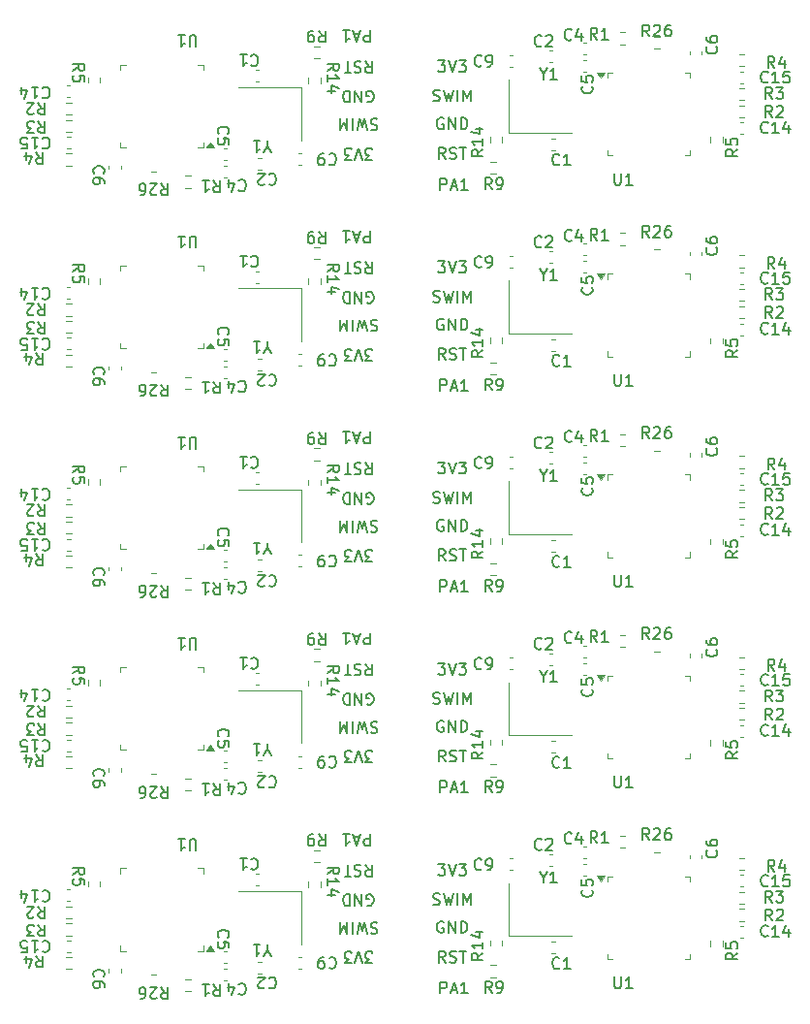
<source format=gbr>
%TF.GenerationSoftware,KiCad,Pcbnew,9.0.3*%
%TF.CreationDate,2025-07-30T17:20:14+02:00*%
%TF.ProjectId,Untitled6,556e7469-746c-4656-9436-2e6b69636164,rev?*%
%TF.SameCoordinates,Original*%
%TF.FileFunction,Legend,Top*%
%TF.FilePolarity,Positive*%
%FSLAX46Y46*%
G04 Gerber Fmt 4.6, Leading zero omitted, Abs format (unit mm)*
G04 Created by KiCad (PCBNEW 9.0.3) date 2025-07-30 17:20:14*
%MOMM*%
%LPD*%
G01*
G04 APERTURE LIST*
%ADD10C,0.140000*%
%ADD11C,0.150000*%
%ADD12C,0.120000*%
G04 APERTURE END LIST*
D10*
X150941820Y-33692459D02*
X151084677Y-33740078D01*
X151084677Y-33740078D02*
X151322772Y-33740078D01*
X151322772Y-33740078D02*
X151418010Y-33692459D01*
X151418010Y-33692459D02*
X151465629Y-33644839D01*
X151465629Y-33644839D02*
X151513248Y-33549601D01*
X151513248Y-33549601D02*
X151513248Y-33454363D01*
X151513248Y-33454363D02*
X151465629Y-33359125D01*
X151465629Y-33359125D02*
X151418010Y-33311506D01*
X151418010Y-33311506D02*
X151322772Y-33263887D01*
X151322772Y-33263887D02*
X151132296Y-33216268D01*
X151132296Y-33216268D02*
X151037058Y-33168649D01*
X151037058Y-33168649D02*
X150989439Y-33121030D01*
X150989439Y-33121030D02*
X150941820Y-33025792D01*
X150941820Y-33025792D02*
X150941820Y-32930554D01*
X150941820Y-32930554D02*
X150989439Y-32835316D01*
X150989439Y-32835316D02*
X151037058Y-32787697D01*
X151037058Y-32787697D02*
X151132296Y-32740078D01*
X151132296Y-32740078D02*
X151370391Y-32740078D01*
X151370391Y-32740078D02*
X151513248Y-32787697D01*
X151846582Y-32740078D02*
X152084677Y-33740078D01*
X152084677Y-33740078D02*
X152275153Y-33025792D01*
X152275153Y-33025792D02*
X152465629Y-33740078D01*
X152465629Y-33740078D02*
X152703725Y-32740078D01*
X153084677Y-33740078D02*
X153084677Y-32740078D01*
X153560867Y-33740078D02*
X153560867Y-32740078D01*
X153560867Y-32740078D02*
X153894200Y-33454363D01*
X153894200Y-33454363D02*
X154227533Y-32740078D01*
X154227533Y-32740078D02*
X154227533Y-33740078D01*
X151833248Y-70307697D02*
X151738010Y-70260078D01*
X151738010Y-70260078D02*
X151595153Y-70260078D01*
X151595153Y-70260078D02*
X151452296Y-70307697D01*
X151452296Y-70307697D02*
X151357058Y-70402935D01*
X151357058Y-70402935D02*
X151309439Y-70498173D01*
X151309439Y-70498173D02*
X151261820Y-70688649D01*
X151261820Y-70688649D02*
X151261820Y-70831506D01*
X151261820Y-70831506D02*
X151309439Y-71021982D01*
X151309439Y-71021982D02*
X151357058Y-71117220D01*
X151357058Y-71117220D02*
X151452296Y-71212459D01*
X151452296Y-71212459D02*
X151595153Y-71260078D01*
X151595153Y-71260078D02*
X151690391Y-71260078D01*
X151690391Y-71260078D02*
X151833248Y-71212459D01*
X151833248Y-71212459D02*
X151880867Y-71164839D01*
X151880867Y-71164839D02*
X151880867Y-70831506D01*
X151880867Y-70831506D02*
X151690391Y-70831506D01*
X152309439Y-71260078D02*
X152309439Y-70260078D01*
X152309439Y-70260078D02*
X152880867Y-71260078D01*
X152880867Y-71260078D02*
X152880867Y-70260078D01*
X153357058Y-71260078D02*
X153357058Y-70260078D01*
X153357058Y-70260078D02*
X153595153Y-70260078D01*
X153595153Y-70260078D02*
X153738010Y-70307697D01*
X153738010Y-70307697D02*
X153833248Y-70402935D01*
X153833248Y-70402935D02*
X153880867Y-70498173D01*
X153880867Y-70498173D02*
X153928486Y-70688649D01*
X153928486Y-70688649D02*
X153928486Y-70831506D01*
X153928486Y-70831506D02*
X153880867Y-71021982D01*
X153880867Y-71021982D02*
X153833248Y-71117220D01*
X153833248Y-71117220D02*
X153738010Y-71212459D01*
X153738010Y-71212459D02*
X153595153Y-71260078D01*
X153595153Y-71260078D02*
X153357058Y-71260078D01*
X150941820Y-103852459D02*
X151084677Y-103900078D01*
X151084677Y-103900078D02*
X151322772Y-103900078D01*
X151322772Y-103900078D02*
X151418010Y-103852459D01*
X151418010Y-103852459D02*
X151465629Y-103804839D01*
X151465629Y-103804839D02*
X151513248Y-103709601D01*
X151513248Y-103709601D02*
X151513248Y-103614363D01*
X151513248Y-103614363D02*
X151465629Y-103519125D01*
X151465629Y-103519125D02*
X151418010Y-103471506D01*
X151418010Y-103471506D02*
X151322772Y-103423887D01*
X151322772Y-103423887D02*
X151132296Y-103376268D01*
X151132296Y-103376268D02*
X151037058Y-103328649D01*
X151037058Y-103328649D02*
X150989439Y-103281030D01*
X150989439Y-103281030D02*
X150941820Y-103185792D01*
X150941820Y-103185792D02*
X150941820Y-103090554D01*
X150941820Y-103090554D02*
X150989439Y-102995316D01*
X150989439Y-102995316D02*
X151037058Y-102947697D01*
X151037058Y-102947697D02*
X151132296Y-102900078D01*
X151132296Y-102900078D02*
X151370391Y-102900078D01*
X151370391Y-102900078D02*
X151513248Y-102947697D01*
X151846582Y-102900078D02*
X152084677Y-103900078D01*
X152084677Y-103900078D02*
X152275153Y-103185792D01*
X152275153Y-103185792D02*
X152465629Y-103900078D01*
X152465629Y-103900078D02*
X152703725Y-102900078D01*
X153084677Y-103900078D02*
X153084677Y-102900078D01*
X153560867Y-103900078D02*
X153560867Y-102900078D01*
X153560867Y-102900078D02*
X153894200Y-103614363D01*
X153894200Y-103614363D02*
X154227533Y-102900078D01*
X154227533Y-102900078D02*
X154227533Y-103900078D01*
X145625798Y-108990921D02*
X145006751Y-108990921D01*
X145006751Y-108990921D02*
X145340084Y-108609969D01*
X145340084Y-108609969D02*
X145197227Y-108609969D01*
X145197227Y-108609969D02*
X145101989Y-108562350D01*
X145101989Y-108562350D02*
X145054370Y-108514731D01*
X145054370Y-108514731D02*
X145006751Y-108419493D01*
X145006751Y-108419493D02*
X145006751Y-108181398D01*
X145006751Y-108181398D02*
X145054370Y-108086160D01*
X145054370Y-108086160D02*
X145101989Y-108038541D01*
X145101989Y-108038541D02*
X145197227Y-107990921D01*
X145197227Y-107990921D02*
X145482941Y-107990921D01*
X145482941Y-107990921D02*
X145578179Y-108038541D01*
X145578179Y-108038541D02*
X145625798Y-108086160D01*
X144721036Y-108990921D02*
X144387703Y-107990921D01*
X144387703Y-107990921D02*
X144054370Y-108990921D01*
X143816274Y-108990921D02*
X143197227Y-108990921D01*
X143197227Y-108990921D02*
X143530560Y-108609969D01*
X143530560Y-108609969D02*
X143387703Y-108609969D01*
X143387703Y-108609969D02*
X143292465Y-108562350D01*
X143292465Y-108562350D02*
X143244846Y-108514731D01*
X143244846Y-108514731D02*
X143197227Y-108419493D01*
X143197227Y-108419493D02*
X143197227Y-108181398D01*
X143197227Y-108181398D02*
X143244846Y-108086160D01*
X143244846Y-108086160D02*
X143292465Y-108038541D01*
X143292465Y-108038541D02*
X143387703Y-107990921D01*
X143387703Y-107990921D02*
X143673417Y-107990921D01*
X143673417Y-107990921D02*
X143768655Y-108038541D01*
X143768655Y-108038541D02*
X143816274Y-108086160D01*
X152000867Y-91390078D02*
X151667534Y-90913887D01*
X151429439Y-91390078D02*
X151429439Y-90390078D01*
X151429439Y-90390078D02*
X151810391Y-90390078D01*
X151810391Y-90390078D02*
X151905629Y-90437697D01*
X151905629Y-90437697D02*
X151953248Y-90485316D01*
X151953248Y-90485316D02*
X152000867Y-90580554D01*
X152000867Y-90580554D02*
X152000867Y-90723411D01*
X152000867Y-90723411D02*
X151953248Y-90818649D01*
X151953248Y-90818649D02*
X151905629Y-90866268D01*
X151905629Y-90866268D02*
X151810391Y-90913887D01*
X151810391Y-90913887D02*
X151429439Y-90913887D01*
X152381820Y-91342459D02*
X152524677Y-91390078D01*
X152524677Y-91390078D02*
X152762772Y-91390078D01*
X152762772Y-91390078D02*
X152858010Y-91342459D01*
X152858010Y-91342459D02*
X152905629Y-91294839D01*
X152905629Y-91294839D02*
X152953248Y-91199601D01*
X152953248Y-91199601D02*
X152953248Y-91104363D01*
X152953248Y-91104363D02*
X152905629Y-91009125D01*
X152905629Y-91009125D02*
X152858010Y-90961506D01*
X152858010Y-90961506D02*
X152762772Y-90913887D01*
X152762772Y-90913887D02*
X152572296Y-90866268D01*
X152572296Y-90866268D02*
X152477058Y-90818649D01*
X152477058Y-90818649D02*
X152429439Y-90771030D01*
X152429439Y-90771030D02*
X152381820Y-90675792D01*
X152381820Y-90675792D02*
X152381820Y-90580554D01*
X152381820Y-90580554D02*
X152429439Y-90485316D01*
X152429439Y-90485316D02*
X152477058Y-90437697D01*
X152477058Y-90437697D02*
X152572296Y-90390078D01*
X152572296Y-90390078D02*
X152810391Y-90390078D01*
X152810391Y-90390078D02*
X152953248Y-90437697D01*
X153238963Y-90390078D02*
X153810391Y-90390078D01*
X153524677Y-91390078D02*
X153524677Y-90390078D01*
X151374201Y-100330078D02*
X151993248Y-100330078D01*
X151993248Y-100330078D02*
X151659915Y-100711030D01*
X151659915Y-100711030D02*
X151802772Y-100711030D01*
X151802772Y-100711030D02*
X151898010Y-100758649D01*
X151898010Y-100758649D02*
X151945629Y-100806268D01*
X151945629Y-100806268D02*
X151993248Y-100901506D01*
X151993248Y-100901506D02*
X151993248Y-101139601D01*
X151993248Y-101139601D02*
X151945629Y-101234839D01*
X151945629Y-101234839D02*
X151898010Y-101282459D01*
X151898010Y-101282459D02*
X151802772Y-101330078D01*
X151802772Y-101330078D02*
X151517058Y-101330078D01*
X151517058Y-101330078D02*
X151421820Y-101282459D01*
X151421820Y-101282459D02*
X151374201Y-101234839D01*
X152278963Y-100330078D02*
X152612296Y-101330078D01*
X152612296Y-101330078D02*
X152945629Y-100330078D01*
X153183725Y-100330078D02*
X153802772Y-100330078D01*
X153802772Y-100330078D02*
X153469439Y-100711030D01*
X153469439Y-100711030D02*
X153612296Y-100711030D01*
X153612296Y-100711030D02*
X153707534Y-100758649D01*
X153707534Y-100758649D02*
X153755153Y-100806268D01*
X153755153Y-100806268D02*
X153802772Y-100901506D01*
X153802772Y-100901506D02*
X153802772Y-101139601D01*
X153802772Y-101139601D02*
X153755153Y-101234839D01*
X153755153Y-101234839D02*
X153707534Y-101282459D01*
X153707534Y-101282459D02*
X153612296Y-101330078D01*
X153612296Y-101330078D02*
X153326582Y-101330078D01*
X153326582Y-101330078D02*
X153231344Y-101282459D01*
X153231344Y-101282459D02*
X153183725Y-101234839D01*
X146058179Y-52848541D02*
X145915322Y-52800921D01*
X145915322Y-52800921D02*
X145677227Y-52800921D01*
X145677227Y-52800921D02*
X145581989Y-52848541D01*
X145581989Y-52848541D02*
X145534370Y-52896160D01*
X145534370Y-52896160D02*
X145486751Y-52991398D01*
X145486751Y-52991398D02*
X145486751Y-53086636D01*
X145486751Y-53086636D02*
X145534370Y-53181874D01*
X145534370Y-53181874D02*
X145581989Y-53229493D01*
X145581989Y-53229493D02*
X145677227Y-53277112D01*
X145677227Y-53277112D02*
X145867703Y-53324731D01*
X145867703Y-53324731D02*
X145962941Y-53372350D01*
X145962941Y-53372350D02*
X146010560Y-53419969D01*
X146010560Y-53419969D02*
X146058179Y-53515207D01*
X146058179Y-53515207D02*
X146058179Y-53610445D01*
X146058179Y-53610445D02*
X146010560Y-53705683D01*
X146010560Y-53705683D02*
X145962941Y-53753302D01*
X145962941Y-53753302D02*
X145867703Y-53800921D01*
X145867703Y-53800921D02*
X145629608Y-53800921D01*
X145629608Y-53800921D02*
X145486751Y-53753302D01*
X145153417Y-53800921D02*
X144915322Y-52800921D01*
X144915322Y-52800921D02*
X144724846Y-53515207D01*
X144724846Y-53515207D02*
X144534370Y-52800921D01*
X144534370Y-52800921D02*
X144296275Y-53800921D01*
X143915322Y-52800921D02*
X143915322Y-53800921D01*
X143439132Y-52800921D02*
X143439132Y-53800921D01*
X143439132Y-53800921D02*
X143105799Y-53086636D01*
X143105799Y-53086636D02*
X142772466Y-53800921D01*
X142772466Y-53800921D02*
X142772466Y-52800921D01*
X151833248Y-105387697D02*
X151738010Y-105340078D01*
X151738010Y-105340078D02*
X151595153Y-105340078D01*
X151595153Y-105340078D02*
X151452296Y-105387697D01*
X151452296Y-105387697D02*
X151357058Y-105482935D01*
X151357058Y-105482935D02*
X151309439Y-105578173D01*
X151309439Y-105578173D02*
X151261820Y-105768649D01*
X151261820Y-105768649D02*
X151261820Y-105911506D01*
X151261820Y-105911506D02*
X151309439Y-106101982D01*
X151309439Y-106101982D02*
X151357058Y-106197220D01*
X151357058Y-106197220D02*
X151452296Y-106292459D01*
X151452296Y-106292459D02*
X151595153Y-106340078D01*
X151595153Y-106340078D02*
X151690391Y-106340078D01*
X151690391Y-106340078D02*
X151833248Y-106292459D01*
X151833248Y-106292459D02*
X151880867Y-106244839D01*
X151880867Y-106244839D02*
X151880867Y-105911506D01*
X151880867Y-105911506D02*
X151690391Y-105911506D01*
X152309439Y-106340078D02*
X152309439Y-105340078D01*
X152309439Y-105340078D02*
X152880867Y-106340078D01*
X152880867Y-106340078D02*
X152880867Y-105340078D01*
X153357058Y-106340078D02*
X153357058Y-105340078D01*
X153357058Y-105340078D02*
X153595153Y-105340078D01*
X153595153Y-105340078D02*
X153738010Y-105387697D01*
X153738010Y-105387697D02*
X153833248Y-105482935D01*
X153833248Y-105482935D02*
X153880867Y-105578173D01*
X153880867Y-105578173D02*
X153928486Y-105768649D01*
X153928486Y-105768649D02*
X153928486Y-105911506D01*
X153928486Y-105911506D02*
X153880867Y-106101982D01*
X153880867Y-106101982D02*
X153833248Y-106197220D01*
X153833248Y-106197220D02*
X153738010Y-106292459D01*
X153738010Y-106292459D02*
X153595153Y-106340078D01*
X153595153Y-106340078D02*
X153357058Y-106340078D01*
X151374201Y-47710078D02*
X151993248Y-47710078D01*
X151993248Y-47710078D02*
X151659915Y-48091030D01*
X151659915Y-48091030D02*
X151802772Y-48091030D01*
X151802772Y-48091030D02*
X151898010Y-48138649D01*
X151898010Y-48138649D02*
X151945629Y-48186268D01*
X151945629Y-48186268D02*
X151993248Y-48281506D01*
X151993248Y-48281506D02*
X151993248Y-48519601D01*
X151993248Y-48519601D02*
X151945629Y-48614839D01*
X151945629Y-48614839D02*
X151898010Y-48662459D01*
X151898010Y-48662459D02*
X151802772Y-48710078D01*
X151802772Y-48710078D02*
X151517058Y-48710078D01*
X151517058Y-48710078D02*
X151421820Y-48662459D01*
X151421820Y-48662459D02*
X151374201Y-48614839D01*
X152278963Y-47710078D02*
X152612296Y-48710078D01*
X152612296Y-48710078D02*
X152945629Y-47710078D01*
X153183725Y-47710078D02*
X153802772Y-47710078D01*
X153802772Y-47710078D02*
X153469439Y-48091030D01*
X153469439Y-48091030D02*
X153612296Y-48091030D01*
X153612296Y-48091030D02*
X153707534Y-48138649D01*
X153707534Y-48138649D02*
X153755153Y-48186268D01*
X153755153Y-48186268D02*
X153802772Y-48281506D01*
X153802772Y-48281506D02*
X153802772Y-48519601D01*
X153802772Y-48519601D02*
X153755153Y-48614839D01*
X153755153Y-48614839D02*
X153707534Y-48662459D01*
X153707534Y-48662459D02*
X153612296Y-48710078D01*
X153612296Y-48710078D02*
X153326582Y-48710078D01*
X153326582Y-48710078D02*
X153231344Y-48662459D01*
X153231344Y-48662459D02*
X153183725Y-48614839D01*
X151833248Y-52767697D02*
X151738010Y-52720078D01*
X151738010Y-52720078D02*
X151595153Y-52720078D01*
X151595153Y-52720078D02*
X151452296Y-52767697D01*
X151452296Y-52767697D02*
X151357058Y-52862935D01*
X151357058Y-52862935D02*
X151309439Y-52958173D01*
X151309439Y-52958173D02*
X151261820Y-53148649D01*
X151261820Y-53148649D02*
X151261820Y-53291506D01*
X151261820Y-53291506D02*
X151309439Y-53481982D01*
X151309439Y-53481982D02*
X151357058Y-53577220D01*
X151357058Y-53577220D02*
X151452296Y-53672459D01*
X151452296Y-53672459D02*
X151595153Y-53720078D01*
X151595153Y-53720078D02*
X151690391Y-53720078D01*
X151690391Y-53720078D02*
X151833248Y-53672459D01*
X151833248Y-53672459D02*
X151880867Y-53624839D01*
X151880867Y-53624839D02*
X151880867Y-53291506D01*
X151880867Y-53291506D02*
X151690391Y-53291506D01*
X152309439Y-53720078D02*
X152309439Y-52720078D01*
X152309439Y-52720078D02*
X152880867Y-53720078D01*
X152880867Y-53720078D02*
X152880867Y-52720078D01*
X153357058Y-53720078D02*
X153357058Y-52720078D01*
X153357058Y-52720078D02*
X153595153Y-52720078D01*
X153595153Y-52720078D02*
X153738010Y-52767697D01*
X153738010Y-52767697D02*
X153833248Y-52862935D01*
X153833248Y-52862935D02*
X153880867Y-52958173D01*
X153880867Y-52958173D02*
X153928486Y-53148649D01*
X153928486Y-53148649D02*
X153928486Y-53291506D01*
X153928486Y-53291506D02*
X153880867Y-53481982D01*
X153880867Y-53481982D02*
X153833248Y-53577220D01*
X153833248Y-53577220D02*
X153738010Y-53672459D01*
X153738010Y-53672459D02*
X153595153Y-53720078D01*
X153595153Y-53720078D02*
X153357058Y-53720078D01*
X151833248Y-87847697D02*
X151738010Y-87800078D01*
X151738010Y-87800078D02*
X151595153Y-87800078D01*
X151595153Y-87800078D02*
X151452296Y-87847697D01*
X151452296Y-87847697D02*
X151357058Y-87942935D01*
X151357058Y-87942935D02*
X151309439Y-88038173D01*
X151309439Y-88038173D02*
X151261820Y-88228649D01*
X151261820Y-88228649D02*
X151261820Y-88371506D01*
X151261820Y-88371506D02*
X151309439Y-88561982D01*
X151309439Y-88561982D02*
X151357058Y-88657220D01*
X151357058Y-88657220D02*
X151452296Y-88752459D01*
X151452296Y-88752459D02*
X151595153Y-88800078D01*
X151595153Y-88800078D02*
X151690391Y-88800078D01*
X151690391Y-88800078D02*
X151833248Y-88752459D01*
X151833248Y-88752459D02*
X151880867Y-88704839D01*
X151880867Y-88704839D02*
X151880867Y-88371506D01*
X151880867Y-88371506D02*
X151690391Y-88371506D01*
X152309439Y-88800078D02*
X152309439Y-87800078D01*
X152309439Y-87800078D02*
X152880867Y-88800078D01*
X152880867Y-88800078D02*
X152880867Y-87800078D01*
X153357058Y-88800078D02*
X153357058Y-87800078D01*
X153357058Y-87800078D02*
X153595153Y-87800078D01*
X153595153Y-87800078D02*
X153738010Y-87847697D01*
X153738010Y-87847697D02*
X153833248Y-87942935D01*
X153833248Y-87942935D02*
X153880867Y-88038173D01*
X153880867Y-88038173D02*
X153928486Y-88228649D01*
X153928486Y-88228649D02*
X153928486Y-88371506D01*
X153928486Y-88371506D02*
X153880867Y-88561982D01*
X153880867Y-88561982D02*
X153833248Y-88657220D01*
X153833248Y-88657220D02*
X153738010Y-88752459D01*
X153738010Y-88752459D02*
X153595153Y-88800078D01*
X153595153Y-88800078D02*
X153357058Y-88800078D01*
X145166751Y-103933302D02*
X145261989Y-103980921D01*
X145261989Y-103980921D02*
X145404846Y-103980921D01*
X145404846Y-103980921D02*
X145547703Y-103933302D01*
X145547703Y-103933302D02*
X145642941Y-103838064D01*
X145642941Y-103838064D02*
X145690560Y-103742826D01*
X145690560Y-103742826D02*
X145738179Y-103552350D01*
X145738179Y-103552350D02*
X145738179Y-103409493D01*
X145738179Y-103409493D02*
X145690560Y-103219017D01*
X145690560Y-103219017D02*
X145642941Y-103123779D01*
X145642941Y-103123779D02*
X145547703Y-103028541D01*
X145547703Y-103028541D02*
X145404846Y-102980921D01*
X145404846Y-102980921D02*
X145309608Y-102980921D01*
X145309608Y-102980921D02*
X145166751Y-103028541D01*
X145166751Y-103028541D02*
X145119132Y-103076160D01*
X145119132Y-103076160D02*
X145119132Y-103409493D01*
X145119132Y-103409493D02*
X145309608Y-103409493D01*
X144690560Y-102980921D02*
X144690560Y-103980921D01*
X144690560Y-103980921D02*
X144119132Y-102980921D01*
X144119132Y-102980921D02*
X144119132Y-103980921D01*
X143642941Y-102980921D02*
X143642941Y-103980921D01*
X143642941Y-103980921D02*
X143404846Y-103980921D01*
X143404846Y-103980921D02*
X143261989Y-103933302D01*
X143261989Y-103933302D02*
X143166751Y-103838064D01*
X143166751Y-103838064D02*
X143119132Y-103742826D01*
X143119132Y-103742826D02*
X143071513Y-103552350D01*
X143071513Y-103552350D02*
X143071513Y-103409493D01*
X143071513Y-103409493D02*
X143119132Y-103219017D01*
X143119132Y-103219017D02*
X143166751Y-103123779D01*
X143166751Y-103123779D02*
X143261989Y-103028541D01*
X143261989Y-103028541D02*
X143404846Y-102980921D01*
X143404846Y-102980921D02*
X143642941Y-102980921D01*
X151569439Y-111630839D02*
X151569439Y-110630839D01*
X151569439Y-110630839D02*
X151950391Y-110630839D01*
X151950391Y-110630839D02*
X152045629Y-110678458D01*
X152045629Y-110678458D02*
X152093248Y-110726077D01*
X152093248Y-110726077D02*
X152140867Y-110821315D01*
X152140867Y-110821315D02*
X152140867Y-110964172D01*
X152140867Y-110964172D02*
X152093248Y-111059410D01*
X152093248Y-111059410D02*
X152045629Y-111107029D01*
X152045629Y-111107029D02*
X151950391Y-111154648D01*
X151950391Y-111154648D02*
X151569439Y-111154648D01*
X152521820Y-111345124D02*
X152998010Y-111345124D01*
X152426582Y-111630839D02*
X152759915Y-110630839D01*
X152759915Y-110630839D02*
X153093248Y-111630839D01*
X153950391Y-111630839D02*
X153378963Y-111630839D01*
X153664677Y-111630839D02*
X153664677Y-110630839D01*
X153664677Y-110630839D02*
X153569439Y-110773696D01*
X153569439Y-110773696D02*
X153474201Y-110868934D01*
X153474201Y-110868934D02*
X153378963Y-110916553D01*
X145166751Y-86393302D02*
X145261989Y-86440921D01*
X145261989Y-86440921D02*
X145404846Y-86440921D01*
X145404846Y-86440921D02*
X145547703Y-86393302D01*
X145547703Y-86393302D02*
X145642941Y-86298064D01*
X145642941Y-86298064D02*
X145690560Y-86202826D01*
X145690560Y-86202826D02*
X145738179Y-86012350D01*
X145738179Y-86012350D02*
X145738179Y-85869493D01*
X145738179Y-85869493D02*
X145690560Y-85679017D01*
X145690560Y-85679017D02*
X145642941Y-85583779D01*
X145642941Y-85583779D02*
X145547703Y-85488541D01*
X145547703Y-85488541D02*
X145404846Y-85440921D01*
X145404846Y-85440921D02*
X145309608Y-85440921D01*
X145309608Y-85440921D02*
X145166751Y-85488541D01*
X145166751Y-85488541D02*
X145119132Y-85536160D01*
X145119132Y-85536160D02*
X145119132Y-85869493D01*
X145119132Y-85869493D02*
X145309608Y-85869493D01*
X144690560Y-85440921D02*
X144690560Y-86440921D01*
X144690560Y-86440921D02*
X144119132Y-85440921D01*
X144119132Y-85440921D02*
X144119132Y-86440921D01*
X143642941Y-85440921D02*
X143642941Y-86440921D01*
X143642941Y-86440921D02*
X143404846Y-86440921D01*
X143404846Y-86440921D02*
X143261989Y-86393302D01*
X143261989Y-86393302D02*
X143166751Y-86298064D01*
X143166751Y-86298064D02*
X143119132Y-86202826D01*
X143119132Y-86202826D02*
X143071513Y-86012350D01*
X143071513Y-86012350D02*
X143071513Y-85869493D01*
X143071513Y-85869493D02*
X143119132Y-85679017D01*
X143119132Y-85679017D02*
X143166751Y-85583779D01*
X143166751Y-85583779D02*
X143261989Y-85488541D01*
X143261989Y-85488541D02*
X143404846Y-85440921D01*
X143404846Y-85440921D02*
X143642941Y-85440921D01*
X151833248Y-35227697D02*
X151738010Y-35180078D01*
X151738010Y-35180078D02*
X151595153Y-35180078D01*
X151595153Y-35180078D02*
X151452296Y-35227697D01*
X151452296Y-35227697D02*
X151357058Y-35322935D01*
X151357058Y-35322935D02*
X151309439Y-35418173D01*
X151309439Y-35418173D02*
X151261820Y-35608649D01*
X151261820Y-35608649D02*
X151261820Y-35751506D01*
X151261820Y-35751506D02*
X151309439Y-35941982D01*
X151309439Y-35941982D02*
X151357058Y-36037220D01*
X151357058Y-36037220D02*
X151452296Y-36132459D01*
X151452296Y-36132459D02*
X151595153Y-36180078D01*
X151595153Y-36180078D02*
X151690391Y-36180078D01*
X151690391Y-36180078D02*
X151833248Y-36132459D01*
X151833248Y-36132459D02*
X151880867Y-36084839D01*
X151880867Y-36084839D02*
X151880867Y-35751506D01*
X151880867Y-35751506D02*
X151690391Y-35751506D01*
X152309439Y-36180078D02*
X152309439Y-35180078D01*
X152309439Y-35180078D02*
X152880867Y-36180078D01*
X152880867Y-36180078D02*
X152880867Y-35180078D01*
X153357058Y-36180078D02*
X153357058Y-35180078D01*
X153357058Y-35180078D02*
X153595153Y-35180078D01*
X153595153Y-35180078D02*
X153738010Y-35227697D01*
X153738010Y-35227697D02*
X153833248Y-35322935D01*
X153833248Y-35322935D02*
X153880867Y-35418173D01*
X153880867Y-35418173D02*
X153928486Y-35608649D01*
X153928486Y-35608649D02*
X153928486Y-35751506D01*
X153928486Y-35751506D02*
X153880867Y-35941982D01*
X153880867Y-35941982D02*
X153833248Y-36037220D01*
X153833248Y-36037220D02*
X153738010Y-36132459D01*
X153738010Y-36132459D02*
X153595153Y-36180078D01*
X153595153Y-36180078D02*
X153357058Y-36180078D01*
X145430560Y-80150160D02*
X145430560Y-81150160D01*
X145430560Y-81150160D02*
X145049608Y-81150160D01*
X145049608Y-81150160D02*
X144954370Y-81102541D01*
X144954370Y-81102541D02*
X144906751Y-81054922D01*
X144906751Y-81054922D02*
X144859132Y-80959684D01*
X144859132Y-80959684D02*
X144859132Y-80816827D01*
X144859132Y-80816827D02*
X144906751Y-80721589D01*
X144906751Y-80721589D02*
X144954370Y-80673970D01*
X144954370Y-80673970D02*
X145049608Y-80626351D01*
X145049608Y-80626351D02*
X145430560Y-80626351D01*
X144478179Y-80435875D02*
X144001989Y-80435875D01*
X144573417Y-80150160D02*
X144240084Y-81150160D01*
X144240084Y-81150160D02*
X143906751Y-80150160D01*
X143049608Y-80150160D02*
X143621036Y-80150160D01*
X143335322Y-80150160D02*
X143335322Y-81150160D01*
X143335322Y-81150160D02*
X143430560Y-81007303D01*
X143430560Y-81007303D02*
X143525798Y-80912065D01*
X143525798Y-80912065D02*
X143621036Y-80864446D01*
X152000867Y-73850078D02*
X151667534Y-73373887D01*
X151429439Y-73850078D02*
X151429439Y-72850078D01*
X151429439Y-72850078D02*
X151810391Y-72850078D01*
X151810391Y-72850078D02*
X151905629Y-72897697D01*
X151905629Y-72897697D02*
X151953248Y-72945316D01*
X151953248Y-72945316D02*
X152000867Y-73040554D01*
X152000867Y-73040554D02*
X152000867Y-73183411D01*
X152000867Y-73183411D02*
X151953248Y-73278649D01*
X151953248Y-73278649D02*
X151905629Y-73326268D01*
X151905629Y-73326268D02*
X151810391Y-73373887D01*
X151810391Y-73373887D02*
X151429439Y-73373887D01*
X152381820Y-73802459D02*
X152524677Y-73850078D01*
X152524677Y-73850078D02*
X152762772Y-73850078D01*
X152762772Y-73850078D02*
X152858010Y-73802459D01*
X152858010Y-73802459D02*
X152905629Y-73754839D01*
X152905629Y-73754839D02*
X152953248Y-73659601D01*
X152953248Y-73659601D02*
X152953248Y-73564363D01*
X152953248Y-73564363D02*
X152905629Y-73469125D01*
X152905629Y-73469125D02*
X152858010Y-73421506D01*
X152858010Y-73421506D02*
X152762772Y-73373887D01*
X152762772Y-73373887D02*
X152572296Y-73326268D01*
X152572296Y-73326268D02*
X152477058Y-73278649D01*
X152477058Y-73278649D02*
X152429439Y-73231030D01*
X152429439Y-73231030D02*
X152381820Y-73135792D01*
X152381820Y-73135792D02*
X152381820Y-73040554D01*
X152381820Y-73040554D02*
X152429439Y-72945316D01*
X152429439Y-72945316D02*
X152477058Y-72897697D01*
X152477058Y-72897697D02*
X152572296Y-72850078D01*
X152572296Y-72850078D02*
X152810391Y-72850078D01*
X152810391Y-72850078D02*
X152953248Y-72897697D01*
X153238963Y-72850078D02*
X153810391Y-72850078D01*
X153524677Y-73850078D02*
X153524677Y-72850078D01*
X145625798Y-38830921D02*
X145006751Y-38830921D01*
X145006751Y-38830921D02*
X145340084Y-38449969D01*
X145340084Y-38449969D02*
X145197227Y-38449969D01*
X145197227Y-38449969D02*
X145101989Y-38402350D01*
X145101989Y-38402350D02*
X145054370Y-38354731D01*
X145054370Y-38354731D02*
X145006751Y-38259493D01*
X145006751Y-38259493D02*
X145006751Y-38021398D01*
X145006751Y-38021398D02*
X145054370Y-37926160D01*
X145054370Y-37926160D02*
X145101989Y-37878541D01*
X145101989Y-37878541D02*
X145197227Y-37830921D01*
X145197227Y-37830921D02*
X145482941Y-37830921D01*
X145482941Y-37830921D02*
X145578179Y-37878541D01*
X145578179Y-37878541D02*
X145625798Y-37926160D01*
X144721036Y-38830921D02*
X144387703Y-37830921D01*
X144387703Y-37830921D02*
X144054370Y-38830921D01*
X143816274Y-38830921D02*
X143197227Y-38830921D01*
X143197227Y-38830921D02*
X143530560Y-38449969D01*
X143530560Y-38449969D02*
X143387703Y-38449969D01*
X143387703Y-38449969D02*
X143292465Y-38402350D01*
X143292465Y-38402350D02*
X143244846Y-38354731D01*
X143244846Y-38354731D02*
X143197227Y-38259493D01*
X143197227Y-38259493D02*
X143197227Y-38021398D01*
X143197227Y-38021398D02*
X143244846Y-37926160D01*
X143244846Y-37926160D02*
X143292465Y-37878541D01*
X143292465Y-37878541D02*
X143387703Y-37830921D01*
X143387703Y-37830921D02*
X143673417Y-37830921D01*
X143673417Y-37830921D02*
X143768655Y-37878541D01*
X143768655Y-37878541D02*
X143816274Y-37926160D01*
X145430560Y-27530160D02*
X145430560Y-28530160D01*
X145430560Y-28530160D02*
X145049608Y-28530160D01*
X145049608Y-28530160D02*
X144954370Y-28482541D01*
X144954370Y-28482541D02*
X144906751Y-28434922D01*
X144906751Y-28434922D02*
X144859132Y-28339684D01*
X144859132Y-28339684D02*
X144859132Y-28196827D01*
X144859132Y-28196827D02*
X144906751Y-28101589D01*
X144906751Y-28101589D02*
X144954370Y-28053970D01*
X144954370Y-28053970D02*
X145049608Y-28006351D01*
X145049608Y-28006351D02*
X145430560Y-28006351D01*
X144478179Y-27815875D02*
X144001989Y-27815875D01*
X144573417Y-27530160D02*
X144240084Y-28530160D01*
X144240084Y-28530160D02*
X143906751Y-27530160D01*
X143049608Y-27530160D02*
X143621036Y-27530160D01*
X143335322Y-27530160D02*
X143335322Y-28530160D01*
X143335322Y-28530160D02*
X143430560Y-28387303D01*
X143430560Y-28387303D02*
X143525798Y-28292065D01*
X143525798Y-28292065D02*
X143621036Y-28244446D01*
X145166751Y-68853302D02*
X145261989Y-68900921D01*
X145261989Y-68900921D02*
X145404846Y-68900921D01*
X145404846Y-68900921D02*
X145547703Y-68853302D01*
X145547703Y-68853302D02*
X145642941Y-68758064D01*
X145642941Y-68758064D02*
X145690560Y-68662826D01*
X145690560Y-68662826D02*
X145738179Y-68472350D01*
X145738179Y-68472350D02*
X145738179Y-68329493D01*
X145738179Y-68329493D02*
X145690560Y-68139017D01*
X145690560Y-68139017D02*
X145642941Y-68043779D01*
X145642941Y-68043779D02*
X145547703Y-67948541D01*
X145547703Y-67948541D02*
X145404846Y-67900921D01*
X145404846Y-67900921D02*
X145309608Y-67900921D01*
X145309608Y-67900921D02*
X145166751Y-67948541D01*
X145166751Y-67948541D02*
X145119132Y-67996160D01*
X145119132Y-67996160D02*
X145119132Y-68329493D01*
X145119132Y-68329493D02*
X145309608Y-68329493D01*
X144690560Y-67900921D02*
X144690560Y-68900921D01*
X144690560Y-68900921D02*
X144119132Y-67900921D01*
X144119132Y-67900921D02*
X144119132Y-68900921D01*
X143642941Y-67900921D02*
X143642941Y-68900921D01*
X143642941Y-68900921D02*
X143404846Y-68900921D01*
X143404846Y-68900921D02*
X143261989Y-68853302D01*
X143261989Y-68853302D02*
X143166751Y-68758064D01*
X143166751Y-68758064D02*
X143119132Y-68662826D01*
X143119132Y-68662826D02*
X143071513Y-68472350D01*
X143071513Y-68472350D02*
X143071513Y-68329493D01*
X143071513Y-68329493D02*
X143119132Y-68139017D01*
X143119132Y-68139017D02*
X143166751Y-68043779D01*
X143166751Y-68043779D02*
X143261989Y-67948541D01*
X143261989Y-67948541D02*
X143404846Y-67900921D01*
X143404846Y-67900921D02*
X143642941Y-67900921D01*
X146058179Y-105468541D02*
X145915322Y-105420921D01*
X145915322Y-105420921D02*
X145677227Y-105420921D01*
X145677227Y-105420921D02*
X145581989Y-105468541D01*
X145581989Y-105468541D02*
X145534370Y-105516160D01*
X145534370Y-105516160D02*
X145486751Y-105611398D01*
X145486751Y-105611398D02*
X145486751Y-105706636D01*
X145486751Y-105706636D02*
X145534370Y-105801874D01*
X145534370Y-105801874D02*
X145581989Y-105849493D01*
X145581989Y-105849493D02*
X145677227Y-105897112D01*
X145677227Y-105897112D02*
X145867703Y-105944731D01*
X145867703Y-105944731D02*
X145962941Y-105992350D01*
X145962941Y-105992350D02*
X146010560Y-106039969D01*
X146010560Y-106039969D02*
X146058179Y-106135207D01*
X146058179Y-106135207D02*
X146058179Y-106230445D01*
X146058179Y-106230445D02*
X146010560Y-106325683D01*
X146010560Y-106325683D02*
X145962941Y-106373302D01*
X145962941Y-106373302D02*
X145867703Y-106420921D01*
X145867703Y-106420921D02*
X145629608Y-106420921D01*
X145629608Y-106420921D02*
X145486751Y-106373302D01*
X145153417Y-106420921D02*
X144915322Y-105420921D01*
X144915322Y-105420921D02*
X144724846Y-106135207D01*
X144724846Y-106135207D02*
X144534370Y-105420921D01*
X144534370Y-105420921D02*
X144296275Y-106420921D01*
X143915322Y-105420921D02*
X143915322Y-106420921D01*
X143439132Y-105420921D02*
X143439132Y-106420921D01*
X143439132Y-106420921D02*
X143105799Y-105706636D01*
X143105799Y-105706636D02*
X142772466Y-106420921D01*
X142772466Y-106420921D02*
X142772466Y-105420921D01*
X152000867Y-38770078D02*
X151667534Y-38293887D01*
X151429439Y-38770078D02*
X151429439Y-37770078D01*
X151429439Y-37770078D02*
X151810391Y-37770078D01*
X151810391Y-37770078D02*
X151905629Y-37817697D01*
X151905629Y-37817697D02*
X151953248Y-37865316D01*
X151953248Y-37865316D02*
X152000867Y-37960554D01*
X152000867Y-37960554D02*
X152000867Y-38103411D01*
X152000867Y-38103411D02*
X151953248Y-38198649D01*
X151953248Y-38198649D02*
X151905629Y-38246268D01*
X151905629Y-38246268D02*
X151810391Y-38293887D01*
X151810391Y-38293887D02*
X151429439Y-38293887D01*
X152381820Y-38722459D02*
X152524677Y-38770078D01*
X152524677Y-38770078D02*
X152762772Y-38770078D01*
X152762772Y-38770078D02*
X152858010Y-38722459D01*
X152858010Y-38722459D02*
X152905629Y-38674839D01*
X152905629Y-38674839D02*
X152953248Y-38579601D01*
X152953248Y-38579601D02*
X152953248Y-38484363D01*
X152953248Y-38484363D02*
X152905629Y-38389125D01*
X152905629Y-38389125D02*
X152858010Y-38341506D01*
X152858010Y-38341506D02*
X152762772Y-38293887D01*
X152762772Y-38293887D02*
X152572296Y-38246268D01*
X152572296Y-38246268D02*
X152477058Y-38198649D01*
X152477058Y-38198649D02*
X152429439Y-38151030D01*
X152429439Y-38151030D02*
X152381820Y-38055792D01*
X152381820Y-38055792D02*
X152381820Y-37960554D01*
X152381820Y-37960554D02*
X152429439Y-37865316D01*
X152429439Y-37865316D02*
X152477058Y-37817697D01*
X152477058Y-37817697D02*
X152572296Y-37770078D01*
X152572296Y-37770078D02*
X152810391Y-37770078D01*
X152810391Y-37770078D02*
X152953248Y-37817697D01*
X153238963Y-37770078D02*
X153810391Y-37770078D01*
X153524677Y-38770078D02*
X153524677Y-37770078D01*
X144999132Y-65310921D02*
X145332465Y-65787112D01*
X145570560Y-65310921D02*
X145570560Y-66310921D01*
X145570560Y-66310921D02*
X145189608Y-66310921D01*
X145189608Y-66310921D02*
X145094370Y-66263302D01*
X145094370Y-66263302D02*
X145046751Y-66215683D01*
X145046751Y-66215683D02*
X144999132Y-66120445D01*
X144999132Y-66120445D02*
X144999132Y-65977588D01*
X144999132Y-65977588D02*
X145046751Y-65882350D01*
X145046751Y-65882350D02*
X145094370Y-65834731D01*
X145094370Y-65834731D02*
X145189608Y-65787112D01*
X145189608Y-65787112D02*
X145570560Y-65787112D01*
X144618179Y-65358541D02*
X144475322Y-65310921D01*
X144475322Y-65310921D02*
X144237227Y-65310921D01*
X144237227Y-65310921D02*
X144141989Y-65358541D01*
X144141989Y-65358541D02*
X144094370Y-65406160D01*
X144094370Y-65406160D02*
X144046751Y-65501398D01*
X144046751Y-65501398D02*
X144046751Y-65596636D01*
X144046751Y-65596636D02*
X144094370Y-65691874D01*
X144094370Y-65691874D02*
X144141989Y-65739493D01*
X144141989Y-65739493D02*
X144237227Y-65787112D01*
X144237227Y-65787112D02*
X144427703Y-65834731D01*
X144427703Y-65834731D02*
X144522941Y-65882350D01*
X144522941Y-65882350D02*
X144570560Y-65929969D01*
X144570560Y-65929969D02*
X144618179Y-66025207D01*
X144618179Y-66025207D02*
X144618179Y-66120445D01*
X144618179Y-66120445D02*
X144570560Y-66215683D01*
X144570560Y-66215683D02*
X144522941Y-66263302D01*
X144522941Y-66263302D02*
X144427703Y-66310921D01*
X144427703Y-66310921D02*
X144189608Y-66310921D01*
X144189608Y-66310921D02*
X144046751Y-66263302D01*
X143761036Y-66310921D02*
X143189608Y-66310921D01*
X143475322Y-65310921D02*
X143475322Y-66310921D01*
X146058179Y-35308541D02*
X145915322Y-35260921D01*
X145915322Y-35260921D02*
X145677227Y-35260921D01*
X145677227Y-35260921D02*
X145581989Y-35308541D01*
X145581989Y-35308541D02*
X145534370Y-35356160D01*
X145534370Y-35356160D02*
X145486751Y-35451398D01*
X145486751Y-35451398D02*
X145486751Y-35546636D01*
X145486751Y-35546636D02*
X145534370Y-35641874D01*
X145534370Y-35641874D02*
X145581989Y-35689493D01*
X145581989Y-35689493D02*
X145677227Y-35737112D01*
X145677227Y-35737112D02*
X145867703Y-35784731D01*
X145867703Y-35784731D02*
X145962941Y-35832350D01*
X145962941Y-35832350D02*
X146010560Y-35879969D01*
X146010560Y-35879969D02*
X146058179Y-35975207D01*
X146058179Y-35975207D02*
X146058179Y-36070445D01*
X146058179Y-36070445D02*
X146010560Y-36165683D01*
X146010560Y-36165683D02*
X145962941Y-36213302D01*
X145962941Y-36213302D02*
X145867703Y-36260921D01*
X145867703Y-36260921D02*
X145629608Y-36260921D01*
X145629608Y-36260921D02*
X145486751Y-36213302D01*
X145153417Y-36260921D02*
X144915322Y-35260921D01*
X144915322Y-35260921D02*
X144724846Y-35975207D01*
X144724846Y-35975207D02*
X144534370Y-35260921D01*
X144534370Y-35260921D02*
X144296275Y-36260921D01*
X143915322Y-35260921D02*
X143915322Y-36260921D01*
X143439132Y-35260921D02*
X143439132Y-36260921D01*
X143439132Y-36260921D02*
X143105799Y-35546636D01*
X143105799Y-35546636D02*
X142772466Y-36260921D01*
X142772466Y-36260921D02*
X142772466Y-35260921D01*
X152000867Y-108930078D02*
X151667534Y-108453887D01*
X151429439Y-108930078D02*
X151429439Y-107930078D01*
X151429439Y-107930078D02*
X151810391Y-107930078D01*
X151810391Y-107930078D02*
X151905629Y-107977697D01*
X151905629Y-107977697D02*
X151953248Y-108025316D01*
X151953248Y-108025316D02*
X152000867Y-108120554D01*
X152000867Y-108120554D02*
X152000867Y-108263411D01*
X152000867Y-108263411D02*
X151953248Y-108358649D01*
X151953248Y-108358649D02*
X151905629Y-108406268D01*
X151905629Y-108406268D02*
X151810391Y-108453887D01*
X151810391Y-108453887D02*
X151429439Y-108453887D01*
X152381820Y-108882459D02*
X152524677Y-108930078D01*
X152524677Y-108930078D02*
X152762772Y-108930078D01*
X152762772Y-108930078D02*
X152858010Y-108882459D01*
X152858010Y-108882459D02*
X152905629Y-108834839D01*
X152905629Y-108834839D02*
X152953248Y-108739601D01*
X152953248Y-108739601D02*
X152953248Y-108644363D01*
X152953248Y-108644363D02*
X152905629Y-108549125D01*
X152905629Y-108549125D02*
X152858010Y-108501506D01*
X152858010Y-108501506D02*
X152762772Y-108453887D01*
X152762772Y-108453887D02*
X152572296Y-108406268D01*
X152572296Y-108406268D02*
X152477058Y-108358649D01*
X152477058Y-108358649D02*
X152429439Y-108311030D01*
X152429439Y-108311030D02*
X152381820Y-108215792D01*
X152381820Y-108215792D02*
X152381820Y-108120554D01*
X152381820Y-108120554D02*
X152429439Y-108025316D01*
X152429439Y-108025316D02*
X152477058Y-107977697D01*
X152477058Y-107977697D02*
X152572296Y-107930078D01*
X152572296Y-107930078D02*
X152810391Y-107930078D01*
X152810391Y-107930078D02*
X152953248Y-107977697D01*
X153238963Y-107930078D02*
X153810391Y-107930078D01*
X153524677Y-108930078D02*
X153524677Y-107930078D01*
X145166751Y-33773302D02*
X145261989Y-33820921D01*
X145261989Y-33820921D02*
X145404846Y-33820921D01*
X145404846Y-33820921D02*
X145547703Y-33773302D01*
X145547703Y-33773302D02*
X145642941Y-33678064D01*
X145642941Y-33678064D02*
X145690560Y-33582826D01*
X145690560Y-33582826D02*
X145738179Y-33392350D01*
X145738179Y-33392350D02*
X145738179Y-33249493D01*
X145738179Y-33249493D02*
X145690560Y-33059017D01*
X145690560Y-33059017D02*
X145642941Y-32963779D01*
X145642941Y-32963779D02*
X145547703Y-32868541D01*
X145547703Y-32868541D02*
X145404846Y-32820921D01*
X145404846Y-32820921D02*
X145309608Y-32820921D01*
X145309608Y-32820921D02*
X145166751Y-32868541D01*
X145166751Y-32868541D02*
X145119132Y-32916160D01*
X145119132Y-32916160D02*
X145119132Y-33249493D01*
X145119132Y-33249493D02*
X145309608Y-33249493D01*
X144690560Y-32820921D02*
X144690560Y-33820921D01*
X144690560Y-33820921D02*
X144119132Y-32820921D01*
X144119132Y-32820921D02*
X144119132Y-33820921D01*
X143642941Y-32820921D02*
X143642941Y-33820921D01*
X143642941Y-33820921D02*
X143404846Y-33820921D01*
X143404846Y-33820921D02*
X143261989Y-33773302D01*
X143261989Y-33773302D02*
X143166751Y-33678064D01*
X143166751Y-33678064D02*
X143119132Y-33582826D01*
X143119132Y-33582826D02*
X143071513Y-33392350D01*
X143071513Y-33392350D02*
X143071513Y-33249493D01*
X143071513Y-33249493D02*
X143119132Y-33059017D01*
X143119132Y-33059017D02*
X143166751Y-32963779D01*
X143166751Y-32963779D02*
X143261989Y-32868541D01*
X143261989Y-32868541D02*
X143404846Y-32820921D01*
X143404846Y-32820921D02*
X143642941Y-32820921D01*
X151569439Y-41470839D02*
X151569439Y-40470839D01*
X151569439Y-40470839D02*
X151950391Y-40470839D01*
X151950391Y-40470839D02*
X152045629Y-40518458D01*
X152045629Y-40518458D02*
X152093248Y-40566077D01*
X152093248Y-40566077D02*
X152140867Y-40661315D01*
X152140867Y-40661315D02*
X152140867Y-40804172D01*
X152140867Y-40804172D02*
X152093248Y-40899410D01*
X152093248Y-40899410D02*
X152045629Y-40947029D01*
X152045629Y-40947029D02*
X151950391Y-40994648D01*
X151950391Y-40994648D02*
X151569439Y-40994648D01*
X152521820Y-41185124D02*
X152998010Y-41185124D01*
X152426582Y-41470839D02*
X152759915Y-40470839D01*
X152759915Y-40470839D02*
X153093248Y-41470839D01*
X153950391Y-41470839D02*
X153378963Y-41470839D01*
X153664677Y-41470839D02*
X153664677Y-40470839D01*
X153664677Y-40470839D02*
X153569439Y-40613696D01*
X153569439Y-40613696D02*
X153474201Y-40708934D01*
X153474201Y-40708934D02*
X153378963Y-40756553D01*
X144999132Y-30230921D02*
X145332465Y-30707112D01*
X145570560Y-30230921D02*
X145570560Y-31230921D01*
X145570560Y-31230921D02*
X145189608Y-31230921D01*
X145189608Y-31230921D02*
X145094370Y-31183302D01*
X145094370Y-31183302D02*
X145046751Y-31135683D01*
X145046751Y-31135683D02*
X144999132Y-31040445D01*
X144999132Y-31040445D02*
X144999132Y-30897588D01*
X144999132Y-30897588D02*
X145046751Y-30802350D01*
X145046751Y-30802350D02*
X145094370Y-30754731D01*
X145094370Y-30754731D02*
X145189608Y-30707112D01*
X145189608Y-30707112D02*
X145570560Y-30707112D01*
X144618179Y-30278541D02*
X144475322Y-30230921D01*
X144475322Y-30230921D02*
X144237227Y-30230921D01*
X144237227Y-30230921D02*
X144141989Y-30278541D01*
X144141989Y-30278541D02*
X144094370Y-30326160D01*
X144094370Y-30326160D02*
X144046751Y-30421398D01*
X144046751Y-30421398D02*
X144046751Y-30516636D01*
X144046751Y-30516636D02*
X144094370Y-30611874D01*
X144094370Y-30611874D02*
X144141989Y-30659493D01*
X144141989Y-30659493D02*
X144237227Y-30707112D01*
X144237227Y-30707112D02*
X144427703Y-30754731D01*
X144427703Y-30754731D02*
X144522941Y-30802350D01*
X144522941Y-30802350D02*
X144570560Y-30849969D01*
X144570560Y-30849969D02*
X144618179Y-30945207D01*
X144618179Y-30945207D02*
X144618179Y-31040445D01*
X144618179Y-31040445D02*
X144570560Y-31135683D01*
X144570560Y-31135683D02*
X144522941Y-31183302D01*
X144522941Y-31183302D02*
X144427703Y-31230921D01*
X144427703Y-31230921D02*
X144189608Y-31230921D01*
X144189608Y-31230921D02*
X144046751Y-31183302D01*
X143761036Y-31230921D02*
X143189608Y-31230921D01*
X143475322Y-30230921D02*
X143475322Y-31230921D01*
X145430560Y-97690160D02*
X145430560Y-98690160D01*
X145430560Y-98690160D02*
X145049608Y-98690160D01*
X145049608Y-98690160D02*
X144954370Y-98642541D01*
X144954370Y-98642541D02*
X144906751Y-98594922D01*
X144906751Y-98594922D02*
X144859132Y-98499684D01*
X144859132Y-98499684D02*
X144859132Y-98356827D01*
X144859132Y-98356827D02*
X144906751Y-98261589D01*
X144906751Y-98261589D02*
X144954370Y-98213970D01*
X144954370Y-98213970D02*
X145049608Y-98166351D01*
X145049608Y-98166351D02*
X145430560Y-98166351D01*
X144478179Y-97975875D02*
X144001989Y-97975875D01*
X144573417Y-97690160D02*
X144240084Y-98690160D01*
X144240084Y-98690160D02*
X143906751Y-97690160D01*
X143049608Y-97690160D02*
X143621036Y-97690160D01*
X143335322Y-97690160D02*
X143335322Y-98690160D01*
X143335322Y-98690160D02*
X143430560Y-98547303D01*
X143430560Y-98547303D02*
X143525798Y-98452065D01*
X143525798Y-98452065D02*
X143621036Y-98404446D01*
X144999132Y-47770921D02*
X145332465Y-48247112D01*
X145570560Y-47770921D02*
X145570560Y-48770921D01*
X145570560Y-48770921D02*
X145189608Y-48770921D01*
X145189608Y-48770921D02*
X145094370Y-48723302D01*
X145094370Y-48723302D02*
X145046751Y-48675683D01*
X145046751Y-48675683D02*
X144999132Y-48580445D01*
X144999132Y-48580445D02*
X144999132Y-48437588D01*
X144999132Y-48437588D02*
X145046751Y-48342350D01*
X145046751Y-48342350D02*
X145094370Y-48294731D01*
X145094370Y-48294731D02*
X145189608Y-48247112D01*
X145189608Y-48247112D02*
X145570560Y-48247112D01*
X144618179Y-47818541D02*
X144475322Y-47770921D01*
X144475322Y-47770921D02*
X144237227Y-47770921D01*
X144237227Y-47770921D02*
X144141989Y-47818541D01*
X144141989Y-47818541D02*
X144094370Y-47866160D01*
X144094370Y-47866160D02*
X144046751Y-47961398D01*
X144046751Y-47961398D02*
X144046751Y-48056636D01*
X144046751Y-48056636D02*
X144094370Y-48151874D01*
X144094370Y-48151874D02*
X144141989Y-48199493D01*
X144141989Y-48199493D02*
X144237227Y-48247112D01*
X144237227Y-48247112D02*
X144427703Y-48294731D01*
X144427703Y-48294731D02*
X144522941Y-48342350D01*
X144522941Y-48342350D02*
X144570560Y-48389969D01*
X144570560Y-48389969D02*
X144618179Y-48485207D01*
X144618179Y-48485207D02*
X144618179Y-48580445D01*
X144618179Y-48580445D02*
X144570560Y-48675683D01*
X144570560Y-48675683D02*
X144522941Y-48723302D01*
X144522941Y-48723302D02*
X144427703Y-48770921D01*
X144427703Y-48770921D02*
X144189608Y-48770921D01*
X144189608Y-48770921D02*
X144046751Y-48723302D01*
X143761036Y-48770921D02*
X143189608Y-48770921D01*
X143475322Y-47770921D02*
X143475322Y-48770921D01*
X144999132Y-82850921D02*
X145332465Y-83327112D01*
X145570560Y-82850921D02*
X145570560Y-83850921D01*
X145570560Y-83850921D02*
X145189608Y-83850921D01*
X145189608Y-83850921D02*
X145094370Y-83803302D01*
X145094370Y-83803302D02*
X145046751Y-83755683D01*
X145046751Y-83755683D02*
X144999132Y-83660445D01*
X144999132Y-83660445D02*
X144999132Y-83517588D01*
X144999132Y-83517588D02*
X145046751Y-83422350D01*
X145046751Y-83422350D02*
X145094370Y-83374731D01*
X145094370Y-83374731D02*
X145189608Y-83327112D01*
X145189608Y-83327112D02*
X145570560Y-83327112D01*
X144618179Y-82898541D02*
X144475322Y-82850921D01*
X144475322Y-82850921D02*
X144237227Y-82850921D01*
X144237227Y-82850921D02*
X144141989Y-82898541D01*
X144141989Y-82898541D02*
X144094370Y-82946160D01*
X144094370Y-82946160D02*
X144046751Y-83041398D01*
X144046751Y-83041398D02*
X144046751Y-83136636D01*
X144046751Y-83136636D02*
X144094370Y-83231874D01*
X144094370Y-83231874D02*
X144141989Y-83279493D01*
X144141989Y-83279493D02*
X144237227Y-83327112D01*
X144237227Y-83327112D02*
X144427703Y-83374731D01*
X144427703Y-83374731D02*
X144522941Y-83422350D01*
X144522941Y-83422350D02*
X144570560Y-83469969D01*
X144570560Y-83469969D02*
X144618179Y-83565207D01*
X144618179Y-83565207D02*
X144618179Y-83660445D01*
X144618179Y-83660445D02*
X144570560Y-83755683D01*
X144570560Y-83755683D02*
X144522941Y-83803302D01*
X144522941Y-83803302D02*
X144427703Y-83850921D01*
X144427703Y-83850921D02*
X144189608Y-83850921D01*
X144189608Y-83850921D02*
X144046751Y-83803302D01*
X143761036Y-83850921D02*
X143189608Y-83850921D01*
X143475322Y-82850921D02*
X143475322Y-83850921D01*
X151569439Y-94090839D02*
X151569439Y-93090839D01*
X151569439Y-93090839D02*
X151950391Y-93090839D01*
X151950391Y-93090839D02*
X152045629Y-93138458D01*
X152045629Y-93138458D02*
X152093248Y-93186077D01*
X152093248Y-93186077D02*
X152140867Y-93281315D01*
X152140867Y-93281315D02*
X152140867Y-93424172D01*
X152140867Y-93424172D02*
X152093248Y-93519410D01*
X152093248Y-93519410D02*
X152045629Y-93567029D01*
X152045629Y-93567029D02*
X151950391Y-93614648D01*
X151950391Y-93614648D02*
X151569439Y-93614648D01*
X152521820Y-93805124D02*
X152998010Y-93805124D01*
X152426582Y-94090839D02*
X152759915Y-93090839D01*
X152759915Y-93090839D02*
X153093248Y-94090839D01*
X153950391Y-94090839D02*
X153378963Y-94090839D01*
X153664677Y-94090839D02*
X153664677Y-93090839D01*
X153664677Y-93090839D02*
X153569439Y-93233696D01*
X153569439Y-93233696D02*
X153474201Y-93328934D01*
X153474201Y-93328934D02*
X153378963Y-93376553D01*
X152000867Y-56310078D02*
X151667534Y-55833887D01*
X151429439Y-56310078D02*
X151429439Y-55310078D01*
X151429439Y-55310078D02*
X151810391Y-55310078D01*
X151810391Y-55310078D02*
X151905629Y-55357697D01*
X151905629Y-55357697D02*
X151953248Y-55405316D01*
X151953248Y-55405316D02*
X152000867Y-55500554D01*
X152000867Y-55500554D02*
X152000867Y-55643411D01*
X152000867Y-55643411D02*
X151953248Y-55738649D01*
X151953248Y-55738649D02*
X151905629Y-55786268D01*
X151905629Y-55786268D02*
X151810391Y-55833887D01*
X151810391Y-55833887D02*
X151429439Y-55833887D01*
X152381820Y-56262459D02*
X152524677Y-56310078D01*
X152524677Y-56310078D02*
X152762772Y-56310078D01*
X152762772Y-56310078D02*
X152858010Y-56262459D01*
X152858010Y-56262459D02*
X152905629Y-56214839D01*
X152905629Y-56214839D02*
X152953248Y-56119601D01*
X152953248Y-56119601D02*
X152953248Y-56024363D01*
X152953248Y-56024363D02*
X152905629Y-55929125D01*
X152905629Y-55929125D02*
X152858010Y-55881506D01*
X152858010Y-55881506D02*
X152762772Y-55833887D01*
X152762772Y-55833887D02*
X152572296Y-55786268D01*
X152572296Y-55786268D02*
X152477058Y-55738649D01*
X152477058Y-55738649D02*
X152429439Y-55691030D01*
X152429439Y-55691030D02*
X152381820Y-55595792D01*
X152381820Y-55595792D02*
X152381820Y-55500554D01*
X152381820Y-55500554D02*
X152429439Y-55405316D01*
X152429439Y-55405316D02*
X152477058Y-55357697D01*
X152477058Y-55357697D02*
X152572296Y-55310078D01*
X152572296Y-55310078D02*
X152810391Y-55310078D01*
X152810391Y-55310078D02*
X152953248Y-55357697D01*
X153238963Y-55310078D02*
X153810391Y-55310078D01*
X153524677Y-56310078D02*
X153524677Y-55310078D01*
X146058179Y-70388541D02*
X145915322Y-70340921D01*
X145915322Y-70340921D02*
X145677227Y-70340921D01*
X145677227Y-70340921D02*
X145581989Y-70388541D01*
X145581989Y-70388541D02*
X145534370Y-70436160D01*
X145534370Y-70436160D02*
X145486751Y-70531398D01*
X145486751Y-70531398D02*
X145486751Y-70626636D01*
X145486751Y-70626636D02*
X145534370Y-70721874D01*
X145534370Y-70721874D02*
X145581989Y-70769493D01*
X145581989Y-70769493D02*
X145677227Y-70817112D01*
X145677227Y-70817112D02*
X145867703Y-70864731D01*
X145867703Y-70864731D02*
X145962941Y-70912350D01*
X145962941Y-70912350D02*
X146010560Y-70959969D01*
X146010560Y-70959969D02*
X146058179Y-71055207D01*
X146058179Y-71055207D02*
X146058179Y-71150445D01*
X146058179Y-71150445D02*
X146010560Y-71245683D01*
X146010560Y-71245683D02*
X145962941Y-71293302D01*
X145962941Y-71293302D02*
X145867703Y-71340921D01*
X145867703Y-71340921D02*
X145629608Y-71340921D01*
X145629608Y-71340921D02*
X145486751Y-71293302D01*
X145153417Y-71340921D02*
X144915322Y-70340921D01*
X144915322Y-70340921D02*
X144724846Y-71055207D01*
X144724846Y-71055207D02*
X144534370Y-70340921D01*
X144534370Y-70340921D02*
X144296275Y-71340921D01*
X143915322Y-70340921D02*
X143915322Y-71340921D01*
X143439132Y-70340921D02*
X143439132Y-71340921D01*
X143439132Y-71340921D02*
X143105799Y-70626636D01*
X143105799Y-70626636D02*
X142772466Y-71340921D01*
X142772466Y-71340921D02*
X142772466Y-70340921D01*
X150941820Y-86312459D02*
X151084677Y-86360078D01*
X151084677Y-86360078D02*
X151322772Y-86360078D01*
X151322772Y-86360078D02*
X151418010Y-86312459D01*
X151418010Y-86312459D02*
X151465629Y-86264839D01*
X151465629Y-86264839D02*
X151513248Y-86169601D01*
X151513248Y-86169601D02*
X151513248Y-86074363D01*
X151513248Y-86074363D02*
X151465629Y-85979125D01*
X151465629Y-85979125D02*
X151418010Y-85931506D01*
X151418010Y-85931506D02*
X151322772Y-85883887D01*
X151322772Y-85883887D02*
X151132296Y-85836268D01*
X151132296Y-85836268D02*
X151037058Y-85788649D01*
X151037058Y-85788649D02*
X150989439Y-85741030D01*
X150989439Y-85741030D02*
X150941820Y-85645792D01*
X150941820Y-85645792D02*
X150941820Y-85550554D01*
X150941820Y-85550554D02*
X150989439Y-85455316D01*
X150989439Y-85455316D02*
X151037058Y-85407697D01*
X151037058Y-85407697D02*
X151132296Y-85360078D01*
X151132296Y-85360078D02*
X151370391Y-85360078D01*
X151370391Y-85360078D02*
X151513248Y-85407697D01*
X151846582Y-85360078D02*
X152084677Y-86360078D01*
X152084677Y-86360078D02*
X152275153Y-85645792D01*
X152275153Y-85645792D02*
X152465629Y-86360078D01*
X152465629Y-86360078D02*
X152703725Y-85360078D01*
X153084677Y-86360078D02*
X153084677Y-85360078D01*
X153560867Y-86360078D02*
X153560867Y-85360078D01*
X153560867Y-85360078D02*
X153894200Y-86074363D01*
X153894200Y-86074363D02*
X154227533Y-85360078D01*
X154227533Y-85360078D02*
X154227533Y-86360078D01*
X151569439Y-76550839D02*
X151569439Y-75550839D01*
X151569439Y-75550839D02*
X151950391Y-75550839D01*
X151950391Y-75550839D02*
X152045629Y-75598458D01*
X152045629Y-75598458D02*
X152093248Y-75646077D01*
X152093248Y-75646077D02*
X152140867Y-75741315D01*
X152140867Y-75741315D02*
X152140867Y-75884172D01*
X152140867Y-75884172D02*
X152093248Y-75979410D01*
X152093248Y-75979410D02*
X152045629Y-76027029D01*
X152045629Y-76027029D02*
X151950391Y-76074648D01*
X151950391Y-76074648D02*
X151569439Y-76074648D01*
X152521820Y-76265124D02*
X152998010Y-76265124D01*
X152426582Y-76550839D02*
X152759915Y-75550839D01*
X152759915Y-75550839D02*
X153093248Y-76550839D01*
X153950391Y-76550839D02*
X153378963Y-76550839D01*
X153664677Y-76550839D02*
X153664677Y-75550839D01*
X153664677Y-75550839D02*
X153569439Y-75693696D01*
X153569439Y-75693696D02*
X153474201Y-75788934D01*
X153474201Y-75788934D02*
X153378963Y-75836553D01*
X145430560Y-45070160D02*
X145430560Y-46070160D01*
X145430560Y-46070160D02*
X145049608Y-46070160D01*
X145049608Y-46070160D02*
X144954370Y-46022541D01*
X144954370Y-46022541D02*
X144906751Y-45974922D01*
X144906751Y-45974922D02*
X144859132Y-45879684D01*
X144859132Y-45879684D02*
X144859132Y-45736827D01*
X144859132Y-45736827D02*
X144906751Y-45641589D01*
X144906751Y-45641589D02*
X144954370Y-45593970D01*
X144954370Y-45593970D02*
X145049608Y-45546351D01*
X145049608Y-45546351D02*
X145430560Y-45546351D01*
X144478179Y-45355875D02*
X144001989Y-45355875D01*
X144573417Y-45070160D02*
X144240084Y-46070160D01*
X144240084Y-46070160D02*
X143906751Y-45070160D01*
X143049608Y-45070160D02*
X143621036Y-45070160D01*
X143335322Y-45070160D02*
X143335322Y-46070160D01*
X143335322Y-46070160D02*
X143430560Y-45927303D01*
X143430560Y-45927303D02*
X143525798Y-45832065D01*
X143525798Y-45832065D02*
X143621036Y-45784446D01*
X151374201Y-65250078D02*
X151993248Y-65250078D01*
X151993248Y-65250078D02*
X151659915Y-65631030D01*
X151659915Y-65631030D02*
X151802772Y-65631030D01*
X151802772Y-65631030D02*
X151898010Y-65678649D01*
X151898010Y-65678649D02*
X151945629Y-65726268D01*
X151945629Y-65726268D02*
X151993248Y-65821506D01*
X151993248Y-65821506D02*
X151993248Y-66059601D01*
X151993248Y-66059601D02*
X151945629Y-66154839D01*
X151945629Y-66154839D02*
X151898010Y-66202459D01*
X151898010Y-66202459D02*
X151802772Y-66250078D01*
X151802772Y-66250078D02*
X151517058Y-66250078D01*
X151517058Y-66250078D02*
X151421820Y-66202459D01*
X151421820Y-66202459D02*
X151374201Y-66154839D01*
X152278963Y-65250078D02*
X152612296Y-66250078D01*
X152612296Y-66250078D02*
X152945629Y-65250078D01*
X153183725Y-65250078D02*
X153802772Y-65250078D01*
X153802772Y-65250078D02*
X153469439Y-65631030D01*
X153469439Y-65631030D02*
X153612296Y-65631030D01*
X153612296Y-65631030D02*
X153707534Y-65678649D01*
X153707534Y-65678649D02*
X153755153Y-65726268D01*
X153755153Y-65726268D02*
X153802772Y-65821506D01*
X153802772Y-65821506D02*
X153802772Y-66059601D01*
X153802772Y-66059601D02*
X153755153Y-66154839D01*
X153755153Y-66154839D02*
X153707534Y-66202459D01*
X153707534Y-66202459D02*
X153612296Y-66250078D01*
X153612296Y-66250078D02*
X153326582Y-66250078D01*
X153326582Y-66250078D02*
X153231344Y-66202459D01*
X153231344Y-66202459D02*
X153183725Y-66154839D01*
X151374201Y-30170078D02*
X151993248Y-30170078D01*
X151993248Y-30170078D02*
X151659915Y-30551030D01*
X151659915Y-30551030D02*
X151802772Y-30551030D01*
X151802772Y-30551030D02*
X151898010Y-30598649D01*
X151898010Y-30598649D02*
X151945629Y-30646268D01*
X151945629Y-30646268D02*
X151993248Y-30741506D01*
X151993248Y-30741506D02*
X151993248Y-30979601D01*
X151993248Y-30979601D02*
X151945629Y-31074839D01*
X151945629Y-31074839D02*
X151898010Y-31122459D01*
X151898010Y-31122459D02*
X151802772Y-31170078D01*
X151802772Y-31170078D02*
X151517058Y-31170078D01*
X151517058Y-31170078D02*
X151421820Y-31122459D01*
X151421820Y-31122459D02*
X151374201Y-31074839D01*
X152278963Y-30170078D02*
X152612296Y-31170078D01*
X152612296Y-31170078D02*
X152945629Y-30170078D01*
X153183725Y-30170078D02*
X153802772Y-30170078D01*
X153802772Y-30170078D02*
X153469439Y-30551030D01*
X153469439Y-30551030D02*
X153612296Y-30551030D01*
X153612296Y-30551030D02*
X153707534Y-30598649D01*
X153707534Y-30598649D02*
X153755153Y-30646268D01*
X153755153Y-30646268D02*
X153802772Y-30741506D01*
X153802772Y-30741506D02*
X153802772Y-30979601D01*
X153802772Y-30979601D02*
X153755153Y-31074839D01*
X153755153Y-31074839D02*
X153707534Y-31122459D01*
X153707534Y-31122459D02*
X153612296Y-31170078D01*
X153612296Y-31170078D02*
X153326582Y-31170078D01*
X153326582Y-31170078D02*
X153231344Y-31122459D01*
X153231344Y-31122459D02*
X153183725Y-31074839D01*
X145625798Y-56370921D02*
X145006751Y-56370921D01*
X145006751Y-56370921D02*
X145340084Y-55989969D01*
X145340084Y-55989969D02*
X145197227Y-55989969D01*
X145197227Y-55989969D02*
X145101989Y-55942350D01*
X145101989Y-55942350D02*
X145054370Y-55894731D01*
X145054370Y-55894731D02*
X145006751Y-55799493D01*
X145006751Y-55799493D02*
X145006751Y-55561398D01*
X145006751Y-55561398D02*
X145054370Y-55466160D01*
X145054370Y-55466160D02*
X145101989Y-55418541D01*
X145101989Y-55418541D02*
X145197227Y-55370921D01*
X145197227Y-55370921D02*
X145482941Y-55370921D01*
X145482941Y-55370921D02*
X145578179Y-55418541D01*
X145578179Y-55418541D02*
X145625798Y-55466160D01*
X144721036Y-56370921D02*
X144387703Y-55370921D01*
X144387703Y-55370921D02*
X144054370Y-56370921D01*
X143816274Y-56370921D02*
X143197227Y-56370921D01*
X143197227Y-56370921D02*
X143530560Y-55989969D01*
X143530560Y-55989969D02*
X143387703Y-55989969D01*
X143387703Y-55989969D02*
X143292465Y-55942350D01*
X143292465Y-55942350D02*
X143244846Y-55894731D01*
X143244846Y-55894731D02*
X143197227Y-55799493D01*
X143197227Y-55799493D02*
X143197227Y-55561398D01*
X143197227Y-55561398D02*
X143244846Y-55466160D01*
X143244846Y-55466160D02*
X143292465Y-55418541D01*
X143292465Y-55418541D02*
X143387703Y-55370921D01*
X143387703Y-55370921D02*
X143673417Y-55370921D01*
X143673417Y-55370921D02*
X143768655Y-55418541D01*
X143768655Y-55418541D02*
X143816274Y-55466160D01*
X145430560Y-62610160D02*
X145430560Y-63610160D01*
X145430560Y-63610160D02*
X145049608Y-63610160D01*
X145049608Y-63610160D02*
X144954370Y-63562541D01*
X144954370Y-63562541D02*
X144906751Y-63514922D01*
X144906751Y-63514922D02*
X144859132Y-63419684D01*
X144859132Y-63419684D02*
X144859132Y-63276827D01*
X144859132Y-63276827D02*
X144906751Y-63181589D01*
X144906751Y-63181589D02*
X144954370Y-63133970D01*
X144954370Y-63133970D02*
X145049608Y-63086351D01*
X145049608Y-63086351D02*
X145430560Y-63086351D01*
X144478179Y-62895875D02*
X144001989Y-62895875D01*
X144573417Y-62610160D02*
X144240084Y-63610160D01*
X144240084Y-63610160D02*
X143906751Y-62610160D01*
X143049608Y-62610160D02*
X143621036Y-62610160D01*
X143335322Y-62610160D02*
X143335322Y-63610160D01*
X143335322Y-63610160D02*
X143430560Y-63467303D01*
X143430560Y-63467303D02*
X143525798Y-63372065D01*
X143525798Y-63372065D02*
X143621036Y-63324446D01*
X146058179Y-87928541D02*
X145915322Y-87880921D01*
X145915322Y-87880921D02*
X145677227Y-87880921D01*
X145677227Y-87880921D02*
X145581989Y-87928541D01*
X145581989Y-87928541D02*
X145534370Y-87976160D01*
X145534370Y-87976160D02*
X145486751Y-88071398D01*
X145486751Y-88071398D02*
X145486751Y-88166636D01*
X145486751Y-88166636D02*
X145534370Y-88261874D01*
X145534370Y-88261874D02*
X145581989Y-88309493D01*
X145581989Y-88309493D02*
X145677227Y-88357112D01*
X145677227Y-88357112D02*
X145867703Y-88404731D01*
X145867703Y-88404731D02*
X145962941Y-88452350D01*
X145962941Y-88452350D02*
X146010560Y-88499969D01*
X146010560Y-88499969D02*
X146058179Y-88595207D01*
X146058179Y-88595207D02*
X146058179Y-88690445D01*
X146058179Y-88690445D02*
X146010560Y-88785683D01*
X146010560Y-88785683D02*
X145962941Y-88833302D01*
X145962941Y-88833302D02*
X145867703Y-88880921D01*
X145867703Y-88880921D02*
X145629608Y-88880921D01*
X145629608Y-88880921D02*
X145486751Y-88833302D01*
X145153417Y-88880921D02*
X144915322Y-87880921D01*
X144915322Y-87880921D02*
X144724846Y-88595207D01*
X144724846Y-88595207D02*
X144534370Y-87880921D01*
X144534370Y-87880921D02*
X144296275Y-88880921D01*
X143915322Y-87880921D02*
X143915322Y-88880921D01*
X143439132Y-87880921D02*
X143439132Y-88880921D01*
X143439132Y-88880921D02*
X143105799Y-88166636D01*
X143105799Y-88166636D02*
X142772466Y-88880921D01*
X142772466Y-88880921D02*
X142772466Y-87880921D01*
X151569439Y-59010839D02*
X151569439Y-58010839D01*
X151569439Y-58010839D02*
X151950391Y-58010839D01*
X151950391Y-58010839D02*
X152045629Y-58058458D01*
X152045629Y-58058458D02*
X152093248Y-58106077D01*
X152093248Y-58106077D02*
X152140867Y-58201315D01*
X152140867Y-58201315D02*
X152140867Y-58344172D01*
X152140867Y-58344172D02*
X152093248Y-58439410D01*
X152093248Y-58439410D02*
X152045629Y-58487029D01*
X152045629Y-58487029D02*
X151950391Y-58534648D01*
X151950391Y-58534648D02*
X151569439Y-58534648D01*
X152521820Y-58725124D02*
X152998010Y-58725124D01*
X152426582Y-59010839D02*
X152759915Y-58010839D01*
X152759915Y-58010839D02*
X153093248Y-59010839D01*
X153950391Y-59010839D02*
X153378963Y-59010839D01*
X153664677Y-59010839D02*
X153664677Y-58010839D01*
X153664677Y-58010839D02*
X153569439Y-58153696D01*
X153569439Y-58153696D02*
X153474201Y-58248934D01*
X153474201Y-58248934D02*
X153378963Y-58296553D01*
X150941820Y-68772459D02*
X151084677Y-68820078D01*
X151084677Y-68820078D02*
X151322772Y-68820078D01*
X151322772Y-68820078D02*
X151418010Y-68772459D01*
X151418010Y-68772459D02*
X151465629Y-68724839D01*
X151465629Y-68724839D02*
X151513248Y-68629601D01*
X151513248Y-68629601D02*
X151513248Y-68534363D01*
X151513248Y-68534363D02*
X151465629Y-68439125D01*
X151465629Y-68439125D02*
X151418010Y-68391506D01*
X151418010Y-68391506D02*
X151322772Y-68343887D01*
X151322772Y-68343887D02*
X151132296Y-68296268D01*
X151132296Y-68296268D02*
X151037058Y-68248649D01*
X151037058Y-68248649D02*
X150989439Y-68201030D01*
X150989439Y-68201030D02*
X150941820Y-68105792D01*
X150941820Y-68105792D02*
X150941820Y-68010554D01*
X150941820Y-68010554D02*
X150989439Y-67915316D01*
X150989439Y-67915316D02*
X151037058Y-67867697D01*
X151037058Y-67867697D02*
X151132296Y-67820078D01*
X151132296Y-67820078D02*
X151370391Y-67820078D01*
X151370391Y-67820078D02*
X151513248Y-67867697D01*
X151846582Y-67820078D02*
X152084677Y-68820078D01*
X152084677Y-68820078D02*
X152275153Y-68105792D01*
X152275153Y-68105792D02*
X152465629Y-68820078D01*
X152465629Y-68820078D02*
X152703725Y-67820078D01*
X153084677Y-68820078D02*
X153084677Y-67820078D01*
X153560867Y-68820078D02*
X153560867Y-67820078D01*
X153560867Y-67820078D02*
X153894200Y-68534363D01*
X153894200Y-68534363D02*
X154227533Y-67820078D01*
X154227533Y-67820078D02*
X154227533Y-68820078D01*
X151374201Y-82790078D02*
X151993248Y-82790078D01*
X151993248Y-82790078D02*
X151659915Y-83171030D01*
X151659915Y-83171030D02*
X151802772Y-83171030D01*
X151802772Y-83171030D02*
X151898010Y-83218649D01*
X151898010Y-83218649D02*
X151945629Y-83266268D01*
X151945629Y-83266268D02*
X151993248Y-83361506D01*
X151993248Y-83361506D02*
X151993248Y-83599601D01*
X151993248Y-83599601D02*
X151945629Y-83694839D01*
X151945629Y-83694839D02*
X151898010Y-83742459D01*
X151898010Y-83742459D02*
X151802772Y-83790078D01*
X151802772Y-83790078D02*
X151517058Y-83790078D01*
X151517058Y-83790078D02*
X151421820Y-83742459D01*
X151421820Y-83742459D02*
X151374201Y-83694839D01*
X152278963Y-82790078D02*
X152612296Y-83790078D01*
X152612296Y-83790078D02*
X152945629Y-82790078D01*
X153183725Y-82790078D02*
X153802772Y-82790078D01*
X153802772Y-82790078D02*
X153469439Y-83171030D01*
X153469439Y-83171030D02*
X153612296Y-83171030D01*
X153612296Y-83171030D02*
X153707534Y-83218649D01*
X153707534Y-83218649D02*
X153755153Y-83266268D01*
X153755153Y-83266268D02*
X153802772Y-83361506D01*
X153802772Y-83361506D02*
X153802772Y-83599601D01*
X153802772Y-83599601D02*
X153755153Y-83694839D01*
X153755153Y-83694839D02*
X153707534Y-83742459D01*
X153707534Y-83742459D02*
X153612296Y-83790078D01*
X153612296Y-83790078D02*
X153326582Y-83790078D01*
X153326582Y-83790078D02*
X153231344Y-83742459D01*
X153231344Y-83742459D02*
X153183725Y-83694839D01*
X145166751Y-51313302D02*
X145261989Y-51360921D01*
X145261989Y-51360921D02*
X145404846Y-51360921D01*
X145404846Y-51360921D02*
X145547703Y-51313302D01*
X145547703Y-51313302D02*
X145642941Y-51218064D01*
X145642941Y-51218064D02*
X145690560Y-51122826D01*
X145690560Y-51122826D02*
X145738179Y-50932350D01*
X145738179Y-50932350D02*
X145738179Y-50789493D01*
X145738179Y-50789493D02*
X145690560Y-50599017D01*
X145690560Y-50599017D02*
X145642941Y-50503779D01*
X145642941Y-50503779D02*
X145547703Y-50408541D01*
X145547703Y-50408541D02*
X145404846Y-50360921D01*
X145404846Y-50360921D02*
X145309608Y-50360921D01*
X145309608Y-50360921D02*
X145166751Y-50408541D01*
X145166751Y-50408541D02*
X145119132Y-50456160D01*
X145119132Y-50456160D02*
X145119132Y-50789493D01*
X145119132Y-50789493D02*
X145309608Y-50789493D01*
X144690560Y-50360921D02*
X144690560Y-51360921D01*
X144690560Y-51360921D02*
X144119132Y-50360921D01*
X144119132Y-50360921D02*
X144119132Y-51360921D01*
X143642941Y-50360921D02*
X143642941Y-51360921D01*
X143642941Y-51360921D02*
X143404846Y-51360921D01*
X143404846Y-51360921D02*
X143261989Y-51313302D01*
X143261989Y-51313302D02*
X143166751Y-51218064D01*
X143166751Y-51218064D02*
X143119132Y-51122826D01*
X143119132Y-51122826D02*
X143071513Y-50932350D01*
X143071513Y-50932350D02*
X143071513Y-50789493D01*
X143071513Y-50789493D02*
X143119132Y-50599017D01*
X143119132Y-50599017D02*
X143166751Y-50503779D01*
X143166751Y-50503779D02*
X143261989Y-50408541D01*
X143261989Y-50408541D02*
X143404846Y-50360921D01*
X143404846Y-50360921D02*
X143642941Y-50360921D01*
X144999132Y-100390921D02*
X145332465Y-100867112D01*
X145570560Y-100390921D02*
X145570560Y-101390921D01*
X145570560Y-101390921D02*
X145189608Y-101390921D01*
X145189608Y-101390921D02*
X145094370Y-101343302D01*
X145094370Y-101343302D02*
X145046751Y-101295683D01*
X145046751Y-101295683D02*
X144999132Y-101200445D01*
X144999132Y-101200445D02*
X144999132Y-101057588D01*
X144999132Y-101057588D02*
X145046751Y-100962350D01*
X145046751Y-100962350D02*
X145094370Y-100914731D01*
X145094370Y-100914731D02*
X145189608Y-100867112D01*
X145189608Y-100867112D02*
X145570560Y-100867112D01*
X144618179Y-100438541D02*
X144475322Y-100390921D01*
X144475322Y-100390921D02*
X144237227Y-100390921D01*
X144237227Y-100390921D02*
X144141989Y-100438541D01*
X144141989Y-100438541D02*
X144094370Y-100486160D01*
X144094370Y-100486160D02*
X144046751Y-100581398D01*
X144046751Y-100581398D02*
X144046751Y-100676636D01*
X144046751Y-100676636D02*
X144094370Y-100771874D01*
X144094370Y-100771874D02*
X144141989Y-100819493D01*
X144141989Y-100819493D02*
X144237227Y-100867112D01*
X144237227Y-100867112D02*
X144427703Y-100914731D01*
X144427703Y-100914731D02*
X144522941Y-100962350D01*
X144522941Y-100962350D02*
X144570560Y-101009969D01*
X144570560Y-101009969D02*
X144618179Y-101105207D01*
X144618179Y-101105207D02*
X144618179Y-101200445D01*
X144618179Y-101200445D02*
X144570560Y-101295683D01*
X144570560Y-101295683D02*
X144522941Y-101343302D01*
X144522941Y-101343302D02*
X144427703Y-101390921D01*
X144427703Y-101390921D02*
X144189608Y-101390921D01*
X144189608Y-101390921D02*
X144046751Y-101343302D01*
X143761036Y-101390921D02*
X143189608Y-101390921D01*
X143475322Y-100390921D02*
X143475322Y-101390921D01*
X150941820Y-51232459D02*
X151084677Y-51280078D01*
X151084677Y-51280078D02*
X151322772Y-51280078D01*
X151322772Y-51280078D02*
X151418010Y-51232459D01*
X151418010Y-51232459D02*
X151465629Y-51184839D01*
X151465629Y-51184839D02*
X151513248Y-51089601D01*
X151513248Y-51089601D02*
X151513248Y-50994363D01*
X151513248Y-50994363D02*
X151465629Y-50899125D01*
X151465629Y-50899125D02*
X151418010Y-50851506D01*
X151418010Y-50851506D02*
X151322772Y-50803887D01*
X151322772Y-50803887D02*
X151132296Y-50756268D01*
X151132296Y-50756268D02*
X151037058Y-50708649D01*
X151037058Y-50708649D02*
X150989439Y-50661030D01*
X150989439Y-50661030D02*
X150941820Y-50565792D01*
X150941820Y-50565792D02*
X150941820Y-50470554D01*
X150941820Y-50470554D02*
X150989439Y-50375316D01*
X150989439Y-50375316D02*
X151037058Y-50327697D01*
X151037058Y-50327697D02*
X151132296Y-50280078D01*
X151132296Y-50280078D02*
X151370391Y-50280078D01*
X151370391Y-50280078D02*
X151513248Y-50327697D01*
X151846582Y-50280078D02*
X152084677Y-51280078D01*
X152084677Y-51280078D02*
X152275153Y-50565792D01*
X152275153Y-50565792D02*
X152465629Y-51280078D01*
X152465629Y-51280078D02*
X152703725Y-50280078D01*
X153084677Y-51280078D02*
X153084677Y-50280078D01*
X153560867Y-51280078D02*
X153560867Y-50280078D01*
X153560867Y-50280078D02*
X153894200Y-50994363D01*
X153894200Y-50994363D02*
X154227533Y-50280078D01*
X154227533Y-50280078D02*
X154227533Y-51280078D01*
X145625798Y-73910921D02*
X145006751Y-73910921D01*
X145006751Y-73910921D02*
X145340084Y-73529969D01*
X145340084Y-73529969D02*
X145197227Y-73529969D01*
X145197227Y-73529969D02*
X145101989Y-73482350D01*
X145101989Y-73482350D02*
X145054370Y-73434731D01*
X145054370Y-73434731D02*
X145006751Y-73339493D01*
X145006751Y-73339493D02*
X145006751Y-73101398D01*
X145006751Y-73101398D02*
X145054370Y-73006160D01*
X145054370Y-73006160D02*
X145101989Y-72958541D01*
X145101989Y-72958541D02*
X145197227Y-72910921D01*
X145197227Y-72910921D02*
X145482941Y-72910921D01*
X145482941Y-72910921D02*
X145578179Y-72958541D01*
X145578179Y-72958541D02*
X145625798Y-73006160D01*
X144721036Y-73910921D02*
X144387703Y-72910921D01*
X144387703Y-72910921D02*
X144054370Y-73910921D01*
X143816274Y-73910921D02*
X143197227Y-73910921D01*
X143197227Y-73910921D02*
X143530560Y-73529969D01*
X143530560Y-73529969D02*
X143387703Y-73529969D01*
X143387703Y-73529969D02*
X143292465Y-73482350D01*
X143292465Y-73482350D02*
X143244846Y-73434731D01*
X143244846Y-73434731D02*
X143197227Y-73339493D01*
X143197227Y-73339493D02*
X143197227Y-73101398D01*
X143197227Y-73101398D02*
X143244846Y-73006160D01*
X143244846Y-73006160D02*
X143292465Y-72958541D01*
X143292465Y-72958541D02*
X143387703Y-72910921D01*
X143387703Y-72910921D02*
X143673417Y-72910921D01*
X143673417Y-72910921D02*
X143768655Y-72958541D01*
X143768655Y-72958541D02*
X143816274Y-73006160D01*
X145625798Y-91450921D02*
X145006751Y-91450921D01*
X145006751Y-91450921D02*
X145340084Y-91069969D01*
X145340084Y-91069969D02*
X145197227Y-91069969D01*
X145197227Y-91069969D02*
X145101989Y-91022350D01*
X145101989Y-91022350D02*
X145054370Y-90974731D01*
X145054370Y-90974731D02*
X145006751Y-90879493D01*
X145006751Y-90879493D02*
X145006751Y-90641398D01*
X145006751Y-90641398D02*
X145054370Y-90546160D01*
X145054370Y-90546160D02*
X145101989Y-90498541D01*
X145101989Y-90498541D02*
X145197227Y-90450921D01*
X145197227Y-90450921D02*
X145482941Y-90450921D01*
X145482941Y-90450921D02*
X145578179Y-90498541D01*
X145578179Y-90498541D02*
X145625798Y-90546160D01*
X144721036Y-91450921D02*
X144387703Y-90450921D01*
X144387703Y-90450921D02*
X144054370Y-91450921D01*
X143816274Y-91450921D02*
X143197227Y-91450921D01*
X143197227Y-91450921D02*
X143530560Y-91069969D01*
X143530560Y-91069969D02*
X143387703Y-91069969D01*
X143387703Y-91069969D02*
X143292465Y-91022350D01*
X143292465Y-91022350D02*
X143244846Y-90974731D01*
X143244846Y-90974731D02*
X143197227Y-90879493D01*
X143197227Y-90879493D02*
X143197227Y-90641398D01*
X143197227Y-90641398D02*
X143244846Y-90546160D01*
X143244846Y-90546160D02*
X143292465Y-90498541D01*
X143292465Y-90498541D02*
X143387703Y-90450921D01*
X143387703Y-90450921D02*
X143673417Y-90450921D01*
X143673417Y-90450921D02*
X143768655Y-90498541D01*
X143768655Y-90498541D02*
X143816274Y-90546160D01*
D11*
X116803618Y-54511680D02*
X116851237Y-54464061D01*
X116851237Y-54464061D02*
X116994094Y-54416441D01*
X116994094Y-54416441D02*
X117089332Y-54416441D01*
X117089332Y-54416441D02*
X117232189Y-54464061D01*
X117232189Y-54464061D02*
X117327427Y-54559299D01*
X117327427Y-54559299D02*
X117375046Y-54654537D01*
X117375046Y-54654537D02*
X117422665Y-54845013D01*
X117422665Y-54845013D02*
X117422665Y-54987870D01*
X117422665Y-54987870D02*
X117375046Y-55178346D01*
X117375046Y-55178346D02*
X117327427Y-55273584D01*
X117327427Y-55273584D02*
X117232189Y-55368822D01*
X117232189Y-55368822D02*
X117089332Y-55416441D01*
X117089332Y-55416441D02*
X116994094Y-55416441D01*
X116994094Y-55416441D02*
X116851237Y-55368822D01*
X116851237Y-55368822D02*
X116803618Y-55321203D01*
X115851237Y-54416441D02*
X116422665Y-54416441D01*
X116136951Y-54416441D02*
X116136951Y-55416441D01*
X116136951Y-55416441D02*
X116232189Y-55273584D01*
X116232189Y-55273584D02*
X116327427Y-55178346D01*
X116327427Y-55178346D02*
X116422665Y-55130727D01*
X114946475Y-55416441D02*
X115422665Y-55416441D01*
X115422665Y-55416441D02*
X115470284Y-54940251D01*
X115470284Y-54940251D02*
X115422665Y-54987870D01*
X115422665Y-54987870D02*
X115327427Y-55035489D01*
X115327427Y-55035489D02*
X115089332Y-55035489D01*
X115089332Y-55035489D02*
X114994094Y-54987870D01*
X114994094Y-54987870D02*
X114946475Y-54940251D01*
X114946475Y-54940251D02*
X114898856Y-54845013D01*
X114898856Y-54845013D02*
X114898856Y-54606918D01*
X114898856Y-54606918D02*
X114946475Y-54511680D01*
X114946475Y-54511680D02*
X114994094Y-54464061D01*
X114994094Y-54464061D02*
X115089332Y-54416441D01*
X115089332Y-54416441D02*
X115327427Y-54416441D01*
X115327427Y-54416441D02*
X115422665Y-54464061D01*
X115422665Y-54464061D02*
X115470284Y-54511680D01*
X155294058Y-90569854D02*
X154817867Y-90903187D01*
X155294058Y-91141282D02*
X154294058Y-91141282D01*
X154294058Y-91141282D02*
X154294058Y-90760330D01*
X154294058Y-90760330D02*
X154341677Y-90665092D01*
X154341677Y-90665092D02*
X154389296Y-90617473D01*
X154389296Y-90617473D02*
X154484534Y-90569854D01*
X154484534Y-90569854D02*
X154627391Y-90569854D01*
X154627391Y-90569854D02*
X154722629Y-90617473D01*
X154722629Y-90617473D02*
X154770248Y-90665092D01*
X154770248Y-90665092D02*
X154817867Y-90760330D01*
X154817867Y-90760330D02*
X154817867Y-91141282D01*
X155294058Y-89617473D02*
X155294058Y-90188901D01*
X155294058Y-89903187D02*
X154294058Y-89903187D01*
X154294058Y-89903187D02*
X154436915Y-89998425D01*
X154436915Y-89998425D02*
X154532153Y-90093663D01*
X154532153Y-90093663D02*
X154579772Y-90188901D01*
X154627391Y-88760330D02*
X155294058Y-88760330D01*
X154246439Y-88998425D02*
X154960724Y-89236520D01*
X154960724Y-89236520D02*
X154960724Y-88617473D01*
X177534058Y-108086405D02*
X177057867Y-108419738D01*
X177534058Y-108657833D02*
X176534058Y-108657833D01*
X176534058Y-108657833D02*
X176534058Y-108276881D01*
X176534058Y-108276881D02*
X176581677Y-108181643D01*
X176581677Y-108181643D02*
X176629296Y-108134024D01*
X176629296Y-108134024D02*
X176724534Y-108086405D01*
X176724534Y-108086405D02*
X176867391Y-108086405D01*
X176867391Y-108086405D02*
X176962629Y-108134024D01*
X176962629Y-108134024D02*
X177010248Y-108181643D01*
X177010248Y-108181643D02*
X177057867Y-108276881D01*
X177057867Y-108276881D02*
X177057867Y-108657833D01*
X176534058Y-107181643D02*
X176534058Y-107657833D01*
X176534058Y-107657833D02*
X177010248Y-107705452D01*
X177010248Y-107705452D02*
X176962629Y-107657833D01*
X176962629Y-107657833D02*
X176915010Y-107562595D01*
X176915010Y-107562595D02*
X176915010Y-107324500D01*
X176915010Y-107324500D02*
X176962629Y-107229262D01*
X176962629Y-107229262D02*
X177010248Y-107181643D01*
X177010248Y-107181643D02*
X177105486Y-107134024D01*
X177105486Y-107134024D02*
X177343581Y-107134024D01*
X177343581Y-107134024D02*
X177438819Y-107181643D01*
X177438819Y-107181643D02*
X177486439Y-107229262D01*
X177486439Y-107229262D02*
X177534058Y-107324500D01*
X177534058Y-107324500D02*
X177534058Y-107562595D01*
X177534058Y-107562595D02*
X177486439Y-107657833D01*
X177486439Y-107657833D02*
X177438819Y-107705452D01*
X156072572Y-41424558D02*
X155739239Y-40948367D01*
X155501144Y-41424558D02*
X155501144Y-40424558D01*
X155501144Y-40424558D02*
X155882096Y-40424558D01*
X155882096Y-40424558D02*
X155977334Y-40472177D01*
X155977334Y-40472177D02*
X156024953Y-40519796D01*
X156024953Y-40519796D02*
X156072572Y-40615034D01*
X156072572Y-40615034D02*
X156072572Y-40757891D01*
X156072572Y-40757891D02*
X156024953Y-40853129D01*
X156024953Y-40853129D02*
X155977334Y-40900748D01*
X155977334Y-40900748D02*
X155882096Y-40948367D01*
X155882096Y-40948367D02*
X155501144Y-40948367D01*
X156548763Y-41424558D02*
X156739239Y-41424558D01*
X156739239Y-41424558D02*
X156834477Y-41376939D01*
X156834477Y-41376939D02*
X156882096Y-41329319D01*
X156882096Y-41329319D02*
X156977334Y-41186462D01*
X156977334Y-41186462D02*
X157024953Y-40995986D01*
X157024953Y-40995986D02*
X157024953Y-40615034D01*
X157024953Y-40615034D02*
X156977334Y-40519796D01*
X156977334Y-40519796D02*
X156929715Y-40472177D01*
X156929715Y-40472177D02*
X156834477Y-40424558D01*
X156834477Y-40424558D02*
X156644001Y-40424558D01*
X156644001Y-40424558D02*
X156548763Y-40472177D01*
X156548763Y-40472177D02*
X156501144Y-40519796D01*
X156501144Y-40519796D02*
X156453525Y-40615034D01*
X156453525Y-40615034D02*
X156453525Y-40853129D01*
X156453525Y-40853129D02*
X156501144Y-40948367D01*
X156501144Y-40948367D02*
X156548763Y-40995986D01*
X156548763Y-40995986D02*
X156644001Y-41043605D01*
X156644001Y-41043605D02*
X156834477Y-41043605D01*
X156834477Y-41043605D02*
X156929715Y-40995986D01*
X156929715Y-40995986D02*
X156977334Y-40948367D01*
X156977334Y-40948367D02*
X157024953Y-40853129D01*
X116427427Y-33876441D02*
X116760760Y-34352632D01*
X116998855Y-33876441D02*
X116998855Y-34876441D01*
X116998855Y-34876441D02*
X116617903Y-34876441D01*
X116617903Y-34876441D02*
X116522665Y-34828822D01*
X116522665Y-34828822D02*
X116475046Y-34781203D01*
X116475046Y-34781203D02*
X116427427Y-34685965D01*
X116427427Y-34685965D02*
X116427427Y-34543108D01*
X116427427Y-34543108D02*
X116475046Y-34447870D01*
X116475046Y-34447870D02*
X116522665Y-34400251D01*
X116522665Y-34400251D02*
X116617903Y-34352632D01*
X116617903Y-34352632D02*
X116998855Y-34352632D01*
X116046474Y-34781203D02*
X115998855Y-34828822D01*
X115998855Y-34828822D02*
X115903617Y-34876441D01*
X115903617Y-34876441D02*
X115665522Y-34876441D01*
X115665522Y-34876441D02*
X115570284Y-34828822D01*
X115570284Y-34828822D02*
X115522665Y-34781203D01*
X115522665Y-34781203D02*
X115475046Y-34685965D01*
X115475046Y-34685965D02*
X115475046Y-34590727D01*
X115475046Y-34590727D02*
X115522665Y-34447870D01*
X115522665Y-34447870D02*
X116094093Y-33876441D01*
X116094093Y-33876441D02*
X115475046Y-33876441D01*
X136587427Y-57671680D02*
X136635046Y-57624061D01*
X136635046Y-57624061D02*
X136777903Y-57576441D01*
X136777903Y-57576441D02*
X136873141Y-57576441D01*
X136873141Y-57576441D02*
X137015998Y-57624061D01*
X137015998Y-57624061D02*
X137111236Y-57719299D01*
X137111236Y-57719299D02*
X137158855Y-57814537D01*
X137158855Y-57814537D02*
X137206474Y-58005013D01*
X137206474Y-58005013D02*
X137206474Y-58147870D01*
X137206474Y-58147870D02*
X137158855Y-58338346D01*
X137158855Y-58338346D02*
X137111236Y-58433584D01*
X137111236Y-58433584D02*
X137015998Y-58528822D01*
X137015998Y-58528822D02*
X136873141Y-58576441D01*
X136873141Y-58576441D02*
X136777903Y-58576441D01*
X136777903Y-58576441D02*
X136635046Y-58528822D01*
X136635046Y-58528822D02*
X136587427Y-58481203D01*
X136206474Y-58481203D02*
X136158855Y-58528822D01*
X136158855Y-58528822D02*
X136063617Y-58576441D01*
X136063617Y-58576441D02*
X135825522Y-58576441D01*
X135825522Y-58576441D02*
X135730284Y-58528822D01*
X135730284Y-58528822D02*
X135682665Y-58481203D01*
X135682665Y-58481203D02*
X135635046Y-58385965D01*
X135635046Y-58385965D02*
X135635046Y-58290727D01*
X135635046Y-58290727D02*
X135682665Y-58147870D01*
X135682665Y-58147870D02*
X136254093Y-57576441D01*
X136254093Y-57576441D02*
X135635046Y-57576441D01*
X116803618Y-67651680D02*
X116851237Y-67604061D01*
X116851237Y-67604061D02*
X116994094Y-67556441D01*
X116994094Y-67556441D02*
X117089332Y-67556441D01*
X117089332Y-67556441D02*
X117232189Y-67604061D01*
X117232189Y-67604061D02*
X117327427Y-67699299D01*
X117327427Y-67699299D02*
X117375046Y-67794537D01*
X117375046Y-67794537D02*
X117422665Y-67985013D01*
X117422665Y-67985013D02*
X117422665Y-68127870D01*
X117422665Y-68127870D02*
X117375046Y-68318346D01*
X117375046Y-68318346D02*
X117327427Y-68413584D01*
X117327427Y-68413584D02*
X117232189Y-68508822D01*
X117232189Y-68508822D02*
X117089332Y-68556441D01*
X117089332Y-68556441D02*
X116994094Y-68556441D01*
X116994094Y-68556441D02*
X116851237Y-68508822D01*
X116851237Y-68508822D02*
X116803618Y-68461203D01*
X115851237Y-67556441D02*
X116422665Y-67556441D01*
X116136951Y-67556441D02*
X116136951Y-68556441D01*
X116136951Y-68556441D02*
X116232189Y-68413584D01*
X116232189Y-68413584D02*
X116327427Y-68318346D01*
X116327427Y-68318346D02*
X116422665Y-68270727D01*
X114994094Y-68223108D02*
X114994094Y-67556441D01*
X115232189Y-68604061D02*
X115470284Y-67889775D01*
X115470284Y-67889775D02*
X114851237Y-67889775D01*
X140927427Y-80196441D02*
X141260760Y-80672632D01*
X141498855Y-80196441D02*
X141498855Y-81196441D01*
X141498855Y-81196441D02*
X141117903Y-81196441D01*
X141117903Y-81196441D02*
X141022665Y-81148822D01*
X141022665Y-81148822D02*
X140975046Y-81101203D01*
X140975046Y-81101203D02*
X140927427Y-81005965D01*
X140927427Y-81005965D02*
X140927427Y-80863108D01*
X140927427Y-80863108D02*
X140975046Y-80767870D01*
X140975046Y-80767870D02*
X141022665Y-80720251D01*
X141022665Y-80720251D02*
X141117903Y-80672632D01*
X141117903Y-80672632D02*
X141498855Y-80672632D01*
X140451236Y-80196441D02*
X140260760Y-80196441D01*
X140260760Y-80196441D02*
X140165522Y-80244061D01*
X140165522Y-80244061D02*
X140117903Y-80291680D01*
X140117903Y-80291680D02*
X140022665Y-80434537D01*
X140022665Y-80434537D02*
X139975046Y-80625013D01*
X139975046Y-80625013D02*
X139975046Y-81005965D01*
X139975046Y-81005965D02*
X140022665Y-81101203D01*
X140022665Y-81101203D02*
X140070284Y-81148822D01*
X140070284Y-81148822D02*
X140165522Y-81196441D01*
X140165522Y-81196441D02*
X140355998Y-81196441D01*
X140355998Y-81196441D02*
X140451236Y-81148822D01*
X140451236Y-81148822D02*
X140498855Y-81101203D01*
X140498855Y-81101203D02*
X140546474Y-81005965D01*
X140546474Y-81005965D02*
X140546474Y-80767870D01*
X140546474Y-80767870D02*
X140498855Y-80672632D01*
X140498855Y-80672632D02*
X140451236Y-80625013D01*
X140451236Y-80625013D02*
X140355998Y-80577394D01*
X140355998Y-80577394D02*
X140165522Y-80577394D01*
X140165522Y-80577394D02*
X140070284Y-80625013D01*
X140070284Y-80625013D02*
X140022665Y-80672632D01*
X140022665Y-80672632D02*
X139975046Y-80767870D01*
X136587427Y-75211680D02*
X136635046Y-75164061D01*
X136635046Y-75164061D02*
X136777903Y-75116441D01*
X136777903Y-75116441D02*
X136873141Y-75116441D01*
X136873141Y-75116441D02*
X137015998Y-75164061D01*
X137015998Y-75164061D02*
X137111236Y-75259299D01*
X137111236Y-75259299D02*
X137158855Y-75354537D01*
X137158855Y-75354537D02*
X137206474Y-75545013D01*
X137206474Y-75545013D02*
X137206474Y-75687870D01*
X137206474Y-75687870D02*
X137158855Y-75878346D01*
X137158855Y-75878346D02*
X137111236Y-75973584D01*
X137111236Y-75973584D02*
X137015998Y-76068822D01*
X137015998Y-76068822D02*
X136873141Y-76116441D01*
X136873141Y-76116441D02*
X136777903Y-76116441D01*
X136777903Y-76116441D02*
X136635046Y-76068822D01*
X136635046Y-76068822D02*
X136587427Y-76021203D01*
X136206474Y-76021203D02*
X136158855Y-76068822D01*
X136158855Y-76068822D02*
X136063617Y-76116441D01*
X136063617Y-76116441D02*
X135825522Y-76116441D01*
X135825522Y-76116441D02*
X135730284Y-76068822D01*
X135730284Y-76068822D02*
X135682665Y-76021203D01*
X135682665Y-76021203D02*
X135635046Y-75925965D01*
X135635046Y-75925965D02*
X135635046Y-75830727D01*
X135635046Y-75830727D02*
X135682665Y-75687870D01*
X135682665Y-75687870D02*
X136254093Y-75116441D01*
X136254093Y-75116441D02*
X135635046Y-75116441D01*
X177534058Y-90546405D02*
X177057867Y-90879738D01*
X177534058Y-91117833D02*
X176534058Y-91117833D01*
X176534058Y-91117833D02*
X176534058Y-90736881D01*
X176534058Y-90736881D02*
X176581677Y-90641643D01*
X176581677Y-90641643D02*
X176629296Y-90594024D01*
X176629296Y-90594024D02*
X176724534Y-90546405D01*
X176724534Y-90546405D02*
X176867391Y-90546405D01*
X176867391Y-90546405D02*
X176962629Y-90594024D01*
X176962629Y-90594024D02*
X177010248Y-90641643D01*
X177010248Y-90641643D02*
X177057867Y-90736881D01*
X177057867Y-90736881D02*
X177057867Y-91117833D01*
X176534058Y-89641643D02*
X176534058Y-90117833D01*
X176534058Y-90117833D02*
X177010248Y-90165452D01*
X177010248Y-90165452D02*
X176962629Y-90117833D01*
X176962629Y-90117833D02*
X176915010Y-90022595D01*
X176915010Y-90022595D02*
X176915010Y-89784500D01*
X176915010Y-89784500D02*
X176962629Y-89689262D01*
X176962629Y-89689262D02*
X177010248Y-89641643D01*
X177010248Y-89641643D02*
X177105486Y-89594024D01*
X177105486Y-89594024D02*
X177343581Y-89594024D01*
X177343581Y-89594024D02*
X177438819Y-89641643D01*
X177438819Y-89641643D02*
X177486439Y-89689262D01*
X177486439Y-89689262D02*
X177534058Y-89784500D01*
X177534058Y-89784500D02*
X177534058Y-90022595D01*
X177534058Y-90022595D02*
X177486439Y-90117833D01*
X177486439Y-90117833D02*
X177438819Y-90165452D01*
X155161811Y-100768558D02*
X155114192Y-100816178D01*
X155114192Y-100816178D02*
X154971335Y-100863797D01*
X154971335Y-100863797D02*
X154876097Y-100863797D01*
X154876097Y-100863797D02*
X154733240Y-100816178D01*
X154733240Y-100816178D02*
X154638002Y-100720939D01*
X154638002Y-100720939D02*
X154590383Y-100625701D01*
X154590383Y-100625701D02*
X154542764Y-100435225D01*
X154542764Y-100435225D02*
X154542764Y-100292368D01*
X154542764Y-100292368D02*
X154590383Y-100101892D01*
X154590383Y-100101892D02*
X154638002Y-100006654D01*
X154638002Y-100006654D02*
X154733240Y-99911416D01*
X154733240Y-99911416D02*
X154876097Y-99863797D01*
X154876097Y-99863797D02*
X154971335Y-99863797D01*
X154971335Y-99863797D02*
X155114192Y-99911416D01*
X155114192Y-99911416D02*
X155161811Y-99959035D01*
X155638002Y-100863797D02*
X155828478Y-100863797D01*
X155828478Y-100863797D02*
X155923716Y-100816178D01*
X155923716Y-100816178D02*
X155971335Y-100768558D01*
X155971335Y-100768558D02*
X156066573Y-100625701D01*
X156066573Y-100625701D02*
X156114192Y-100435225D01*
X156114192Y-100435225D02*
X156114192Y-100054273D01*
X156114192Y-100054273D02*
X156066573Y-99959035D01*
X156066573Y-99959035D02*
X156018954Y-99911416D01*
X156018954Y-99911416D02*
X155923716Y-99863797D01*
X155923716Y-99863797D02*
X155733240Y-99863797D01*
X155733240Y-99863797D02*
X155638002Y-99911416D01*
X155638002Y-99911416D02*
X155590383Y-99959035D01*
X155590383Y-99959035D02*
X155542764Y-100054273D01*
X155542764Y-100054273D02*
X155542764Y-100292368D01*
X155542764Y-100292368D02*
X155590383Y-100387606D01*
X155590383Y-100387606D02*
X155638002Y-100435225D01*
X155638002Y-100435225D02*
X155733240Y-100482844D01*
X155733240Y-100482844D02*
X155923716Y-100482844D01*
X155923716Y-100482844D02*
X156018954Y-100435225D01*
X156018954Y-100435225D02*
X156066573Y-100387606D01*
X156066573Y-100387606D02*
X156114192Y-100292368D01*
X132201180Y-71644594D02*
X132153561Y-71596975D01*
X132153561Y-71596975D02*
X132105941Y-71454118D01*
X132105941Y-71454118D02*
X132105941Y-71358880D01*
X132105941Y-71358880D02*
X132153561Y-71216023D01*
X132153561Y-71216023D02*
X132248799Y-71120785D01*
X132248799Y-71120785D02*
X132344037Y-71073166D01*
X132344037Y-71073166D02*
X132534513Y-71025547D01*
X132534513Y-71025547D02*
X132677370Y-71025547D01*
X132677370Y-71025547D02*
X132867846Y-71073166D01*
X132867846Y-71073166D02*
X132963084Y-71120785D01*
X132963084Y-71120785D02*
X133058322Y-71216023D01*
X133058322Y-71216023D02*
X133105941Y-71358880D01*
X133105941Y-71358880D02*
X133105941Y-71454118D01*
X133105941Y-71454118D02*
X133058322Y-71596975D01*
X133058322Y-71596975D02*
X133010703Y-71644594D01*
X133105941Y-72549356D02*
X133105941Y-72073166D01*
X133105941Y-72073166D02*
X132629751Y-72025547D01*
X132629751Y-72025547D02*
X132677370Y-72073166D01*
X132677370Y-72073166D02*
X132724989Y-72168404D01*
X132724989Y-72168404D02*
X132724989Y-72406499D01*
X132724989Y-72406499D02*
X132677370Y-72501737D01*
X132677370Y-72501737D02*
X132629751Y-72549356D01*
X132629751Y-72549356D02*
X132534513Y-72596975D01*
X132534513Y-72596975D02*
X132296418Y-72596975D01*
X132296418Y-72596975D02*
X132201180Y-72549356D01*
X132201180Y-72549356D02*
X132153561Y-72501737D01*
X132153561Y-72501737D02*
X132105941Y-72406499D01*
X132105941Y-72406499D02*
X132105941Y-72168404D01*
X132105941Y-72168404D02*
X132153561Y-72073166D01*
X132153561Y-72073166D02*
X132201180Y-72025547D01*
X169836381Y-28064558D02*
X169503048Y-27588367D01*
X169264953Y-28064558D02*
X169264953Y-27064558D01*
X169264953Y-27064558D02*
X169645905Y-27064558D01*
X169645905Y-27064558D02*
X169741143Y-27112177D01*
X169741143Y-27112177D02*
X169788762Y-27159796D01*
X169788762Y-27159796D02*
X169836381Y-27255034D01*
X169836381Y-27255034D02*
X169836381Y-27397891D01*
X169836381Y-27397891D02*
X169788762Y-27493129D01*
X169788762Y-27493129D02*
X169741143Y-27540748D01*
X169741143Y-27540748D02*
X169645905Y-27588367D01*
X169645905Y-27588367D02*
X169264953Y-27588367D01*
X170217334Y-27159796D02*
X170264953Y-27112177D01*
X170264953Y-27112177D02*
X170360191Y-27064558D01*
X170360191Y-27064558D02*
X170598286Y-27064558D01*
X170598286Y-27064558D02*
X170693524Y-27112177D01*
X170693524Y-27112177D02*
X170741143Y-27159796D01*
X170741143Y-27159796D02*
X170788762Y-27255034D01*
X170788762Y-27255034D02*
X170788762Y-27350272D01*
X170788762Y-27350272D02*
X170741143Y-27493129D01*
X170741143Y-27493129D02*
X170169715Y-28064558D01*
X170169715Y-28064558D02*
X170788762Y-28064558D01*
X171645905Y-27064558D02*
X171455429Y-27064558D01*
X171455429Y-27064558D02*
X171360191Y-27112177D01*
X171360191Y-27112177D02*
X171312572Y-27159796D01*
X171312572Y-27159796D02*
X171217334Y-27302653D01*
X171217334Y-27302653D02*
X171169715Y-27493129D01*
X171169715Y-27493129D02*
X171169715Y-27874081D01*
X171169715Y-27874081D02*
X171217334Y-27969319D01*
X171217334Y-27969319D02*
X171264953Y-28016939D01*
X171264953Y-28016939D02*
X171360191Y-28064558D01*
X171360191Y-28064558D02*
X171550667Y-28064558D01*
X171550667Y-28064558D02*
X171645905Y-28016939D01*
X171645905Y-28016939D02*
X171693524Y-27969319D01*
X171693524Y-27969319D02*
X171741143Y-27874081D01*
X171741143Y-27874081D02*
X171741143Y-27635986D01*
X171741143Y-27635986D02*
X171693524Y-27540748D01*
X171693524Y-27540748D02*
X171645905Y-27493129D01*
X171645905Y-27493129D02*
X171550667Y-27445510D01*
X171550667Y-27445510D02*
X171360191Y-27445510D01*
X171360191Y-27445510D02*
X171264953Y-27493129D01*
X171264953Y-27493129D02*
X171217334Y-27540748D01*
X171217334Y-27540748D02*
X171169715Y-27635986D01*
X160412572Y-28869319D02*
X160364953Y-28916939D01*
X160364953Y-28916939D02*
X160222096Y-28964558D01*
X160222096Y-28964558D02*
X160126858Y-28964558D01*
X160126858Y-28964558D02*
X159984001Y-28916939D01*
X159984001Y-28916939D02*
X159888763Y-28821700D01*
X159888763Y-28821700D02*
X159841144Y-28726462D01*
X159841144Y-28726462D02*
X159793525Y-28535986D01*
X159793525Y-28535986D02*
X159793525Y-28393129D01*
X159793525Y-28393129D02*
X159841144Y-28202653D01*
X159841144Y-28202653D02*
X159888763Y-28107415D01*
X159888763Y-28107415D02*
X159984001Y-28012177D01*
X159984001Y-28012177D02*
X160126858Y-27964558D01*
X160126858Y-27964558D02*
X160222096Y-27964558D01*
X160222096Y-27964558D02*
X160364953Y-28012177D01*
X160364953Y-28012177D02*
X160412572Y-28059796D01*
X160793525Y-28059796D02*
X160841144Y-28012177D01*
X160841144Y-28012177D02*
X160936382Y-27964558D01*
X160936382Y-27964558D02*
X161174477Y-27964558D01*
X161174477Y-27964558D02*
X161269715Y-28012177D01*
X161269715Y-28012177D02*
X161317334Y-28059796D01*
X161317334Y-28059796D02*
X161364953Y-28155034D01*
X161364953Y-28155034D02*
X161364953Y-28250272D01*
X161364953Y-28250272D02*
X161317334Y-28393129D01*
X161317334Y-28393129D02*
X160745906Y-28964558D01*
X160745906Y-28964558D02*
X161364953Y-28964558D01*
X175678819Y-99131405D02*
X175726439Y-99179024D01*
X175726439Y-99179024D02*
X175774058Y-99321881D01*
X175774058Y-99321881D02*
X175774058Y-99417119D01*
X175774058Y-99417119D02*
X175726439Y-99559976D01*
X175726439Y-99559976D02*
X175631200Y-99655214D01*
X175631200Y-99655214D02*
X175535962Y-99702833D01*
X175535962Y-99702833D02*
X175345486Y-99750452D01*
X175345486Y-99750452D02*
X175202629Y-99750452D01*
X175202629Y-99750452D02*
X175012153Y-99702833D01*
X175012153Y-99702833D02*
X174916915Y-99655214D01*
X174916915Y-99655214D02*
X174821677Y-99559976D01*
X174821677Y-99559976D02*
X174774058Y-99417119D01*
X174774058Y-99417119D02*
X174774058Y-99321881D01*
X174774058Y-99321881D02*
X174821677Y-99179024D01*
X174821677Y-99179024D02*
X174869296Y-99131405D01*
X174774058Y-98274262D02*
X174774058Y-98464738D01*
X174774058Y-98464738D02*
X174821677Y-98559976D01*
X174821677Y-98559976D02*
X174869296Y-98607595D01*
X174869296Y-98607595D02*
X175012153Y-98702833D01*
X175012153Y-98702833D02*
X175202629Y-98750452D01*
X175202629Y-98750452D02*
X175583581Y-98750452D01*
X175583581Y-98750452D02*
X175678819Y-98702833D01*
X175678819Y-98702833D02*
X175726439Y-98655214D01*
X175726439Y-98655214D02*
X175774058Y-98559976D01*
X175774058Y-98559976D02*
X175774058Y-98369500D01*
X175774058Y-98369500D02*
X175726439Y-98274262D01*
X175726439Y-98274262D02*
X175678819Y-98226643D01*
X175678819Y-98226643D02*
X175583581Y-98179024D01*
X175583581Y-98179024D02*
X175345486Y-98179024D01*
X175345486Y-98179024D02*
X175250248Y-98226643D01*
X175250248Y-98226643D02*
X175202629Y-98274262D01*
X175202629Y-98274262D02*
X175155010Y-98369500D01*
X175155010Y-98369500D02*
X175155010Y-98559976D01*
X175155010Y-98559976D02*
X175202629Y-98655214D01*
X175202629Y-98655214D02*
X175250248Y-98702833D01*
X175250248Y-98702833D02*
X175345486Y-98750452D01*
X180572572Y-103684558D02*
X180239239Y-103208367D01*
X180001144Y-103684558D02*
X180001144Y-102684558D01*
X180001144Y-102684558D02*
X180382096Y-102684558D01*
X180382096Y-102684558D02*
X180477334Y-102732177D01*
X180477334Y-102732177D02*
X180524953Y-102779796D01*
X180524953Y-102779796D02*
X180572572Y-102875034D01*
X180572572Y-102875034D02*
X180572572Y-103017891D01*
X180572572Y-103017891D02*
X180524953Y-103113129D01*
X180524953Y-103113129D02*
X180477334Y-103160748D01*
X180477334Y-103160748D02*
X180382096Y-103208367D01*
X180382096Y-103208367D02*
X180001144Y-103208367D01*
X180905906Y-102684558D02*
X181524953Y-102684558D01*
X181524953Y-102684558D02*
X181191620Y-103065510D01*
X181191620Y-103065510D02*
X181334477Y-103065510D01*
X181334477Y-103065510D02*
X181429715Y-103113129D01*
X181429715Y-103113129D02*
X181477334Y-103160748D01*
X181477334Y-103160748D02*
X181524953Y-103255986D01*
X181524953Y-103255986D02*
X181524953Y-103494081D01*
X181524953Y-103494081D02*
X181477334Y-103589319D01*
X181477334Y-103589319D02*
X181429715Y-103636939D01*
X181429715Y-103636939D02*
X181334477Y-103684558D01*
X181334477Y-103684558D02*
X181048763Y-103684558D01*
X181048763Y-103684558D02*
X180953525Y-103636939D01*
X180953525Y-103636939D02*
X180905906Y-103589319D01*
X116427427Y-88096441D02*
X116760760Y-88572632D01*
X116998855Y-88096441D02*
X116998855Y-89096441D01*
X116998855Y-89096441D02*
X116617903Y-89096441D01*
X116617903Y-89096441D02*
X116522665Y-89048822D01*
X116522665Y-89048822D02*
X116475046Y-89001203D01*
X116475046Y-89001203D02*
X116427427Y-88905965D01*
X116427427Y-88905965D02*
X116427427Y-88763108D01*
X116427427Y-88763108D02*
X116475046Y-88667870D01*
X116475046Y-88667870D02*
X116522665Y-88620251D01*
X116522665Y-88620251D02*
X116617903Y-88572632D01*
X116617903Y-88572632D02*
X116998855Y-88572632D01*
X116094093Y-89096441D02*
X115475046Y-89096441D01*
X115475046Y-89096441D02*
X115808379Y-88715489D01*
X115808379Y-88715489D02*
X115665522Y-88715489D01*
X115665522Y-88715489D02*
X115570284Y-88667870D01*
X115570284Y-88667870D02*
X115522665Y-88620251D01*
X115522665Y-88620251D02*
X115475046Y-88525013D01*
X115475046Y-88525013D02*
X115475046Y-88286918D01*
X115475046Y-88286918D02*
X115522665Y-88191680D01*
X115522665Y-88191680D02*
X115570284Y-88144061D01*
X115570284Y-88144061D02*
X115665522Y-88096441D01*
X115665522Y-88096441D02*
X115951236Y-88096441D01*
X115951236Y-88096441D02*
X116046474Y-88144061D01*
X116046474Y-88144061D02*
X116094093Y-88191680D01*
X133958949Y-75763202D02*
X134006568Y-75715583D01*
X134006568Y-75715583D02*
X134149425Y-75667963D01*
X134149425Y-75667963D02*
X134244663Y-75667963D01*
X134244663Y-75667963D02*
X134387520Y-75715583D01*
X134387520Y-75715583D02*
X134482758Y-75810821D01*
X134482758Y-75810821D02*
X134530377Y-75906059D01*
X134530377Y-75906059D02*
X134577996Y-76096535D01*
X134577996Y-76096535D02*
X134577996Y-76239392D01*
X134577996Y-76239392D02*
X134530377Y-76429868D01*
X134530377Y-76429868D02*
X134482758Y-76525106D01*
X134482758Y-76525106D02*
X134387520Y-76620344D01*
X134387520Y-76620344D02*
X134244663Y-76667963D01*
X134244663Y-76667963D02*
X134149425Y-76667963D01*
X134149425Y-76667963D02*
X134006568Y-76620344D01*
X134006568Y-76620344D02*
X133958949Y-76572725D01*
X133101806Y-76334630D02*
X133101806Y-75667963D01*
X133339901Y-76715583D02*
X133577996Y-76001297D01*
X133577996Y-76001297D02*
X132958949Y-76001297D01*
X177534058Y-55466405D02*
X177057867Y-55799738D01*
X177534058Y-56037833D02*
X176534058Y-56037833D01*
X176534058Y-56037833D02*
X176534058Y-55656881D01*
X176534058Y-55656881D02*
X176581677Y-55561643D01*
X176581677Y-55561643D02*
X176629296Y-55514024D01*
X176629296Y-55514024D02*
X176724534Y-55466405D01*
X176724534Y-55466405D02*
X176867391Y-55466405D01*
X176867391Y-55466405D02*
X176962629Y-55514024D01*
X176962629Y-55514024D02*
X177010248Y-55561643D01*
X177010248Y-55561643D02*
X177057867Y-55656881D01*
X177057867Y-55656881D02*
X177057867Y-56037833D01*
X176534058Y-54561643D02*
X176534058Y-55037833D01*
X176534058Y-55037833D02*
X177010248Y-55085452D01*
X177010248Y-55085452D02*
X176962629Y-55037833D01*
X176962629Y-55037833D02*
X176915010Y-54942595D01*
X176915010Y-54942595D02*
X176915010Y-54704500D01*
X176915010Y-54704500D02*
X176962629Y-54609262D01*
X176962629Y-54609262D02*
X177010248Y-54561643D01*
X177010248Y-54561643D02*
X177105486Y-54514024D01*
X177105486Y-54514024D02*
X177343581Y-54514024D01*
X177343581Y-54514024D02*
X177438819Y-54561643D01*
X177438819Y-54561643D02*
X177486439Y-54609262D01*
X177486439Y-54609262D02*
X177534058Y-54704500D01*
X177534058Y-54704500D02*
X177534058Y-54942595D01*
X177534058Y-54942595D02*
X177486439Y-55037833D01*
X177486439Y-55037833D02*
X177438819Y-55085452D01*
X116427427Y-53016441D02*
X116760760Y-53492632D01*
X116998855Y-53016441D02*
X116998855Y-54016441D01*
X116998855Y-54016441D02*
X116617903Y-54016441D01*
X116617903Y-54016441D02*
X116522665Y-53968822D01*
X116522665Y-53968822D02*
X116475046Y-53921203D01*
X116475046Y-53921203D02*
X116427427Y-53825965D01*
X116427427Y-53825965D02*
X116427427Y-53683108D01*
X116427427Y-53683108D02*
X116475046Y-53587870D01*
X116475046Y-53587870D02*
X116522665Y-53540251D01*
X116522665Y-53540251D02*
X116617903Y-53492632D01*
X116617903Y-53492632D02*
X116998855Y-53492632D01*
X116094093Y-54016441D02*
X115475046Y-54016441D01*
X115475046Y-54016441D02*
X115808379Y-53635489D01*
X115808379Y-53635489D02*
X115665522Y-53635489D01*
X115665522Y-53635489D02*
X115570284Y-53587870D01*
X115570284Y-53587870D02*
X115522665Y-53540251D01*
X115522665Y-53540251D02*
X115475046Y-53445013D01*
X115475046Y-53445013D02*
X115475046Y-53206918D01*
X115475046Y-53206918D02*
X115522665Y-53111680D01*
X115522665Y-53111680D02*
X115570284Y-53064061D01*
X115570284Y-53064061D02*
X115665522Y-53016441D01*
X115665522Y-53016441D02*
X115951236Y-53016441D01*
X115951236Y-53016441D02*
X116046474Y-53064061D01*
X116046474Y-53064061D02*
X116094093Y-53111680D01*
X127163618Y-40936441D02*
X127496951Y-41412632D01*
X127735046Y-40936441D02*
X127735046Y-41936441D01*
X127735046Y-41936441D02*
X127354094Y-41936441D01*
X127354094Y-41936441D02*
X127258856Y-41888822D01*
X127258856Y-41888822D02*
X127211237Y-41841203D01*
X127211237Y-41841203D02*
X127163618Y-41745965D01*
X127163618Y-41745965D02*
X127163618Y-41603108D01*
X127163618Y-41603108D02*
X127211237Y-41507870D01*
X127211237Y-41507870D02*
X127258856Y-41460251D01*
X127258856Y-41460251D02*
X127354094Y-41412632D01*
X127354094Y-41412632D02*
X127735046Y-41412632D01*
X126782665Y-41841203D02*
X126735046Y-41888822D01*
X126735046Y-41888822D02*
X126639808Y-41936441D01*
X126639808Y-41936441D02*
X126401713Y-41936441D01*
X126401713Y-41936441D02*
X126306475Y-41888822D01*
X126306475Y-41888822D02*
X126258856Y-41841203D01*
X126258856Y-41841203D02*
X126211237Y-41745965D01*
X126211237Y-41745965D02*
X126211237Y-41650727D01*
X126211237Y-41650727D02*
X126258856Y-41507870D01*
X126258856Y-41507870D02*
X126830284Y-40936441D01*
X126830284Y-40936441D02*
X126211237Y-40936441D01*
X125354094Y-41936441D02*
X125544570Y-41936441D01*
X125544570Y-41936441D02*
X125639808Y-41888822D01*
X125639808Y-41888822D02*
X125687427Y-41841203D01*
X125687427Y-41841203D02*
X125782665Y-41698346D01*
X125782665Y-41698346D02*
X125830284Y-41507870D01*
X125830284Y-41507870D02*
X125830284Y-41126918D01*
X125830284Y-41126918D02*
X125782665Y-41031680D01*
X125782665Y-41031680D02*
X125735046Y-40984061D01*
X125735046Y-40984061D02*
X125639808Y-40936441D01*
X125639808Y-40936441D02*
X125449332Y-40936441D01*
X125449332Y-40936441D02*
X125354094Y-40984061D01*
X125354094Y-40984061D02*
X125306475Y-41031680D01*
X125306475Y-41031680D02*
X125258856Y-41126918D01*
X125258856Y-41126918D02*
X125258856Y-41365013D01*
X125258856Y-41365013D02*
X125306475Y-41460251D01*
X125306475Y-41460251D02*
X125354094Y-41507870D01*
X125354094Y-41507870D02*
X125449332Y-41555489D01*
X125449332Y-41555489D02*
X125639808Y-41555489D01*
X125639808Y-41555489D02*
X125735046Y-41507870D01*
X125735046Y-41507870D02*
X125782665Y-41460251D01*
X125782665Y-41460251D02*
X125830284Y-41365013D01*
X160563048Y-101495295D02*
X160563048Y-101971486D01*
X160229715Y-100971486D02*
X160563048Y-101495295D01*
X160563048Y-101495295D02*
X160896381Y-100971486D01*
X161753524Y-101971486D02*
X161182096Y-101971486D01*
X161467810Y-101971486D02*
X161467810Y-100971486D01*
X161467810Y-100971486D02*
X161372572Y-101114343D01*
X161372572Y-101114343D02*
X161277334Y-101209581D01*
X161277334Y-101209581D02*
X161182096Y-101257200D01*
X156072572Y-76504558D02*
X155739239Y-76028367D01*
X155501144Y-76504558D02*
X155501144Y-75504558D01*
X155501144Y-75504558D02*
X155882096Y-75504558D01*
X155882096Y-75504558D02*
X155977334Y-75552177D01*
X155977334Y-75552177D02*
X156024953Y-75599796D01*
X156024953Y-75599796D02*
X156072572Y-75695034D01*
X156072572Y-75695034D02*
X156072572Y-75837891D01*
X156072572Y-75837891D02*
X156024953Y-75933129D01*
X156024953Y-75933129D02*
X155977334Y-75980748D01*
X155977334Y-75980748D02*
X155882096Y-76028367D01*
X155882096Y-76028367D02*
X155501144Y-76028367D01*
X156548763Y-76504558D02*
X156739239Y-76504558D01*
X156739239Y-76504558D02*
X156834477Y-76456939D01*
X156834477Y-76456939D02*
X156882096Y-76409319D01*
X156882096Y-76409319D02*
X156977334Y-76266462D01*
X156977334Y-76266462D02*
X157024953Y-76075986D01*
X157024953Y-76075986D02*
X157024953Y-75695034D01*
X157024953Y-75695034D02*
X156977334Y-75599796D01*
X156977334Y-75599796D02*
X156929715Y-75552177D01*
X156929715Y-75552177D02*
X156834477Y-75504558D01*
X156834477Y-75504558D02*
X156644001Y-75504558D01*
X156644001Y-75504558D02*
X156548763Y-75552177D01*
X156548763Y-75552177D02*
X156501144Y-75599796D01*
X156501144Y-75599796D02*
X156453525Y-75695034D01*
X156453525Y-75695034D02*
X156453525Y-75933129D01*
X156453525Y-75933129D02*
X156501144Y-76028367D01*
X156501144Y-76028367D02*
X156548763Y-76075986D01*
X156548763Y-76075986D02*
X156644001Y-76123605D01*
X156644001Y-76123605D02*
X156834477Y-76123605D01*
X156834477Y-76123605D02*
X156929715Y-76075986D01*
X156929715Y-76075986D02*
X156977334Y-76028367D01*
X156977334Y-76028367D02*
X157024953Y-75933129D01*
X180772572Y-65904558D02*
X180439239Y-65428367D01*
X180201144Y-65904558D02*
X180201144Y-64904558D01*
X180201144Y-64904558D02*
X180582096Y-64904558D01*
X180582096Y-64904558D02*
X180677334Y-64952177D01*
X180677334Y-64952177D02*
X180724953Y-64999796D01*
X180724953Y-64999796D02*
X180772572Y-65095034D01*
X180772572Y-65095034D02*
X180772572Y-65237891D01*
X180772572Y-65237891D02*
X180724953Y-65333129D01*
X180724953Y-65333129D02*
X180677334Y-65380748D01*
X180677334Y-65380748D02*
X180582096Y-65428367D01*
X180582096Y-65428367D02*
X180201144Y-65428367D01*
X181629715Y-65237891D02*
X181629715Y-65904558D01*
X181391620Y-64856939D02*
X181153525Y-65571224D01*
X181153525Y-65571224D02*
X181772572Y-65571224D01*
X155294058Y-108109854D02*
X154817867Y-108443187D01*
X155294058Y-108681282D02*
X154294058Y-108681282D01*
X154294058Y-108681282D02*
X154294058Y-108300330D01*
X154294058Y-108300330D02*
X154341677Y-108205092D01*
X154341677Y-108205092D02*
X154389296Y-108157473D01*
X154389296Y-108157473D02*
X154484534Y-108109854D01*
X154484534Y-108109854D02*
X154627391Y-108109854D01*
X154627391Y-108109854D02*
X154722629Y-108157473D01*
X154722629Y-108157473D02*
X154770248Y-108205092D01*
X154770248Y-108205092D02*
X154817867Y-108300330D01*
X154817867Y-108300330D02*
X154817867Y-108681282D01*
X155294058Y-107157473D02*
X155294058Y-107728901D01*
X155294058Y-107443187D02*
X154294058Y-107443187D01*
X154294058Y-107443187D02*
X154436915Y-107538425D01*
X154436915Y-107538425D02*
X154532153Y-107633663D01*
X154532153Y-107633663D02*
X154579772Y-107728901D01*
X154627391Y-106300330D02*
X155294058Y-106300330D01*
X154246439Y-106538425D02*
X154960724Y-106776520D01*
X154960724Y-106776520D02*
X154960724Y-106157473D01*
X169836381Y-45604558D02*
X169503048Y-45128367D01*
X169264953Y-45604558D02*
X169264953Y-44604558D01*
X169264953Y-44604558D02*
X169645905Y-44604558D01*
X169645905Y-44604558D02*
X169741143Y-44652177D01*
X169741143Y-44652177D02*
X169788762Y-44699796D01*
X169788762Y-44699796D02*
X169836381Y-44795034D01*
X169836381Y-44795034D02*
X169836381Y-44937891D01*
X169836381Y-44937891D02*
X169788762Y-45033129D01*
X169788762Y-45033129D02*
X169741143Y-45080748D01*
X169741143Y-45080748D02*
X169645905Y-45128367D01*
X169645905Y-45128367D02*
X169264953Y-45128367D01*
X170217334Y-44699796D02*
X170264953Y-44652177D01*
X170264953Y-44652177D02*
X170360191Y-44604558D01*
X170360191Y-44604558D02*
X170598286Y-44604558D01*
X170598286Y-44604558D02*
X170693524Y-44652177D01*
X170693524Y-44652177D02*
X170741143Y-44699796D01*
X170741143Y-44699796D02*
X170788762Y-44795034D01*
X170788762Y-44795034D02*
X170788762Y-44890272D01*
X170788762Y-44890272D02*
X170741143Y-45033129D01*
X170741143Y-45033129D02*
X170169715Y-45604558D01*
X170169715Y-45604558D02*
X170788762Y-45604558D01*
X171645905Y-44604558D02*
X171455429Y-44604558D01*
X171455429Y-44604558D02*
X171360191Y-44652177D01*
X171360191Y-44652177D02*
X171312572Y-44699796D01*
X171312572Y-44699796D02*
X171217334Y-44842653D01*
X171217334Y-44842653D02*
X171169715Y-45033129D01*
X171169715Y-45033129D02*
X171169715Y-45414081D01*
X171169715Y-45414081D02*
X171217334Y-45509319D01*
X171217334Y-45509319D02*
X171264953Y-45556939D01*
X171264953Y-45556939D02*
X171360191Y-45604558D01*
X171360191Y-45604558D02*
X171550667Y-45604558D01*
X171550667Y-45604558D02*
X171645905Y-45556939D01*
X171645905Y-45556939D02*
X171693524Y-45509319D01*
X171693524Y-45509319D02*
X171741143Y-45414081D01*
X171741143Y-45414081D02*
X171741143Y-45175986D01*
X171741143Y-45175986D02*
X171693524Y-45080748D01*
X171693524Y-45080748D02*
X171645905Y-45033129D01*
X171645905Y-45033129D02*
X171550667Y-44985510D01*
X171550667Y-44985510D02*
X171360191Y-44985510D01*
X171360191Y-44985510D02*
X171264953Y-45033129D01*
X171264953Y-45033129D02*
X171217334Y-45080748D01*
X171217334Y-45080748D02*
X171169715Y-45175986D01*
X121321180Y-110189594D02*
X121273561Y-110141975D01*
X121273561Y-110141975D02*
X121225941Y-109999118D01*
X121225941Y-109999118D02*
X121225941Y-109903880D01*
X121225941Y-109903880D02*
X121273561Y-109761023D01*
X121273561Y-109761023D02*
X121368799Y-109665785D01*
X121368799Y-109665785D02*
X121464037Y-109618166D01*
X121464037Y-109618166D02*
X121654513Y-109570547D01*
X121654513Y-109570547D02*
X121797370Y-109570547D01*
X121797370Y-109570547D02*
X121987846Y-109618166D01*
X121987846Y-109618166D02*
X122083084Y-109665785D01*
X122083084Y-109665785D02*
X122178322Y-109761023D01*
X122178322Y-109761023D02*
X122225941Y-109903880D01*
X122225941Y-109903880D02*
X122225941Y-109999118D01*
X122225941Y-109999118D02*
X122178322Y-110141975D01*
X122178322Y-110141975D02*
X122130703Y-110189594D01*
X122225941Y-111046737D02*
X122225941Y-110856261D01*
X122225941Y-110856261D02*
X122178322Y-110761023D01*
X122178322Y-110761023D02*
X122130703Y-110713404D01*
X122130703Y-110713404D02*
X121987846Y-110618166D01*
X121987846Y-110618166D02*
X121797370Y-110570547D01*
X121797370Y-110570547D02*
X121416418Y-110570547D01*
X121416418Y-110570547D02*
X121321180Y-110618166D01*
X121321180Y-110618166D02*
X121273561Y-110665785D01*
X121273561Y-110665785D02*
X121225941Y-110761023D01*
X121225941Y-110761023D02*
X121225941Y-110951499D01*
X121225941Y-110951499D02*
X121273561Y-111046737D01*
X121273561Y-111046737D02*
X121321180Y-111094356D01*
X121321180Y-111094356D02*
X121416418Y-111141975D01*
X121416418Y-111141975D02*
X121654513Y-111141975D01*
X121654513Y-111141975D02*
X121749751Y-111094356D01*
X121749751Y-111094356D02*
X121797370Y-111046737D01*
X121797370Y-111046737D02*
X121844989Y-110951499D01*
X121844989Y-110951499D02*
X121844989Y-110761023D01*
X121844989Y-110761023D02*
X121797370Y-110665785D01*
X121797370Y-110665785D02*
X121749751Y-110618166D01*
X121749751Y-110618166D02*
X121654513Y-110570547D01*
X116803618Y-102731680D02*
X116851237Y-102684061D01*
X116851237Y-102684061D02*
X116994094Y-102636441D01*
X116994094Y-102636441D02*
X117089332Y-102636441D01*
X117089332Y-102636441D02*
X117232189Y-102684061D01*
X117232189Y-102684061D02*
X117327427Y-102779299D01*
X117327427Y-102779299D02*
X117375046Y-102874537D01*
X117375046Y-102874537D02*
X117422665Y-103065013D01*
X117422665Y-103065013D02*
X117422665Y-103207870D01*
X117422665Y-103207870D02*
X117375046Y-103398346D01*
X117375046Y-103398346D02*
X117327427Y-103493584D01*
X117327427Y-103493584D02*
X117232189Y-103588822D01*
X117232189Y-103588822D02*
X117089332Y-103636441D01*
X117089332Y-103636441D02*
X116994094Y-103636441D01*
X116994094Y-103636441D02*
X116851237Y-103588822D01*
X116851237Y-103588822D02*
X116803618Y-103541203D01*
X115851237Y-102636441D02*
X116422665Y-102636441D01*
X116136951Y-102636441D02*
X116136951Y-103636441D01*
X116136951Y-103636441D02*
X116232189Y-103493584D01*
X116232189Y-103493584D02*
X116327427Y-103398346D01*
X116327427Y-103398346D02*
X116422665Y-103350727D01*
X114994094Y-103303108D02*
X114994094Y-102636441D01*
X115232189Y-103684061D02*
X115470284Y-102969775D01*
X115470284Y-102969775D02*
X114851237Y-102969775D01*
X175678819Y-81591405D02*
X175726439Y-81639024D01*
X175726439Y-81639024D02*
X175774058Y-81781881D01*
X175774058Y-81781881D02*
X175774058Y-81877119D01*
X175774058Y-81877119D02*
X175726439Y-82019976D01*
X175726439Y-82019976D02*
X175631200Y-82115214D01*
X175631200Y-82115214D02*
X175535962Y-82162833D01*
X175535962Y-82162833D02*
X175345486Y-82210452D01*
X175345486Y-82210452D02*
X175202629Y-82210452D01*
X175202629Y-82210452D02*
X175012153Y-82162833D01*
X175012153Y-82162833D02*
X174916915Y-82115214D01*
X174916915Y-82115214D02*
X174821677Y-82019976D01*
X174821677Y-82019976D02*
X174774058Y-81877119D01*
X174774058Y-81877119D02*
X174774058Y-81781881D01*
X174774058Y-81781881D02*
X174821677Y-81639024D01*
X174821677Y-81639024D02*
X174869296Y-81591405D01*
X174774058Y-80734262D02*
X174774058Y-80924738D01*
X174774058Y-80924738D02*
X174821677Y-81019976D01*
X174821677Y-81019976D02*
X174869296Y-81067595D01*
X174869296Y-81067595D02*
X175012153Y-81162833D01*
X175012153Y-81162833D02*
X175202629Y-81210452D01*
X175202629Y-81210452D02*
X175583581Y-81210452D01*
X175583581Y-81210452D02*
X175678819Y-81162833D01*
X175678819Y-81162833D02*
X175726439Y-81115214D01*
X175726439Y-81115214D02*
X175774058Y-81019976D01*
X175774058Y-81019976D02*
X175774058Y-80829500D01*
X175774058Y-80829500D02*
X175726439Y-80734262D01*
X175726439Y-80734262D02*
X175678819Y-80686643D01*
X175678819Y-80686643D02*
X175583581Y-80639024D01*
X175583581Y-80639024D02*
X175345486Y-80639024D01*
X175345486Y-80639024D02*
X175250248Y-80686643D01*
X175250248Y-80686643D02*
X175202629Y-80734262D01*
X175202629Y-80734262D02*
X175155010Y-80829500D01*
X175155010Y-80829500D02*
X175155010Y-81019976D01*
X175155010Y-81019976D02*
X175202629Y-81115214D01*
X175202629Y-81115214D02*
X175250248Y-81162833D01*
X175250248Y-81162833D02*
X175345486Y-81210452D01*
X116427427Y-105636441D02*
X116760760Y-106112632D01*
X116998855Y-105636441D02*
X116998855Y-106636441D01*
X116998855Y-106636441D02*
X116617903Y-106636441D01*
X116617903Y-106636441D02*
X116522665Y-106588822D01*
X116522665Y-106588822D02*
X116475046Y-106541203D01*
X116475046Y-106541203D02*
X116427427Y-106445965D01*
X116427427Y-106445965D02*
X116427427Y-106303108D01*
X116427427Y-106303108D02*
X116475046Y-106207870D01*
X116475046Y-106207870D02*
X116522665Y-106160251D01*
X116522665Y-106160251D02*
X116617903Y-106112632D01*
X116617903Y-106112632D02*
X116998855Y-106112632D01*
X116094093Y-106636441D02*
X115475046Y-106636441D01*
X115475046Y-106636441D02*
X115808379Y-106255489D01*
X115808379Y-106255489D02*
X115665522Y-106255489D01*
X115665522Y-106255489D02*
X115570284Y-106207870D01*
X115570284Y-106207870D02*
X115522665Y-106160251D01*
X115522665Y-106160251D02*
X115475046Y-106065013D01*
X115475046Y-106065013D02*
X115475046Y-105826918D01*
X115475046Y-105826918D02*
X115522665Y-105731680D01*
X115522665Y-105731680D02*
X115570284Y-105684061D01*
X115570284Y-105684061D02*
X115665522Y-105636441D01*
X115665522Y-105636441D02*
X115951236Y-105636441D01*
X115951236Y-105636441D02*
X116046474Y-105684061D01*
X116046474Y-105684061D02*
X116094093Y-105731680D01*
X177534058Y-37926405D02*
X177057867Y-38259738D01*
X177534058Y-38497833D02*
X176534058Y-38497833D01*
X176534058Y-38497833D02*
X176534058Y-38116881D01*
X176534058Y-38116881D02*
X176581677Y-38021643D01*
X176581677Y-38021643D02*
X176629296Y-37974024D01*
X176629296Y-37974024D02*
X176724534Y-37926405D01*
X176724534Y-37926405D02*
X176867391Y-37926405D01*
X176867391Y-37926405D02*
X176962629Y-37974024D01*
X176962629Y-37974024D02*
X177010248Y-38021643D01*
X177010248Y-38021643D02*
X177057867Y-38116881D01*
X177057867Y-38116881D02*
X177057867Y-38497833D01*
X176534058Y-37021643D02*
X176534058Y-37497833D01*
X176534058Y-37497833D02*
X177010248Y-37545452D01*
X177010248Y-37545452D02*
X176962629Y-37497833D01*
X176962629Y-37497833D02*
X176915010Y-37402595D01*
X176915010Y-37402595D02*
X176915010Y-37164500D01*
X176915010Y-37164500D02*
X176962629Y-37069262D01*
X176962629Y-37069262D02*
X177010248Y-37021643D01*
X177010248Y-37021643D02*
X177105486Y-36974024D01*
X177105486Y-36974024D02*
X177343581Y-36974024D01*
X177343581Y-36974024D02*
X177438819Y-37021643D01*
X177438819Y-37021643D02*
X177486439Y-37069262D01*
X177486439Y-37069262D02*
X177534058Y-37164500D01*
X177534058Y-37164500D02*
X177534058Y-37402595D01*
X177534058Y-37402595D02*
X177486439Y-37497833D01*
X177486439Y-37497833D02*
X177438819Y-37545452D01*
X165272572Y-45864558D02*
X164939239Y-45388367D01*
X164701144Y-45864558D02*
X164701144Y-44864558D01*
X164701144Y-44864558D02*
X165082096Y-44864558D01*
X165082096Y-44864558D02*
X165177334Y-44912177D01*
X165177334Y-44912177D02*
X165224953Y-44959796D01*
X165224953Y-44959796D02*
X165272572Y-45055034D01*
X165272572Y-45055034D02*
X165272572Y-45197891D01*
X165272572Y-45197891D02*
X165224953Y-45293129D01*
X165224953Y-45293129D02*
X165177334Y-45340748D01*
X165177334Y-45340748D02*
X165082096Y-45388367D01*
X165082096Y-45388367D02*
X164701144Y-45388367D01*
X166224953Y-45864558D02*
X165653525Y-45864558D01*
X165939239Y-45864558D02*
X165939239Y-44864558D01*
X165939239Y-44864558D02*
X165844001Y-45007415D01*
X165844001Y-45007415D02*
X165748763Y-45102653D01*
X165748763Y-45102653D02*
X165653525Y-45150272D01*
X136436951Y-72745704D02*
X136436951Y-72269513D01*
X136770284Y-73269513D02*
X136436951Y-72745704D01*
X136436951Y-72745704D02*
X136103618Y-73269513D01*
X135246475Y-72269513D02*
X135817903Y-72269513D01*
X135532189Y-72269513D02*
X135532189Y-73269513D01*
X135532189Y-73269513D02*
X135627427Y-73126656D01*
X135627427Y-73126656D02*
X135722665Y-73031418D01*
X135722665Y-73031418D02*
X135817903Y-72983799D01*
X163041050Y-98477797D02*
X162993431Y-98525417D01*
X162993431Y-98525417D02*
X162850574Y-98573036D01*
X162850574Y-98573036D02*
X162755336Y-98573036D01*
X162755336Y-98573036D02*
X162612479Y-98525417D01*
X162612479Y-98525417D02*
X162517241Y-98430178D01*
X162517241Y-98430178D02*
X162469622Y-98334940D01*
X162469622Y-98334940D02*
X162422003Y-98144464D01*
X162422003Y-98144464D02*
X162422003Y-98001607D01*
X162422003Y-98001607D02*
X162469622Y-97811131D01*
X162469622Y-97811131D02*
X162517241Y-97715893D01*
X162517241Y-97715893D02*
X162612479Y-97620655D01*
X162612479Y-97620655D02*
X162755336Y-97573036D01*
X162755336Y-97573036D02*
X162850574Y-97573036D01*
X162850574Y-97573036D02*
X162993431Y-97620655D01*
X162993431Y-97620655D02*
X163041050Y-97668274D01*
X163898193Y-97906369D02*
X163898193Y-98573036D01*
X163660098Y-97525417D02*
X163422003Y-98239702D01*
X163422003Y-98239702D02*
X164041050Y-98239702D01*
X116227427Y-55716441D02*
X116560760Y-56192632D01*
X116798855Y-55716441D02*
X116798855Y-56716441D01*
X116798855Y-56716441D02*
X116417903Y-56716441D01*
X116417903Y-56716441D02*
X116322665Y-56668822D01*
X116322665Y-56668822D02*
X116275046Y-56621203D01*
X116275046Y-56621203D02*
X116227427Y-56525965D01*
X116227427Y-56525965D02*
X116227427Y-56383108D01*
X116227427Y-56383108D02*
X116275046Y-56287870D01*
X116275046Y-56287870D02*
X116322665Y-56240251D01*
X116322665Y-56240251D02*
X116417903Y-56192632D01*
X116417903Y-56192632D02*
X116798855Y-56192632D01*
X115370284Y-56383108D02*
X115370284Y-55716441D01*
X115608379Y-56764061D02*
X115846474Y-56049775D01*
X115846474Y-56049775D02*
X115227427Y-56049775D01*
X164798819Y-102596405D02*
X164846439Y-102644024D01*
X164846439Y-102644024D02*
X164894058Y-102786881D01*
X164894058Y-102786881D02*
X164894058Y-102882119D01*
X164894058Y-102882119D02*
X164846439Y-103024976D01*
X164846439Y-103024976D02*
X164751200Y-103120214D01*
X164751200Y-103120214D02*
X164655962Y-103167833D01*
X164655962Y-103167833D02*
X164465486Y-103215452D01*
X164465486Y-103215452D02*
X164322629Y-103215452D01*
X164322629Y-103215452D02*
X164132153Y-103167833D01*
X164132153Y-103167833D02*
X164036915Y-103120214D01*
X164036915Y-103120214D02*
X163941677Y-103024976D01*
X163941677Y-103024976D02*
X163894058Y-102882119D01*
X163894058Y-102882119D02*
X163894058Y-102786881D01*
X163894058Y-102786881D02*
X163941677Y-102644024D01*
X163941677Y-102644024D02*
X163989296Y-102596405D01*
X163894058Y-101691643D02*
X163894058Y-102167833D01*
X163894058Y-102167833D02*
X164370248Y-102215452D01*
X164370248Y-102215452D02*
X164322629Y-102167833D01*
X164322629Y-102167833D02*
X164275010Y-102072595D01*
X164275010Y-102072595D02*
X164275010Y-101834500D01*
X164275010Y-101834500D02*
X164322629Y-101739262D01*
X164322629Y-101739262D02*
X164370248Y-101691643D01*
X164370248Y-101691643D02*
X164465486Y-101644024D01*
X164465486Y-101644024D02*
X164703581Y-101644024D01*
X164703581Y-101644024D02*
X164798819Y-101691643D01*
X164798819Y-101691643D02*
X164846439Y-101739262D01*
X164846439Y-101739262D02*
X164894058Y-101834500D01*
X164894058Y-101834500D02*
X164894058Y-102072595D01*
X164894058Y-102072595D02*
X164846439Y-102167833D01*
X164846439Y-102167833D02*
X164798819Y-102215452D01*
X180572572Y-87744558D02*
X180239239Y-87268367D01*
X180001144Y-87744558D02*
X180001144Y-86744558D01*
X180001144Y-86744558D02*
X180382096Y-86744558D01*
X180382096Y-86744558D02*
X180477334Y-86792177D01*
X180477334Y-86792177D02*
X180524953Y-86839796D01*
X180524953Y-86839796D02*
X180572572Y-86935034D01*
X180572572Y-86935034D02*
X180572572Y-87077891D01*
X180572572Y-87077891D02*
X180524953Y-87173129D01*
X180524953Y-87173129D02*
X180477334Y-87220748D01*
X180477334Y-87220748D02*
X180382096Y-87268367D01*
X180382096Y-87268367D02*
X180001144Y-87268367D01*
X180953525Y-86839796D02*
X181001144Y-86792177D01*
X181001144Y-86792177D02*
X181096382Y-86744558D01*
X181096382Y-86744558D02*
X181334477Y-86744558D01*
X181334477Y-86744558D02*
X181429715Y-86792177D01*
X181429715Y-86792177D02*
X181477334Y-86839796D01*
X181477334Y-86839796D02*
X181524953Y-86935034D01*
X181524953Y-86935034D02*
X181524953Y-87030272D01*
X181524953Y-87030272D02*
X181477334Y-87173129D01*
X181477334Y-87173129D02*
X180905906Y-87744558D01*
X180905906Y-87744558D02*
X181524953Y-87744558D01*
X119465941Y-66154594D02*
X119942132Y-65821261D01*
X119465941Y-65583166D02*
X120465941Y-65583166D01*
X120465941Y-65583166D02*
X120465941Y-65964118D01*
X120465941Y-65964118D02*
X120418322Y-66059356D01*
X120418322Y-66059356D02*
X120370703Y-66106975D01*
X120370703Y-66106975D02*
X120275465Y-66154594D01*
X120275465Y-66154594D02*
X120132608Y-66154594D01*
X120132608Y-66154594D02*
X120037370Y-66106975D01*
X120037370Y-66106975D02*
X119989751Y-66059356D01*
X119989751Y-66059356D02*
X119942132Y-65964118D01*
X119942132Y-65964118D02*
X119942132Y-65583166D01*
X120465941Y-67059356D02*
X120465941Y-66583166D01*
X120465941Y-66583166D02*
X119989751Y-66535547D01*
X119989751Y-66535547D02*
X120037370Y-66583166D01*
X120037370Y-66583166D02*
X120084989Y-66678404D01*
X120084989Y-66678404D02*
X120084989Y-66916499D01*
X120084989Y-66916499D02*
X120037370Y-67011737D01*
X120037370Y-67011737D02*
X119989751Y-67059356D01*
X119989751Y-67059356D02*
X119894513Y-67106975D01*
X119894513Y-67106975D02*
X119656418Y-67106975D01*
X119656418Y-67106975D02*
X119561180Y-67059356D01*
X119561180Y-67059356D02*
X119513561Y-67011737D01*
X119513561Y-67011737D02*
X119465941Y-66916499D01*
X119465941Y-66916499D02*
X119465941Y-66678404D01*
X119465941Y-66678404D02*
X119513561Y-66583166D01*
X119513561Y-66583166D02*
X119561180Y-66535547D01*
X141705941Y-101211145D02*
X142182132Y-100877812D01*
X141705941Y-100639717D02*
X142705941Y-100639717D01*
X142705941Y-100639717D02*
X142705941Y-101020669D01*
X142705941Y-101020669D02*
X142658322Y-101115907D01*
X142658322Y-101115907D02*
X142610703Y-101163526D01*
X142610703Y-101163526D02*
X142515465Y-101211145D01*
X142515465Y-101211145D02*
X142372608Y-101211145D01*
X142372608Y-101211145D02*
X142277370Y-101163526D01*
X142277370Y-101163526D02*
X142229751Y-101115907D01*
X142229751Y-101115907D02*
X142182132Y-101020669D01*
X142182132Y-101020669D02*
X142182132Y-100639717D01*
X141705941Y-102163526D02*
X141705941Y-101592098D01*
X141705941Y-101877812D02*
X142705941Y-101877812D01*
X142705941Y-101877812D02*
X142563084Y-101782574D01*
X142563084Y-101782574D02*
X142467846Y-101687336D01*
X142467846Y-101687336D02*
X142420227Y-101592098D01*
X142372608Y-103020669D02*
X141705941Y-103020669D01*
X142753561Y-102782574D02*
X142039275Y-102544479D01*
X142039275Y-102544479D02*
X142039275Y-103163526D01*
X155294058Y-37949854D02*
X154817867Y-38283187D01*
X155294058Y-38521282D02*
X154294058Y-38521282D01*
X154294058Y-38521282D02*
X154294058Y-38140330D01*
X154294058Y-38140330D02*
X154341677Y-38045092D01*
X154341677Y-38045092D02*
X154389296Y-37997473D01*
X154389296Y-37997473D02*
X154484534Y-37949854D01*
X154484534Y-37949854D02*
X154627391Y-37949854D01*
X154627391Y-37949854D02*
X154722629Y-37997473D01*
X154722629Y-37997473D02*
X154770248Y-38045092D01*
X154770248Y-38045092D02*
X154817867Y-38140330D01*
X154817867Y-38140330D02*
X154817867Y-38521282D01*
X155294058Y-36997473D02*
X155294058Y-37568901D01*
X155294058Y-37283187D02*
X154294058Y-37283187D01*
X154294058Y-37283187D02*
X154436915Y-37378425D01*
X154436915Y-37378425D02*
X154532153Y-37473663D01*
X154532153Y-37473663D02*
X154579772Y-37568901D01*
X154627391Y-36140330D02*
X155294058Y-36140330D01*
X154246439Y-36378425D02*
X154960724Y-36616520D01*
X154960724Y-36616520D02*
X154960724Y-35997473D01*
X119465941Y-83694594D02*
X119942132Y-83361261D01*
X119465941Y-83123166D02*
X120465941Y-83123166D01*
X120465941Y-83123166D02*
X120465941Y-83504118D01*
X120465941Y-83504118D02*
X120418322Y-83599356D01*
X120418322Y-83599356D02*
X120370703Y-83646975D01*
X120370703Y-83646975D02*
X120275465Y-83694594D01*
X120275465Y-83694594D02*
X120132608Y-83694594D01*
X120132608Y-83694594D02*
X120037370Y-83646975D01*
X120037370Y-83646975D02*
X119989751Y-83599356D01*
X119989751Y-83599356D02*
X119942132Y-83504118D01*
X119942132Y-83504118D02*
X119942132Y-83123166D01*
X120465941Y-84599356D02*
X120465941Y-84123166D01*
X120465941Y-84123166D02*
X119989751Y-84075547D01*
X119989751Y-84075547D02*
X120037370Y-84123166D01*
X120037370Y-84123166D02*
X120084989Y-84218404D01*
X120084989Y-84218404D02*
X120084989Y-84456499D01*
X120084989Y-84456499D02*
X120037370Y-84551737D01*
X120037370Y-84551737D02*
X119989751Y-84599356D01*
X119989751Y-84599356D02*
X119894513Y-84646975D01*
X119894513Y-84646975D02*
X119656418Y-84646975D01*
X119656418Y-84646975D02*
X119561180Y-84599356D01*
X119561180Y-84599356D02*
X119513561Y-84551737D01*
X119513561Y-84551737D02*
X119465941Y-84456499D01*
X119465941Y-84456499D02*
X119465941Y-84218404D01*
X119465941Y-84218404D02*
X119513561Y-84123166D01*
X119513561Y-84123166D02*
X119561180Y-84075547D01*
X116803618Y-89591680D02*
X116851237Y-89544061D01*
X116851237Y-89544061D02*
X116994094Y-89496441D01*
X116994094Y-89496441D02*
X117089332Y-89496441D01*
X117089332Y-89496441D02*
X117232189Y-89544061D01*
X117232189Y-89544061D02*
X117327427Y-89639299D01*
X117327427Y-89639299D02*
X117375046Y-89734537D01*
X117375046Y-89734537D02*
X117422665Y-89925013D01*
X117422665Y-89925013D02*
X117422665Y-90067870D01*
X117422665Y-90067870D02*
X117375046Y-90258346D01*
X117375046Y-90258346D02*
X117327427Y-90353584D01*
X117327427Y-90353584D02*
X117232189Y-90448822D01*
X117232189Y-90448822D02*
X117089332Y-90496441D01*
X117089332Y-90496441D02*
X116994094Y-90496441D01*
X116994094Y-90496441D02*
X116851237Y-90448822D01*
X116851237Y-90448822D02*
X116803618Y-90401203D01*
X115851237Y-89496441D02*
X116422665Y-89496441D01*
X116136951Y-89496441D02*
X116136951Y-90496441D01*
X116136951Y-90496441D02*
X116232189Y-90353584D01*
X116232189Y-90353584D02*
X116327427Y-90258346D01*
X116327427Y-90258346D02*
X116422665Y-90210727D01*
X114946475Y-90496441D02*
X115422665Y-90496441D01*
X115422665Y-90496441D02*
X115470284Y-90020251D01*
X115470284Y-90020251D02*
X115422665Y-90067870D01*
X115422665Y-90067870D02*
X115327427Y-90115489D01*
X115327427Y-90115489D02*
X115089332Y-90115489D01*
X115089332Y-90115489D02*
X114994094Y-90067870D01*
X114994094Y-90067870D02*
X114946475Y-90020251D01*
X114946475Y-90020251D02*
X114898856Y-89925013D01*
X114898856Y-89925013D02*
X114898856Y-89686918D01*
X114898856Y-89686918D02*
X114946475Y-89591680D01*
X114946475Y-89591680D02*
X114994094Y-89544061D01*
X114994094Y-89544061D02*
X115089332Y-89496441D01*
X115089332Y-89496441D02*
X115327427Y-89496441D01*
X115327427Y-89496441D02*
X115422665Y-89544061D01*
X115422665Y-89544061D02*
X115470284Y-89591680D01*
X180196381Y-32029319D02*
X180148762Y-32076939D01*
X180148762Y-32076939D02*
X180005905Y-32124558D01*
X180005905Y-32124558D02*
X179910667Y-32124558D01*
X179910667Y-32124558D02*
X179767810Y-32076939D01*
X179767810Y-32076939D02*
X179672572Y-31981700D01*
X179672572Y-31981700D02*
X179624953Y-31886462D01*
X179624953Y-31886462D02*
X179577334Y-31695986D01*
X179577334Y-31695986D02*
X179577334Y-31553129D01*
X179577334Y-31553129D02*
X179624953Y-31362653D01*
X179624953Y-31362653D02*
X179672572Y-31267415D01*
X179672572Y-31267415D02*
X179767810Y-31172177D01*
X179767810Y-31172177D02*
X179910667Y-31124558D01*
X179910667Y-31124558D02*
X180005905Y-31124558D01*
X180005905Y-31124558D02*
X180148762Y-31172177D01*
X180148762Y-31172177D02*
X180196381Y-31219796D01*
X181148762Y-32124558D02*
X180577334Y-32124558D01*
X180863048Y-32124558D02*
X180863048Y-31124558D01*
X180863048Y-31124558D02*
X180767810Y-31267415D01*
X180767810Y-31267415D02*
X180672572Y-31362653D01*
X180672572Y-31362653D02*
X180577334Y-31410272D01*
X182053524Y-31124558D02*
X181577334Y-31124558D01*
X181577334Y-31124558D02*
X181529715Y-31600748D01*
X181529715Y-31600748D02*
X181577334Y-31553129D01*
X181577334Y-31553129D02*
X181672572Y-31505510D01*
X181672572Y-31505510D02*
X181910667Y-31505510D01*
X181910667Y-31505510D02*
X182005905Y-31553129D01*
X182005905Y-31553129D02*
X182053524Y-31600748D01*
X182053524Y-31600748D02*
X182101143Y-31695986D01*
X182101143Y-31695986D02*
X182101143Y-31934081D01*
X182101143Y-31934081D02*
X182053524Y-32029319D01*
X182053524Y-32029319D02*
X182005905Y-32076939D01*
X182005905Y-32076939D02*
X181910667Y-32124558D01*
X181910667Y-32124558D02*
X181672572Y-32124558D01*
X181672572Y-32124558D02*
X181577334Y-32076939D01*
X181577334Y-32076939D02*
X181529715Y-32029319D01*
X161972572Y-39229319D02*
X161924953Y-39276939D01*
X161924953Y-39276939D02*
X161782096Y-39324558D01*
X161782096Y-39324558D02*
X161686858Y-39324558D01*
X161686858Y-39324558D02*
X161544001Y-39276939D01*
X161544001Y-39276939D02*
X161448763Y-39181700D01*
X161448763Y-39181700D02*
X161401144Y-39086462D01*
X161401144Y-39086462D02*
X161353525Y-38895986D01*
X161353525Y-38895986D02*
X161353525Y-38753129D01*
X161353525Y-38753129D02*
X161401144Y-38562653D01*
X161401144Y-38562653D02*
X161448763Y-38467415D01*
X161448763Y-38467415D02*
X161544001Y-38372177D01*
X161544001Y-38372177D02*
X161686858Y-38324558D01*
X161686858Y-38324558D02*
X161782096Y-38324558D01*
X161782096Y-38324558D02*
X161924953Y-38372177D01*
X161924953Y-38372177D02*
X161972572Y-38419796D01*
X162924953Y-39324558D02*
X162353525Y-39324558D01*
X162639239Y-39324558D02*
X162639239Y-38324558D01*
X162639239Y-38324558D02*
X162544001Y-38467415D01*
X162544001Y-38467415D02*
X162448763Y-38562653D01*
X162448763Y-38562653D02*
X162353525Y-38610272D01*
X165272572Y-80944558D02*
X164939239Y-80468367D01*
X164701144Y-80944558D02*
X164701144Y-79944558D01*
X164701144Y-79944558D02*
X165082096Y-79944558D01*
X165082096Y-79944558D02*
X165177334Y-79992177D01*
X165177334Y-79992177D02*
X165224953Y-80039796D01*
X165224953Y-80039796D02*
X165272572Y-80135034D01*
X165272572Y-80135034D02*
X165272572Y-80277891D01*
X165272572Y-80277891D02*
X165224953Y-80373129D01*
X165224953Y-80373129D02*
X165177334Y-80420748D01*
X165177334Y-80420748D02*
X165082096Y-80468367D01*
X165082096Y-80468367D02*
X164701144Y-80468367D01*
X166224953Y-80944558D02*
X165653525Y-80944558D01*
X165939239Y-80944558D02*
X165939239Y-79944558D01*
X165939239Y-79944558D02*
X165844001Y-80087415D01*
X165844001Y-80087415D02*
X165748763Y-80182653D01*
X165748763Y-80182653D02*
X165653525Y-80230272D01*
X116427427Y-70556441D02*
X116760760Y-71032632D01*
X116998855Y-70556441D02*
X116998855Y-71556441D01*
X116998855Y-71556441D02*
X116617903Y-71556441D01*
X116617903Y-71556441D02*
X116522665Y-71508822D01*
X116522665Y-71508822D02*
X116475046Y-71461203D01*
X116475046Y-71461203D02*
X116427427Y-71365965D01*
X116427427Y-71365965D02*
X116427427Y-71223108D01*
X116427427Y-71223108D02*
X116475046Y-71127870D01*
X116475046Y-71127870D02*
X116522665Y-71080251D01*
X116522665Y-71080251D02*
X116617903Y-71032632D01*
X116617903Y-71032632D02*
X116998855Y-71032632D01*
X116094093Y-71556441D02*
X115475046Y-71556441D01*
X115475046Y-71556441D02*
X115808379Y-71175489D01*
X115808379Y-71175489D02*
X115665522Y-71175489D01*
X115665522Y-71175489D02*
X115570284Y-71127870D01*
X115570284Y-71127870D02*
X115522665Y-71080251D01*
X115522665Y-71080251D02*
X115475046Y-70985013D01*
X115475046Y-70985013D02*
X115475046Y-70746918D01*
X115475046Y-70746918D02*
X115522665Y-70651680D01*
X115522665Y-70651680D02*
X115570284Y-70604061D01*
X115570284Y-70604061D02*
X115665522Y-70556441D01*
X115665522Y-70556441D02*
X115951236Y-70556441D01*
X115951236Y-70556441D02*
X116046474Y-70604061D01*
X116046474Y-70604061D02*
X116094093Y-70651680D01*
X155294058Y-73029854D02*
X154817867Y-73363187D01*
X155294058Y-73601282D02*
X154294058Y-73601282D01*
X154294058Y-73601282D02*
X154294058Y-73220330D01*
X154294058Y-73220330D02*
X154341677Y-73125092D01*
X154341677Y-73125092D02*
X154389296Y-73077473D01*
X154389296Y-73077473D02*
X154484534Y-73029854D01*
X154484534Y-73029854D02*
X154627391Y-73029854D01*
X154627391Y-73029854D02*
X154722629Y-73077473D01*
X154722629Y-73077473D02*
X154770248Y-73125092D01*
X154770248Y-73125092D02*
X154817867Y-73220330D01*
X154817867Y-73220330D02*
X154817867Y-73601282D01*
X155294058Y-72077473D02*
X155294058Y-72648901D01*
X155294058Y-72363187D02*
X154294058Y-72363187D01*
X154294058Y-72363187D02*
X154436915Y-72458425D01*
X154436915Y-72458425D02*
X154532153Y-72553663D01*
X154532153Y-72553663D02*
X154579772Y-72648901D01*
X154627391Y-71220330D02*
X155294058Y-71220330D01*
X154246439Y-71458425D02*
X154960724Y-71696520D01*
X154960724Y-71696520D02*
X154960724Y-71077473D01*
X136587427Y-92751680D02*
X136635046Y-92704061D01*
X136635046Y-92704061D02*
X136777903Y-92656441D01*
X136777903Y-92656441D02*
X136873141Y-92656441D01*
X136873141Y-92656441D02*
X137015998Y-92704061D01*
X137015998Y-92704061D02*
X137111236Y-92799299D01*
X137111236Y-92799299D02*
X137158855Y-92894537D01*
X137158855Y-92894537D02*
X137206474Y-93085013D01*
X137206474Y-93085013D02*
X137206474Y-93227870D01*
X137206474Y-93227870D02*
X137158855Y-93418346D01*
X137158855Y-93418346D02*
X137111236Y-93513584D01*
X137111236Y-93513584D02*
X137015998Y-93608822D01*
X137015998Y-93608822D02*
X136873141Y-93656441D01*
X136873141Y-93656441D02*
X136777903Y-93656441D01*
X136777903Y-93656441D02*
X136635046Y-93608822D01*
X136635046Y-93608822D02*
X136587427Y-93561203D01*
X136206474Y-93561203D02*
X136158855Y-93608822D01*
X136158855Y-93608822D02*
X136063617Y-93656441D01*
X136063617Y-93656441D02*
X135825522Y-93656441D01*
X135825522Y-93656441D02*
X135730284Y-93608822D01*
X135730284Y-93608822D02*
X135682665Y-93561203D01*
X135682665Y-93561203D02*
X135635046Y-93465965D01*
X135635046Y-93465965D02*
X135635046Y-93370727D01*
X135635046Y-93370727D02*
X135682665Y-93227870D01*
X135682665Y-93227870D02*
X136254093Y-92656441D01*
X136254093Y-92656441D02*
X135635046Y-92656441D01*
X136436951Y-55205704D02*
X136436951Y-54729513D01*
X136770284Y-55729513D02*
X136436951Y-55205704D01*
X136436951Y-55205704D02*
X136103618Y-55729513D01*
X135246475Y-54729513D02*
X135817903Y-54729513D01*
X135532189Y-54729513D02*
X135532189Y-55729513D01*
X135532189Y-55729513D02*
X135627427Y-55586656D01*
X135627427Y-55586656D02*
X135722665Y-55491418D01*
X135722665Y-55491418D02*
X135817903Y-55443799D01*
X116803618Y-36971680D02*
X116851237Y-36924061D01*
X116851237Y-36924061D02*
X116994094Y-36876441D01*
X116994094Y-36876441D02*
X117089332Y-36876441D01*
X117089332Y-36876441D02*
X117232189Y-36924061D01*
X117232189Y-36924061D02*
X117327427Y-37019299D01*
X117327427Y-37019299D02*
X117375046Y-37114537D01*
X117375046Y-37114537D02*
X117422665Y-37305013D01*
X117422665Y-37305013D02*
X117422665Y-37447870D01*
X117422665Y-37447870D02*
X117375046Y-37638346D01*
X117375046Y-37638346D02*
X117327427Y-37733584D01*
X117327427Y-37733584D02*
X117232189Y-37828822D01*
X117232189Y-37828822D02*
X117089332Y-37876441D01*
X117089332Y-37876441D02*
X116994094Y-37876441D01*
X116994094Y-37876441D02*
X116851237Y-37828822D01*
X116851237Y-37828822D02*
X116803618Y-37781203D01*
X115851237Y-36876441D02*
X116422665Y-36876441D01*
X116136951Y-36876441D02*
X116136951Y-37876441D01*
X116136951Y-37876441D02*
X116232189Y-37733584D01*
X116232189Y-37733584D02*
X116327427Y-37638346D01*
X116327427Y-37638346D02*
X116422665Y-37590727D01*
X114946475Y-37876441D02*
X115422665Y-37876441D01*
X115422665Y-37876441D02*
X115470284Y-37400251D01*
X115470284Y-37400251D02*
X115422665Y-37447870D01*
X115422665Y-37447870D02*
X115327427Y-37495489D01*
X115327427Y-37495489D02*
X115089332Y-37495489D01*
X115089332Y-37495489D02*
X114994094Y-37447870D01*
X114994094Y-37447870D02*
X114946475Y-37400251D01*
X114946475Y-37400251D02*
X114898856Y-37305013D01*
X114898856Y-37305013D02*
X114898856Y-37066918D01*
X114898856Y-37066918D02*
X114946475Y-36971680D01*
X114946475Y-36971680D02*
X114994094Y-36924061D01*
X114994094Y-36924061D02*
X115089332Y-36876441D01*
X115089332Y-36876441D02*
X115327427Y-36876441D01*
X115327427Y-36876441D02*
X115422665Y-36924061D01*
X115422665Y-36924061D02*
X115470284Y-36971680D01*
X180196381Y-84649319D02*
X180148762Y-84696939D01*
X180148762Y-84696939D02*
X180005905Y-84744558D01*
X180005905Y-84744558D02*
X179910667Y-84744558D01*
X179910667Y-84744558D02*
X179767810Y-84696939D01*
X179767810Y-84696939D02*
X179672572Y-84601700D01*
X179672572Y-84601700D02*
X179624953Y-84506462D01*
X179624953Y-84506462D02*
X179577334Y-84315986D01*
X179577334Y-84315986D02*
X179577334Y-84173129D01*
X179577334Y-84173129D02*
X179624953Y-83982653D01*
X179624953Y-83982653D02*
X179672572Y-83887415D01*
X179672572Y-83887415D02*
X179767810Y-83792177D01*
X179767810Y-83792177D02*
X179910667Y-83744558D01*
X179910667Y-83744558D02*
X180005905Y-83744558D01*
X180005905Y-83744558D02*
X180148762Y-83792177D01*
X180148762Y-83792177D02*
X180196381Y-83839796D01*
X181148762Y-84744558D02*
X180577334Y-84744558D01*
X180863048Y-84744558D02*
X180863048Y-83744558D01*
X180863048Y-83744558D02*
X180767810Y-83887415D01*
X180767810Y-83887415D02*
X180672572Y-83982653D01*
X180672572Y-83982653D02*
X180577334Y-84030272D01*
X182053524Y-83744558D02*
X181577334Y-83744558D01*
X181577334Y-83744558D02*
X181529715Y-84220748D01*
X181529715Y-84220748D02*
X181577334Y-84173129D01*
X181577334Y-84173129D02*
X181672572Y-84125510D01*
X181672572Y-84125510D02*
X181910667Y-84125510D01*
X181910667Y-84125510D02*
X182005905Y-84173129D01*
X182005905Y-84173129D02*
X182053524Y-84220748D01*
X182053524Y-84220748D02*
X182101143Y-84315986D01*
X182101143Y-84315986D02*
X182101143Y-84554081D01*
X182101143Y-84554081D02*
X182053524Y-84649319D01*
X182053524Y-84649319D02*
X182005905Y-84696939D01*
X182005905Y-84696939D02*
X181910667Y-84744558D01*
X181910667Y-84744558D02*
X181672572Y-84744558D01*
X181672572Y-84744558D02*
X181577334Y-84696939D01*
X181577334Y-84696939D02*
X181529715Y-84649319D01*
X133958949Y-40683202D02*
X134006568Y-40635583D01*
X134006568Y-40635583D02*
X134149425Y-40587963D01*
X134149425Y-40587963D02*
X134244663Y-40587963D01*
X134244663Y-40587963D02*
X134387520Y-40635583D01*
X134387520Y-40635583D02*
X134482758Y-40730821D01*
X134482758Y-40730821D02*
X134530377Y-40826059D01*
X134530377Y-40826059D02*
X134577996Y-41016535D01*
X134577996Y-41016535D02*
X134577996Y-41159392D01*
X134577996Y-41159392D02*
X134530377Y-41349868D01*
X134530377Y-41349868D02*
X134482758Y-41445106D01*
X134482758Y-41445106D02*
X134387520Y-41540344D01*
X134387520Y-41540344D02*
X134244663Y-41587963D01*
X134244663Y-41587963D02*
X134149425Y-41587963D01*
X134149425Y-41587963D02*
X134006568Y-41540344D01*
X134006568Y-41540344D02*
X133958949Y-41492725D01*
X133101806Y-41254630D02*
X133101806Y-40587963D01*
X133339901Y-41635583D02*
X133577996Y-40921297D01*
X133577996Y-40921297D02*
X132958949Y-40921297D01*
X133958949Y-58223202D02*
X134006568Y-58175583D01*
X134006568Y-58175583D02*
X134149425Y-58127963D01*
X134149425Y-58127963D02*
X134244663Y-58127963D01*
X134244663Y-58127963D02*
X134387520Y-58175583D01*
X134387520Y-58175583D02*
X134482758Y-58270821D01*
X134482758Y-58270821D02*
X134530377Y-58366059D01*
X134530377Y-58366059D02*
X134577996Y-58556535D01*
X134577996Y-58556535D02*
X134577996Y-58699392D01*
X134577996Y-58699392D02*
X134530377Y-58889868D01*
X134530377Y-58889868D02*
X134482758Y-58985106D01*
X134482758Y-58985106D02*
X134387520Y-59080344D01*
X134387520Y-59080344D02*
X134244663Y-59127963D01*
X134244663Y-59127963D02*
X134149425Y-59127963D01*
X134149425Y-59127963D02*
X134006568Y-59080344D01*
X134006568Y-59080344D02*
X133958949Y-59032725D01*
X133101806Y-58794630D02*
X133101806Y-58127963D01*
X133339901Y-59175583D02*
X133577996Y-58461297D01*
X133577996Y-58461297D02*
X132958949Y-58461297D01*
X136436951Y-37665704D02*
X136436951Y-37189513D01*
X136770284Y-38189513D02*
X136436951Y-37665704D01*
X136436951Y-37665704D02*
X136103618Y-38189513D01*
X135246475Y-37189513D02*
X135817903Y-37189513D01*
X135532189Y-37189513D02*
X135532189Y-38189513D01*
X135532189Y-38189513D02*
X135627427Y-38046656D01*
X135627427Y-38046656D02*
X135722665Y-37951418D01*
X135722665Y-37951418D02*
X135817903Y-37903799D01*
X116803618Y-50111680D02*
X116851237Y-50064061D01*
X116851237Y-50064061D02*
X116994094Y-50016441D01*
X116994094Y-50016441D02*
X117089332Y-50016441D01*
X117089332Y-50016441D02*
X117232189Y-50064061D01*
X117232189Y-50064061D02*
X117327427Y-50159299D01*
X117327427Y-50159299D02*
X117375046Y-50254537D01*
X117375046Y-50254537D02*
X117422665Y-50445013D01*
X117422665Y-50445013D02*
X117422665Y-50587870D01*
X117422665Y-50587870D02*
X117375046Y-50778346D01*
X117375046Y-50778346D02*
X117327427Y-50873584D01*
X117327427Y-50873584D02*
X117232189Y-50968822D01*
X117232189Y-50968822D02*
X117089332Y-51016441D01*
X117089332Y-51016441D02*
X116994094Y-51016441D01*
X116994094Y-51016441D02*
X116851237Y-50968822D01*
X116851237Y-50968822D02*
X116803618Y-50921203D01*
X115851237Y-50016441D02*
X116422665Y-50016441D01*
X116136951Y-50016441D02*
X116136951Y-51016441D01*
X116136951Y-51016441D02*
X116232189Y-50873584D01*
X116232189Y-50873584D02*
X116327427Y-50778346D01*
X116327427Y-50778346D02*
X116422665Y-50730727D01*
X114994094Y-50683108D02*
X114994094Y-50016441D01*
X115232189Y-51064061D02*
X115470284Y-50349775D01*
X115470284Y-50349775D02*
X114851237Y-50349775D01*
X164798819Y-49976405D02*
X164846439Y-50024024D01*
X164846439Y-50024024D02*
X164894058Y-50166881D01*
X164894058Y-50166881D02*
X164894058Y-50262119D01*
X164894058Y-50262119D02*
X164846439Y-50404976D01*
X164846439Y-50404976D02*
X164751200Y-50500214D01*
X164751200Y-50500214D02*
X164655962Y-50547833D01*
X164655962Y-50547833D02*
X164465486Y-50595452D01*
X164465486Y-50595452D02*
X164322629Y-50595452D01*
X164322629Y-50595452D02*
X164132153Y-50547833D01*
X164132153Y-50547833D02*
X164036915Y-50500214D01*
X164036915Y-50500214D02*
X163941677Y-50404976D01*
X163941677Y-50404976D02*
X163894058Y-50262119D01*
X163894058Y-50262119D02*
X163894058Y-50166881D01*
X163894058Y-50166881D02*
X163941677Y-50024024D01*
X163941677Y-50024024D02*
X163989296Y-49976405D01*
X163894058Y-49071643D02*
X163894058Y-49547833D01*
X163894058Y-49547833D02*
X164370248Y-49595452D01*
X164370248Y-49595452D02*
X164322629Y-49547833D01*
X164322629Y-49547833D02*
X164275010Y-49452595D01*
X164275010Y-49452595D02*
X164275010Y-49214500D01*
X164275010Y-49214500D02*
X164322629Y-49119262D01*
X164322629Y-49119262D02*
X164370248Y-49071643D01*
X164370248Y-49071643D02*
X164465486Y-49024024D01*
X164465486Y-49024024D02*
X164703581Y-49024024D01*
X164703581Y-49024024D02*
X164798819Y-49071643D01*
X164798819Y-49071643D02*
X164846439Y-49119262D01*
X164846439Y-49119262D02*
X164894058Y-49214500D01*
X164894058Y-49214500D02*
X164894058Y-49452595D01*
X164894058Y-49452595D02*
X164846439Y-49547833D01*
X164846439Y-49547833D02*
X164798819Y-49595452D01*
X166777334Y-110184558D02*
X166777334Y-110994081D01*
X166777334Y-110994081D02*
X166824953Y-111089319D01*
X166824953Y-111089319D02*
X166872572Y-111136939D01*
X166872572Y-111136939D02*
X166967810Y-111184558D01*
X166967810Y-111184558D02*
X167158286Y-111184558D01*
X167158286Y-111184558D02*
X167253524Y-111136939D01*
X167253524Y-111136939D02*
X167301143Y-111089319D01*
X167301143Y-111089319D02*
X167348762Y-110994081D01*
X167348762Y-110994081D02*
X167348762Y-110184558D01*
X168348762Y-111184558D02*
X167777334Y-111184558D01*
X168063048Y-111184558D02*
X168063048Y-110184558D01*
X168063048Y-110184558D02*
X167967810Y-110327415D01*
X167967810Y-110327415D02*
X167872572Y-110422653D01*
X167872572Y-110422653D02*
X167777334Y-110470272D01*
X161972572Y-109389319D02*
X161924953Y-109436939D01*
X161924953Y-109436939D02*
X161782096Y-109484558D01*
X161782096Y-109484558D02*
X161686858Y-109484558D01*
X161686858Y-109484558D02*
X161544001Y-109436939D01*
X161544001Y-109436939D02*
X161448763Y-109341700D01*
X161448763Y-109341700D02*
X161401144Y-109246462D01*
X161401144Y-109246462D02*
X161353525Y-109055986D01*
X161353525Y-109055986D02*
X161353525Y-108913129D01*
X161353525Y-108913129D02*
X161401144Y-108722653D01*
X161401144Y-108722653D02*
X161448763Y-108627415D01*
X161448763Y-108627415D02*
X161544001Y-108532177D01*
X161544001Y-108532177D02*
X161686858Y-108484558D01*
X161686858Y-108484558D02*
X161782096Y-108484558D01*
X161782096Y-108484558D02*
X161924953Y-108532177D01*
X161924953Y-108532177D02*
X161972572Y-108579796D01*
X162924953Y-109484558D02*
X162353525Y-109484558D01*
X162639239Y-109484558D02*
X162639239Y-108484558D01*
X162639239Y-108484558D02*
X162544001Y-108627415D01*
X162544001Y-108627415D02*
X162448763Y-108722653D01*
X162448763Y-108722653D02*
X162353525Y-108770272D01*
X140927427Y-97736441D02*
X141260760Y-98212632D01*
X141498855Y-97736441D02*
X141498855Y-98736441D01*
X141498855Y-98736441D02*
X141117903Y-98736441D01*
X141117903Y-98736441D02*
X141022665Y-98688822D01*
X141022665Y-98688822D02*
X140975046Y-98641203D01*
X140975046Y-98641203D02*
X140927427Y-98545965D01*
X140927427Y-98545965D02*
X140927427Y-98403108D01*
X140927427Y-98403108D02*
X140975046Y-98307870D01*
X140975046Y-98307870D02*
X141022665Y-98260251D01*
X141022665Y-98260251D02*
X141117903Y-98212632D01*
X141117903Y-98212632D02*
X141498855Y-98212632D01*
X140451236Y-97736441D02*
X140260760Y-97736441D01*
X140260760Y-97736441D02*
X140165522Y-97784061D01*
X140165522Y-97784061D02*
X140117903Y-97831680D01*
X140117903Y-97831680D02*
X140022665Y-97974537D01*
X140022665Y-97974537D02*
X139975046Y-98165013D01*
X139975046Y-98165013D02*
X139975046Y-98545965D01*
X139975046Y-98545965D02*
X140022665Y-98641203D01*
X140022665Y-98641203D02*
X140070284Y-98688822D01*
X140070284Y-98688822D02*
X140165522Y-98736441D01*
X140165522Y-98736441D02*
X140355998Y-98736441D01*
X140355998Y-98736441D02*
X140451236Y-98688822D01*
X140451236Y-98688822D02*
X140498855Y-98641203D01*
X140498855Y-98641203D02*
X140546474Y-98545965D01*
X140546474Y-98545965D02*
X140546474Y-98307870D01*
X140546474Y-98307870D02*
X140498855Y-98212632D01*
X140498855Y-98212632D02*
X140451236Y-98165013D01*
X140451236Y-98165013D02*
X140355998Y-98117394D01*
X140355998Y-98117394D02*
X140165522Y-98117394D01*
X140165522Y-98117394D02*
X140070284Y-98165013D01*
X140070284Y-98165013D02*
X140022665Y-98212632D01*
X140022665Y-98212632D02*
X139975046Y-98307870D01*
X131727427Y-93296441D02*
X132060760Y-93772632D01*
X132298855Y-93296441D02*
X132298855Y-94296441D01*
X132298855Y-94296441D02*
X131917903Y-94296441D01*
X131917903Y-94296441D02*
X131822665Y-94248822D01*
X131822665Y-94248822D02*
X131775046Y-94201203D01*
X131775046Y-94201203D02*
X131727427Y-94105965D01*
X131727427Y-94105965D02*
X131727427Y-93963108D01*
X131727427Y-93963108D02*
X131775046Y-93867870D01*
X131775046Y-93867870D02*
X131822665Y-93820251D01*
X131822665Y-93820251D02*
X131917903Y-93772632D01*
X131917903Y-93772632D02*
X132298855Y-93772632D01*
X130775046Y-93296441D02*
X131346474Y-93296441D01*
X131060760Y-93296441D02*
X131060760Y-94296441D01*
X131060760Y-94296441D02*
X131155998Y-94153584D01*
X131155998Y-94153584D02*
X131251236Y-94058346D01*
X131251236Y-94058346D02*
X131346474Y-94010727D01*
X156072572Y-58964558D02*
X155739239Y-58488367D01*
X155501144Y-58964558D02*
X155501144Y-57964558D01*
X155501144Y-57964558D02*
X155882096Y-57964558D01*
X155882096Y-57964558D02*
X155977334Y-58012177D01*
X155977334Y-58012177D02*
X156024953Y-58059796D01*
X156024953Y-58059796D02*
X156072572Y-58155034D01*
X156072572Y-58155034D02*
X156072572Y-58297891D01*
X156072572Y-58297891D02*
X156024953Y-58393129D01*
X156024953Y-58393129D02*
X155977334Y-58440748D01*
X155977334Y-58440748D02*
X155882096Y-58488367D01*
X155882096Y-58488367D02*
X155501144Y-58488367D01*
X156548763Y-58964558D02*
X156739239Y-58964558D01*
X156739239Y-58964558D02*
X156834477Y-58916939D01*
X156834477Y-58916939D02*
X156882096Y-58869319D01*
X156882096Y-58869319D02*
X156977334Y-58726462D01*
X156977334Y-58726462D02*
X157024953Y-58535986D01*
X157024953Y-58535986D02*
X157024953Y-58155034D01*
X157024953Y-58155034D02*
X156977334Y-58059796D01*
X156977334Y-58059796D02*
X156929715Y-58012177D01*
X156929715Y-58012177D02*
X156834477Y-57964558D01*
X156834477Y-57964558D02*
X156644001Y-57964558D01*
X156644001Y-57964558D02*
X156548763Y-58012177D01*
X156548763Y-58012177D02*
X156501144Y-58059796D01*
X156501144Y-58059796D02*
X156453525Y-58155034D01*
X156453525Y-58155034D02*
X156453525Y-58393129D01*
X156453525Y-58393129D02*
X156501144Y-58488367D01*
X156501144Y-58488367D02*
X156548763Y-58535986D01*
X156548763Y-58535986D02*
X156644001Y-58583605D01*
X156644001Y-58583605D02*
X156834477Y-58583605D01*
X156834477Y-58583605D02*
X156929715Y-58535986D01*
X156929715Y-58535986D02*
X156977334Y-58488367D01*
X156977334Y-58488367D02*
X157024953Y-58393129D01*
X180572572Y-70204558D02*
X180239239Y-69728367D01*
X180001144Y-70204558D02*
X180001144Y-69204558D01*
X180001144Y-69204558D02*
X180382096Y-69204558D01*
X180382096Y-69204558D02*
X180477334Y-69252177D01*
X180477334Y-69252177D02*
X180524953Y-69299796D01*
X180524953Y-69299796D02*
X180572572Y-69395034D01*
X180572572Y-69395034D02*
X180572572Y-69537891D01*
X180572572Y-69537891D02*
X180524953Y-69633129D01*
X180524953Y-69633129D02*
X180477334Y-69680748D01*
X180477334Y-69680748D02*
X180382096Y-69728367D01*
X180382096Y-69728367D02*
X180001144Y-69728367D01*
X180953525Y-69299796D02*
X181001144Y-69252177D01*
X181001144Y-69252177D02*
X181096382Y-69204558D01*
X181096382Y-69204558D02*
X181334477Y-69204558D01*
X181334477Y-69204558D02*
X181429715Y-69252177D01*
X181429715Y-69252177D02*
X181477334Y-69299796D01*
X181477334Y-69299796D02*
X181524953Y-69395034D01*
X181524953Y-69395034D02*
X181524953Y-69490272D01*
X181524953Y-69490272D02*
X181477334Y-69633129D01*
X181477334Y-69633129D02*
X180905906Y-70204558D01*
X180905906Y-70204558D02*
X181524953Y-70204558D01*
X130222665Y-81596441D02*
X130222665Y-80786918D01*
X130222665Y-80786918D02*
X130175046Y-80691680D01*
X130175046Y-80691680D02*
X130127427Y-80644061D01*
X130127427Y-80644061D02*
X130032189Y-80596441D01*
X130032189Y-80596441D02*
X129841713Y-80596441D01*
X129841713Y-80596441D02*
X129746475Y-80644061D01*
X129746475Y-80644061D02*
X129698856Y-80691680D01*
X129698856Y-80691680D02*
X129651237Y-80786918D01*
X129651237Y-80786918D02*
X129651237Y-81596441D01*
X128651237Y-80596441D02*
X129222665Y-80596441D01*
X128936951Y-80596441D02*
X128936951Y-81596441D01*
X128936951Y-81596441D02*
X129032189Y-81453584D01*
X129032189Y-81453584D02*
X129127427Y-81358346D01*
X129127427Y-81358346D02*
X129222665Y-81310727D01*
X132201180Y-106724594D02*
X132153561Y-106676975D01*
X132153561Y-106676975D02*
X132105941Y-106534118D01*
X132105941Y-106534118D02*
X132105941Y-106438880D01*
X132105941Y-106438880D02*
X132153561Y-106296023D01*
X132153561Y-106296023D02*
X132248799Y-106200785D01*
X132248799Y-106200785D02*
X132344037Y-106153166D01*
X132344037Y-106153166D02*
X132534513Y-106105547D01*
X132534513Y-106105547D02*
X132677370Y-106105547D01*
X132677370Y-106105547D02*
X132867846Y-106153166D01*
X132867846Y-106153166D02*
X132963084Y-106200785D01*
X132963084Y-106200785D02*
X133058322Y-106296023D01*
X133058322Y-106296023D02*
X133105941Y-106438880D01*
X133105941Y-106438880D02*
X133105941Y-106534118D01*
X133105941Y-106534118D02*
X133058322Y-106676975D01*
X133058322Y-106676975D02*
X133010703Y-106724594D01*
X133105941Y-107629356D02*
X133105941Y-107153166D01*
X133105941Y-107153166D02*
X132629751Y-107105547D01*
X132629751Y-107105547D02*
X132677370Y-107153166D01*
X132677370Y-107153166D02*
X132724989Y-107248404D01*
X132724989Y-107248404D02*
X132724989Y-107486499D01*
X132724989Y-107486499D02*
X132677370Y-107581737D01*
X132677370Y-107581737D02*
X132629751Y-107629356D01*
X132629751Y-107629356D02*
X132534513Y-107676975D01*
X132534513Y-107676975D02*
X132296418Y-107676975D01*
X132296418Y-107676975D02*
X132201180Y-107629356D01*
X132201180Y-107629356D02*
X132153561Y-107581737D01*
X132153561Y-107581737D02*
X132105941Y-107486499D01*
X132105941Y-107486499D02*
X132105941Y-107248404D01*
X132105941Y-107248404D02*
X132153561Y-107153166D01*
X132153561Y-107153166D02*
X132201180Y-107105547D01*
X180572572Y-35124558D02*
X180239239Y-34648367D01*
X180001144Y-35124558D02*
X180001144Y-34124558D01*
X180001144Y-34124558D02*
X180382096Y-34124558D01*
X180382096Y-34124558D02*
X180477334Y-34172177D01*
X180477334Y-34172177D02*
X180524953Y-34219796D01*
X180524953Y-34219796D02*
X180572572Y-34315034D01*
X180572572Y-34315034D02*
X180572572Y-34457891D01*
X180572572Y-34457891D02*
X180524953Y-34553129D01*
X180524953Y-34553129D02*
X180477334Y-34600748D01*
X180477334Y-34600748D02*
X180382096Y-34648367D01*
X180382096Y-34648367D02*
X180001144Y-34648367D01*
X180953525Y-34219796D02*
X181001144Y-34172177D01*
X181001144Y-34172177D02*
X181096382Y-34124558D01*
X181096382Y-34124558D02*
X181334477Y-34124558D01*
X181334477Y-34124558D02*
X181429715Y-34172177D01*
X181429715Y-34172177D02*
X181477334Y-34219796D01*
X181477334Y-34219796D02*
X181524953Y-34315034D01*
X181524953Y-34315034D02*
X181524953Y-34410272D01*
X181524953Y-34410272D02*
X181477334Y-34553129D01*
X181477334Y-34553129D02*
X180905906Y-35124558D01*
X180905906Y-35124558D02*
X181524953Y-35124558D01*
X116427427Y-35476441D02*
X116760760Y-35952632D01*
X116998855Y-35476441D02*
X116998855Y-36476441D01*
X116998855Y-36476441D02*
X116617903Y-36476441D01*
X116617903Y-36476441D02*
X116522665Y-36428822D01*
X116522665Y-36428822D02*
X116475046Y-36381203D01*
X116475046Y-36381203D02*
X116427427Y-36285965D01*
X116427427Y-36285965D02*
X116427427Y-36143108D01*
X116427427Y-36143108D02*
X116475046Y-36047870D01*
X116475046Y-36047870D02*
X116522665Y-36000251D01*
X116522665Y-36000251D02*
X116617903Y-35952632D01*
X116617903Y-35952632D02*
X116998855Y-35952632D01*
X116094093Y-36476441D02*
X115475046Y-36476441D01*
X115475046Y-36476441D02*
X115808379Y-36095489D01*
X115808379Y-36095489D02*
X115665522Y-36095489D01*
X115665522Y-36095489D02*
X115570284Y-36047870D01*
X115570284Y-36047870D02*
X115522665Y-36000251D01*
X115522665Y-36000251D02*
X115475046Y-35905013D01*
X115475046Y-35905013D02*
X115475046Y-35666918D01*
X115475046Y-35666918D02*
X115522665Y-35571680D01*
X115522665Y-35571680D02*
X115570284Y-35524061D01*
X115570284Y-35524061D02*
X115665522Y-35476441D01*
X115665522Y-35476441D02*
X115951236Y-35476441D01*
X115951236Y-35476441D02*
X116046474Y-35524061D01*
X116046474Y-35524061D02*
X116094093Y-35571680D01*
X180572572Y-33524558D02*
X180239239Y-33048367D01*
X180001144Y-33524558D02*
X180001144Y-32524558D01*
X180001144Y-32524558D02*
X180382096Y-32524558D01*
X180382096Y-32524558D02*
X180477334Y-32572177D01*
X180477334Y-32572177D02*
X180524953Y-32619796D01*
X180524953Y-32619796D02*
X180572572Y-32715034D01*
X180572572Y-32715034D02*
X180572572Y-32857891D01*
X180572572Y-32857891D02*
X180524953Y-32953129D01*
X180524953Y-32953129D02*
X180477334Y-33000748D01*
X180477334Y-33000748D02*
X180382096Y-33048367D01*
X180382096Y-33048367D02*
X180001144Y-33048367D01*
X180905906Y-32524558D02*
X181524953Y-32524558D01*
X181524953Y-32524558D02*
X181191620Y-32905510D01*
X181191620Y-32905510D02*
X181334477Y-32905510D01*
X181334477Y-32905510D02*
X181429715Y-32953129D01*
X181429715Y-32953129D02*
X181477334Y-33000748D01*
X181477334Y-33000748D02*
X181524953Y-33095986D01*
X181524953Y-33095986D02*
X181524953Y-33334081D01*
X181524953Y-33334081D02*
X181477334Y-33429319D01*
X181477334Y-33429319D02*
X181429715Y-33476939D01*
X181429715Y-33476939D02*
X181334477Y-33524558D01*
X181334477Y-33524558D02*
X181048763Y-33524558D01*
X181048763Y-33524558D02*
X180953525Y-33476939D01*
X180953525Y-33476939D02*
X180905906Y-33429319D01*
X160563048Y-83955295D02*
X160563048Y-84431486D01*
X160229715Y-83431486D02*
X160563048Y-83955295D01*
X160563048Y-83955295D02*
X160896381Y-83431486D01*
X161753524Y-84431486D02*
X161182096Y-84431486D01*
X161467810Y-84431486D02*
X161467810Y-83431486D01*
X161467810Y-83431486D02*
X161372572Y-83574343D01*
X161372572Y-83574343D02*
X161277334Y-83669581D01*
X161277334Y-83669581D02*
X161182096Y-83717200D01*
X169836381Y-63144558D02*
X169503048Y-62668367D01*
X169264953Y-63144558D02*
X169264953Y-62144558D01*
X169264953Y-62144558D02*
X169645905Y-62144558D01*
X169645905Y-62144558D02*
X169741143Y-62192177D01*
X169741143Y-62192177D02*
X169788762Y-62239796D01*
X169788762Y-62239796D02*
X169836381Y-62335034D01*
X169836381Y-62335034D02*
X169836381Y-62477891D01*
X169836381Y-62477891D02*
X169788762Y-62573129D01*
X169788762Y-62573129D02*
X169741143Y-62620748D01*
X169741143Y-62620748D02*
X169645905Y-62668367D01*
X169645905Y-62668367D02*
X169264953Y-62668367D01*
X170217334Y-62239796D02*
X170264953Y-62192177D01*
X170264953Y-62192177D02*
X170360191Y-62144558D01*
X170360191Y-62144558D02*
X170598286Y-62144558D01*
X170598286Y-62144558D02*
X170693524Y-62192177D01*
X170693524Y-62192177D02*
X170741143Y-62239796D01*
X170741143Y-62239796D02*
X170788762Y-62335034D01*
X170788762Y-62335034D02*
X170788762Y-62430272D01*
X170788762Y-62430272D02*
X170741143Y-62573129D01*
X170741143Y-62573129D02*
X170169715Y-63144558D01*
X170169715Y-63144558D02*
X170788762Y-63144558D01*
X171645905Y-62144558D02*
X171455429Y-62144558D01*
X171455429Y-62144558D02*
X171360191Y-62192177D01*
X171360191Y-62192177D02*
X171312572Y-62239796D01*
X171312572Y-62239796D02*
X171217334Y-62382653D01*
X171217334Y-62382653D02*
X171169715Y-62573129D01*
X171169715Y-62573129D02*
X171169715Y-62954081D01*
X171169715Y-62954081D02*
X171217334Y-63049319D01*
X171217334Y-63049319D02*
X171264953Y-63096939D01*
X171264953Y-63096939D02*
X171360191Y-63144558D01*
X171360191Y-63144558D02*
X171550667Y-63144558D01*
X171550667Y-63144558D02*
X171645905Y-63096939D01*
X171645905Y-63096939D02*
X171693524Y-63049319D01*
X171693524Y-63049319D02*
X171741143Y-62954081D01*
X171741143Y-62954081D02*
X171741143Y-62715986D01*
X171741143Y-62715986D02*
X171693524Y-62620748D01*
X171693524Y-62620748D02*
X171645905Y-62573129D01*
X171645905Y-62573129D02*
X171550667Y-62525510D01*
X171550667Y-62525510D02*
X171360191Y-62525510D01*
X171360191Y-62525510D02*
X171264953Y-62573129D01*
X171264953Y-62573129D02*
X171217334Y-62620748D01*
X171217334Y-62620748D02*
X171169715Y-62715986D01*
X116227427Y-38176441D02*
X116560760Y-38652632D01*
X116798855Y-38176441D02*
X116798855Y-39176441D01*
X116798855Y-39176441D02*
X116417903Y-39176441D01*
X116417903Y-39176441D02*
X116322665Y-39128822D01*
X116322665Y-39128822D02*
X116275046Y-39081203D01*
X116275046Y-39081203D02*
X116227427Y-38985965D01*
X116227427Y-38985965D02*
X116227427Y-38843108D01*
X116227427Y-38843108D02*
X116275046Y-38747870D01*
X116275046Y-38747870D02*
X116322665Y-38700251D01*
X116322665Y-38700251D02*
X116417903Y-38652632D01*
X116417903Y-38652632D02*
X116798855Y-38652632D01*
X115370284Y-38843108D02*
X115370284Y-38176441D01*
X115608379Y-39224061D02*
X115846474Y-38509775D01*
X115846474Y-38509775D02*
X115227427Y-38509775D01*
X141838188Y-91012441D02*
X141885807Y-90964822D01*
X141885807Y-90964822D02*
X142028664Y-90917202D01*
X142028664Y-90917202D02*
X142123902Y-90917202D01*
X142123902Y-90917202D02*
X142266759Y-90964822D01*
X142266759Y-90964822D02*
X142361997Y-91060060D01*
X142361997Y-91060060D02*
X142409616Y-91155298D01*
X142409616Y-91155298D02*
X142457235Y-91345774D01*
X142457235Y-91345774D02*
X142457235Y-91488631D01*
X142457235Y-91488631D02*
X142409616Y-91679107D01*
X142409616Y-91679107D02*
X142361997Y-91774345D01*
X142361997Y-91774345D02*
X142266759Y-91869583D01*
X142266759Y-91869583D02*
X142123902Y-91917202D01*
X142123902Y-91917202D02*
X142028664Y-91917202D01*
X142028664Y-91917202D02*
X141885807Y-91869583D01*
X141885807Y-91869583D02*
X141838188Y-91821964D01*
X141361997Y-90917202D02*
X141171521Y-90917202D01*
X141171521Y-90917202D02*
X141076283Y-90964822D01*
X141076283Y-90964822D02*
X141028664Y-91012441D01*
X141028664Y-91012441D02*
X140933426Y-91155298D01*
X140933426Y-91155298D02*
X140885807Y-91345774D01*
X140885807Y-91345774D02*
X140885807Y-91726726D01*
X140885807Y-91726726D02*
X140933426Y-91821964D01*
X140933426Y-91821964D02*
X140981045Y-91869583D01*
X140981045Y-91869583D02*
X141076283Y-91917202D01*
X141076283Y-91917202D02*
X141266759Y-91917202D01*
X141266759Y-91917202D02*
X141361997Y-91869583D01*
X141361997Y-91869583D02*
X141409616Y-91821964D01*
X141409616Y-91821964D02*
X141457235Y-91726726D01*
X141457235Y-91726726D02*
X141457235Y-91488631D01*
X141457235Y-91488631D02*
X141409616Y-91393393D01*
X141409616Y-91393393D02*
X141361997Y-91345774D01*
X141361997Y-91345774D02*
X141266759Y-91298155D01*
X141266759Y-91298155D02*
X141076283Y-91298155D01*
X141076283Y-91298155D02*
X140981045Y-91345774D01*
X140981045Y-91345774D02*
X140933426Y-91393393D01*
X140933426Y-91393393D02*
X140885807Y-91488631D01*
X160412572Y-63949319D02*
X160364953Y-63996939D01*
X160364953Y-63996939D02*
X160222096Y-64044558D01*
X160222096Y-64044558D02*
X160126858Y-64044558D01*
X160126858Y-64044558D02*
X159984001Y-63996939D01*
X159984001Y-63996939D02*
X159888763Y-63901700D01*
X159888763Y-63901700D02*
X159841144Y-63806462D01*
X159841144Y-63806462D02*
X159793525Y-63615986D01*
X159793525Y-63615986D02*
X159793525Y-63473129D01*
X159793525Y-63473129D02*
X159841144Y-63282653D01*
X159841144Y-63282653D02*
X159888763Y-63187415D01*
X159888763Y-63187415D02*
X159984001Y-63092177D01*
X159984001Y-63092177D02*
X160126858Y-63044558D01*
X160126858Y-63044558D02*
X160222096Y-63044558D01*
X160222096Y-63044558D02*
X160364953Y-63092177D01*
X160364953Y-63092177D02*
X160412572Y-63139796D01*
X160793525Y-63139796D02*
X160841144Y-63092177D01*
X160841144Y-63092177D02*
X160936382Y-63044558D01*
X160936382Y-63044558D02*
X161174477Y-63044558D01*
X161174477Y-63044558D02*
X161269715Y-63092177D01*
X161269715Y-63092177D02*
X161317334Y-63139796D01*
X161317334Y-63139796D02*
X161364953Y-63235034D01*
X161364953Y-63235034D02*
X161364953Y-63330272D01*
X161364953Y-63330272D02*
X161317334Y-63473129D01*
X161317334Y-63473129D02*
X160745906Y-64044558D01*
X160745906Y-64044558D02*
X161364953Y-64044558D01*
X121321180Y-92649594D02*
X121273561Y-92601975D01*
X121273561Y-92601975D02*
X121225941Y-92459118D01*
X121225941Y-92459118D02*
X121225941Y-92363880D01*
X121225941Y-92363880D02*
X121273561Y-92221023D01*
X121273561Y-92221023D02*
X121368799Y-92125785D01*
X121368799Y-92125785D02*
X121464037Y-92078166D01*
X121464037Y-92078166D02*
X121654513Y-92030547D01*
X121654513Y-92030547D02*
X121797370Y-92030547D01*
X121797370Y-92030547D02*
X121987846Y-92078166D01*
X121987846Y-92078166D02*
X122083084Y-92125785D01*
X122083084Y-92125785D02*
X122178322Y-92221023D01*
X122178322Y-92221023D02*
X122225941Y-92363880D01*
X122225941Y-92363880D02*
X122225941Y-92459118D01*
X122225941Y-92459118D02*
X122178322Y-92601975D01*
X122178322Y-92601975D02*
X122130703Y-92649594D01*
X122225941Y-93506737D02*
X122225941Y-93316261D01*
X122225941Y-93316261D02*
X122178322Y-93221023D01*
X122178322Y-93221023D02*
X122130703Y-93173404D01*
X122130703Y-93173404D02*
X121987846Y-93078166D01*
X121987846Y-93078166D02*
X121797370Y-93030547D01*
X121797370Y-93030547D02*
X121416418Y-93030547D01*
X121416418Y-93030547D02*
X121321180Y-93078166D01*
X121321180Y-93078166D02*
X121273561Y-93125785D01*
X121273561Y-93125785D02*
X121225941Y-93221023D01*
X121225941Y-93221023D02*
X121225941Y-93411499D01*
X121225941Y-93411499D02*
X121273561Y-93506737D01*
X121273561Y-93506737D02*
X121321180Y-93554356D01*
X121321180Y-93554356D02*
X121416418Y-93601975D01*
X121416418Y-93601975D02*
X121654513Y-93601975D01*
X121654513Y-93601975D02*
X121749751Y-93554356D01*
X121749751Y-93554356D02*
X121797370Y-93506737D01*
X121797370Y-93506737D02*
X121844989Y-93411499D01*
X121844989Y-93411499D02*
X121844989Y-93221023D01*
X121844989Y-93221023D02*
X121797370Y-93125785D01*
X121797370Y-93125785D02*
X121749751Y-93078166D01*
X121749751Y-93078166D02*
X121654513Y-93030547D01*
X116803618Y-72051680D02*
X116851237Y-72004061D01*
X116851237Y-72004061D02*
X116994094Y-71956441D01*
X116994094Y-71956441D02*
X117089332Y-71956441D01*
X117089332Y-71956441D02*
X117232189Y-72004061D01*
X117232189Y-72004061D02*
X117327427Y-72099299D01*
X117327427Y-72099299D02*
X117375046Y-72194537D01*
X117375046Y-72194537D02*
X117422665Y-72385013D01*
X117422665Y-72385013D02*
X117422665Y-72527870D01*
X117422665Y-72527870D02*
X117375046Y-72718346D01*
X117375046Y-72718346D02*
X117327427Y-72813584D01*
X117327427Y-72813584D02*
X117232189Y-72908822D01*
X117232189Y-72908822D02*
X117089332Y-72956441D01*
X117089332Y-72956441D02*
X116994094Y-72956441D01*
X116994094Y-72956441D02*
X116851237Y-72908822D01*
X116851237Y-72908822D02*
X116803618Y-72861203D01*
X115851237Y-71956441D02*
X116422665Y-71956441D01*
X116136951Y-71956441D02*
X116136951Y-72956441D01*
X116136951Y-72956441D02*
X116232189Y-72813584D01*
X116232189Y-72813584D02*
X116327427Y-72718346D01*
X116327427Y-72718346D02*
X116422665Y-72670727D01*
X114946475Y-72956441D02*
X115422665Y-72956441D01*
X115422665Y-72956441D02*
X115470284Y-72480251D01*
X115470284Y-72480251D02*
X115422665Y-72527870D01*
X115422665Y-72527870D02*
X115327427Y-72575489D01*
X115327427Y-72575489D02*
X115089332Y-72575489D01*
X115089332Y-72575489D02*
X114994094Y-72527870D01*
X114994094Y-72527870D02*
X114946475Y-72480251D01*
X114946475Y-72480251D02*
X114898856Y-72385013D01*
X114898856Y-72385013D02*
X114898856Y-72146918D01*
X114898856Y-72146918D02*
X114946475Y-72051680D01*
X114946475Y-72051680D02*
X114994094Y-72004061D01*
X114994094Y-72004061D02*
X115089332Y-71956441D01*
X115089332Y-71956441D02*
X115327427Y-71956441D01*
X115327427Y-71956441D02*
X115422665Y-72004061D01*
X115422665Y-72004061D02*
X115470284Y-72051680D01*
X116803618Y-32571680D02*
X116851237Y-32524061D01*
X116851237Y-32524061D02*
X116994094Y-32476441D01*
X116994094Y-32476441D02*
X117089332Y-32476441D01*
X117089332Y-32476441D02*
X117232189Y-32524061D01*
X117232189Y-32524061D02*
X117327427Y-32619299D01*
X117327427Y-32619299D02*
X117375046Y-32714537D01*
X117375046Y-32714537D02*
X117422665Y-32905013D01*
X117422665Y-32905013D02*
X117422665Y-33047870D01*
X117422665Y-33047870D02*
X117375046Y-33238346D01*
X117375046Y-33238346D02*
X117327427Y-33333584D01*
X117327427Y-33333584D02*
X117232189Y-33428822D01*
X117232189Y-33428822D02*
X117089332Y-33476441D01*
X117089332Y-33476441D02*
X116994094Y-33476441D01*
X116994094Y-33476441D02*
X116851237Y-33428822D01*
X116851237Y-33428822D02*
X116803618Y-33381203D01*
X115851237Y-32476441D02*
X116422665Y-32476441D01*
X116136951Y-32476441D02*
X116136951Y-33476441D01*
X116136951Y-33476441D02*
X116232189Y-33333584D01*
X116232189Y-33333584D02*
X116327427Y-33238346D01*
X116327427Y-33238346D02*
X116422665Y-33190727D01*
X114994094Y-33143108D02*
X114994094Y-32476441D01*
X115232189Y-33524061D02*
X115470284Y-32809775D01*
X115470284Y-32809775D02*
X114851237Y-32809775D01*
X163041050Y-45857797D02*
X162993431Y-45905417D01*
X162993431Y-45905417D02*
X162850574Y-45953036D01*
X162850574Y-45953036D02*
X162755336Y-45953036D01*
X162755336Y-45953036D02*
X162612479Y-45905417D01*
X162612479Y-45905417D02*
X162517241Y-45810178D01*
X162517241Y-45810178D02*
X162469622Y-45714940D01*
X162469622Y-45714940D02*
X162422003Y-45524464D01*
X162422003Y-45524464D02*
X162422003Y-45381607D01*
X162422003Y-45381607D02*
X162469622Y-45191131D01*
X162469622Y-45191131D02*
X162517241Y-45095893D01*
X162517241Y-45095893D02*
X162612479Y-45000655D01*
X162612479Y-45000655D02*
X162755336Y-44953036D01*
X162755336Y-44953036D02*
X162850574Y-44953036D01*
X162850574Y-44953036D02*
X162993431Y-45000655D01*
X162993431Y-45000655D02*
X163041050Y-45048274D01*
X163898193Y-45286369D02*
X163898193Y-45953036D01*
X163660098Y-44905417D02*
X163422003Y-45619702D01*
X163422003Y-45619702D02*
X164041050Y-45619702D01*
X180196381Y-102189319D02*
X180148762Y-102236939D01*
X180148762Y-102236939D02*
X180005905Y-102284558D01*
X180005905Y-102284558D02*
X179910667Y-102284558D01*
X179910667Y-102284558D02*
X179767810Y-102236939D01*
X179767810Y-102236939D02*
X179672572Y-102141700D01*
X179672572Y-102141700D02*
X179624953Y-102046462D01*
X179624953Y-102046462D02*
X179577334Y-101855986D01*
X179577334Y-101855986D02*
X179577334Y-101713129D01*
X179577334Y-101713129D02*
X179624953Y-101522653D01*
X179624953Y-101522653D02*
X179672572Y-101427415D01*
X179672572Y-101427415D02*
X179767810Y-101332177D01*
X179767810Y-101332177D02*
X179910667Y-101284558D01*
X179910667Y-101284558D02*
X180005905Y-101284558D01*
X180005905Y-101284558D02*
X180148762Y-101332177D01*
X180148762Y-101332177D02*
X180196381Y-101379796D01*
X181148762Y-102284558D02*
X180577334Y-102284558D01*
X180863048Y-102284558D02*
X180863048Y-101284558D01*
X180863048Y-101284558D02*
X180767810Y-101427415D01*
X180767810Y-101427415D02*
X180672572Y-101522653D01*
X180672572Y-101522653D02*
X180577334Y-101570272D01*
X182053524Y-101284558D02*
X181577334Y-101284558D01*
X181577334Y-101284558D02*
X181529715Y-101760748D01*
X181529715Y-101760748D02*
X181577334Y-101713129D01*
X181577334Y-101713129D02*
X181672572Y-101665510D01*
X181672572Y-101665510D02*
X181910667Y-101665510D01*
X181910667Y-101665510D02*
X182005905Y-101713129D01*
X182005905Y-101713129D02*
X182053524Y-101760748D01*
X182053524Y-101760748D02*
X182101143Y-101855986D01*
X182101143Y-101855986D02*
X182101143Y-102094081D01*
X182101143Y-102094081D02*
X182053524Y-102189319D01*
X182053524Y-102189319D02*
X182005905Y-102236939D01*
X182005905Y-102236939D02*
X181910667Y-102284558D01*
X181910667Y-102284558D02*
X181672572Y-102284558D01*
X181672572Y-102284558D02*
X181577334Y-102236939D01*
X181577334Y-102236939D02*
X181529715Y-102189319D01*
X140927427Y-62656441D02*
X141260760Y-63132632D01*
X141498855Y-62656441D02*
X141498855Y-63656441D01*
X141498855Y-63656441D02*
X141117903Y-63656441D01*
X141117903Y-63656441D02*
X141022665Y-63608822D01*
X141022665Y-63608822D02*
X140975046Y-63561203D01*
X140975046Y-63561203D02*
X140927427Y-63465965D01*
X140927427Y-63465965D02*
X140927427Y-63323108D01*
X140927427Y-63323108D02*
X140975046Y-63227870D01*
X140975046Y-63227870D02*
X141022665Y-63180251D01*
X141022665Y-63180251D02*
X141117903Y-63132632D01*
X141117903Y-63132632D02*
X141498855Y-63132632D01*
X140451236Y-62656441D02*
X140260760Y-62656441D01*
X140260760Y-62656441D02*
X140165522Y-62704061D01*
X140165522Y-62704061D02*
X140117903Y-62751680D01*
X140117903Y-62751680D02*
X140022665Y-62894537D01*
X140022665Y-62894537D02*
X139975046Y-63085013D01*
X139975046Y-63085013D02*
X139975046Y-63465965D01*
X139975046Y-63465965D02*
X140022665Y-63561203D01*
X140022665Y-63561203D02*
X140070284Y-63608822D01*
X140070284Y-63608822D02*
X140165522Y-63656441D01*
X140165522Y-63656441D02*
X140355998Y-63656441D01*
X140355998Y-63656441D02*
X140451236Y-63608822D01*
X140451236Y-63608822D02*
X140498855Y-63561203D01*
X140498855Y-63561203D02*
X140546474Y-63465965D01*
X140546474Y-63465965D02*
X140546474Y-63227870D01*
X140546474Y-63227870D02*
X140498855Y-63132632D01*
X140498855Y-63132632D02*
X140451236Y-63085013D01*
X140451236Y-63085013D02*
X140355998Y-63037394D01*
X140355998Y-63037394D02*
X140165522Y-63037394D01*
X140165522Y-63037394D02*
X140070284Y-63085013D01*
X140070284Y-63085013D02*
X140022665Y-63132632D01*
X140022665Y-63132632D02*
X139975046Y-63227870D01*
X163041050Y-80937797D02*
X162993431Y-80985417D01*
X162993431Y-80985417D02*
X162850574Y-81033036D01*
X162850574Y-81033036D02*
X162755336Y-81033036D01*
X162755336Y-81033036D02*
X162612479Y-80985417D01*
X162612479Y-80985417D02*
X162517241Y-80890178D01*
X162517241Y-80890178D02*
X162469622Y-80794940D01*
X162469622Y-80794940D02*
X162422003Y-80604464D01*
X162422003Y-80604464D02*
X162422003Y-80461607D01*
X162422003Y-80461607D02*
X162469622Y-80271131D01*
X162469622Y-80271131D02*
X162517241Y-80175893D01*
X162517241Y-80175893D02*
X162612479Y-80080655D01*
X162612479Y-80080655D02*
X162755336Y-80033036D01*
X162755336Y-80033036D02*
X162850574Y-80033036D01*
X162850574Y-80033036D02*
X162993431Y-80080655D01*
X162993431Y-80080655D02*
X163041050Y-80128274D01*
X163898193Y-80366369D02*
X163898193Y-81033036D01*
X163660098Y-79985417D02*
X163422003Y-80699702D01*
X163422003Y-80699702D02*
X164041050Y-80699702D01*
X116803618Y-107131680D02*
X116851237Y-107084061D01*
X116851237Y-107084061D02*
X116994094Y-107036441D01*
X116994094Y-107036441D02*
X117089332Y-107036441D01*
X117089332Y-107036441D02*
X117232189Y-107084061D01*
X117232189Y-107084061D02*
X117327427Y-107179299D01*
X117327427Y-107179299D02*
X117375046Y-107274537D01*
X117375046Y-107274537D02*
X117422665Y-107465013D01*
X117422665Y-107465013D02*
X117422665Y-107607870D01*
X117422665Y-107607870D02*
X117375046Y-107798346D01*
X117375046Y-107798346D02*
X117327427Y-107893584D01*
X117327427Y-107893584D02*
X117232189Y-107988822D01*
X117232189Y-107988822D02*
X117089332Y-108036441D01*
X117089332Y-108036441D02*
X116994094Y-108036441D01*
X116994094Y-108036441D02*
X116851237Y-107988822D01*
X116851237Y-107988822D02*
X116803618Y-107941203D01*
X115851237Y-107036441D02*
X116422665Y-107036441D01*
X116136951Y-107036441D02*
X116136951Y-108036441D01*
X116136951Y-108036441D02*
X116232189Y-107893584D01*
X116232189Y-107893584D02*
X116327427Y-107798346D01*
X116327427Y-107798346D02*
X116422665Y-107750727D01*
X114946475Y-108036441D02*
X115422665Y-108036441D01*
X115422665Y-108036441D02*
X115470284Y-107560251D01*
X115470284Y-107560251D02*
X115422665Y-107607870D01*
X115422665Y-107607870D02*
X115327427Y-107655489D01*
X115327427Y-107655489D02*
X115089332Y-107655489D01*
X115089332Y-107655489D02*
X114994094Y-107607870D01*
X114994094Y-107607870D02*
X114946475Y-107560251D01*
X114946475Y-107560251D02*
X114898856Y-107465013D01*
X114898856Y-107465013D02*
X114898856Y-107226918D01*
X114898856Y-107226918D02*
X114946475Y-107131680D01*
X114946475Y-107131680D02*
X114994094Y-107084061D01*
X114994094Y-107084061D02*
X115089332Y-107036441D01*
X115089332Y-107036441D02*
X115327427Y-107036441D01*
X115327427Y-107036441D02*
X115422665Y-107084061D01*
X115422665Y-107084061D02*
X115470284Y-107131680D01*
X180572572Y-52664558D02*
X180239239Y-52188367D01*
X180001144Y-52664558D02*
X180001144Y-51664558D01*
X180001144Y-51664558D02*
X180382096Y-51664558D01*
X180382096Y-51664558D02*
X180477334Y-51712177D01*
X180477334Y-51712177D02*
X180524953Y-51759796D01*
X180524953Y-51759796D02*
X180572572Y-51855034D01*
X180572572Y-51855034D02*
X180572572Y-51997891D01*
X180572572Y-51997891D02*
X180524953Y-52093129D01*
X180524953Y-52093129D02*
X180477334Y-52140748D01*
X180477334Y-52140748D02*
X180382096Y-52188367D01*
X180382096Y-52188367D02*
X180001144Y-52188367D01*
X180953525Y-51759796D02*
X181001144Y-51712177D01*
X181001144Y-51712177D02*
X181096382Y-51664558D01*
X181096382Y-51664558D02*
X181334477Y-51664558D01*
X181334477Y-51664558D02*
X181429715Y-51712177D01*
X181429715Y-51712177D02*
X181477334Y-51759796D01*
X181477334Y-51759796D02*
X181524953Y-51855034D01*
X181524953Y-51855034D02*
X181524953Y-51950272D01*
X181524953Y-51950272D02*
X181477334Y-52093129D01*
X181477334Y-52093129D02*
X180905906Y-52664558D01*
X180905906Y-52664558D02*
X181524953Y-52664558D01*
X166777334Y-57564558D02*
X166777334Y-58374081D01*
X166777334Y-58374081D02*
X166824953Y-58469319D01*
X166824953Y-58469319D02*
X166872572Y-58516939D01*
X166872572Y-58516939D02*
X166967810Y-58564558D01*
X166967810Y-58564558D02*
X167158286Y-58564558D01*
X167158286Y-58564558D02*
X167253524Y-58516939D01*
X167253524Y-58516939D02*
X167301143Y-58469319D01*
X167301143Y-58469319D02*
X167348762Y-58374081D01*
X167348762Y-58374081D02*
X167348762Y-57564558D01*
X168348762Y-58564558D02*
X167777334Y-58564558D01*
X168063048Y-58564558D02*
X168063048Y-57564558D01*
X168063048Y-57564558D02*
X167967810Y-57707415D01*
X167967810Y-57707415D02*
X167872572Y-57802653D01*
X167872572Y-57802653D02*
X167777334Y-57850272D01*
X131727427Y-40676441D02*
X132060760Y-41152632D01*
X132298855Y-40676441D02*
X132298855Y-41676441D01*
X132298855Y-41676441D02*
X131917903Y-41676441D01*
X131917903Y-41676441D02*
X131822665Y-41628822D01*
X131822665Y-41628822D02*
X131775046Y-41581203D01*
X131775046Y-41581203D02*
X131727427Y-41485965D01*
X131727427Y-41485965D02*
X131727427Y-41343108D01*
X131727427Y-41343108D02*
X131775046Y-41247870D01*
X131775046Y-41247870D02*
X131822665Y-41200251D01*
X131822665Y-41200251D02*
X131917903Y-41152632D01*
X131917903Y-41152632D02*
X132298855Y-41152632D01*
X130775046Y-40676441D02*
X131346474Y-40676441D01*
X131060760Y-40676441D02*
X131060760Y-41676441D01*
X131060760Y-41676441D02*
X131155998Y-41533584D01*
X131155998Y-41533584D02*
X131251236Y-41438346D01*
X131251236Y-41438346D02*
X131346474Y-41390727D01*
X160412572Y-81489319D02*
X160364953Y-81536939D01*
X160364953Y-81536939D02*
X160222096Y-81584558D01*
X160222096Y-81584558D02*
X160126858Y-81584558D01*
X160126858Y-81584558D02*
X159984001Y-81536939D01*
X159984001Y-81536939D02*
X159888763Y-81441700D01*
X159888763Y-81441700D02*
X159841144Y-81346462D01*
X159841144Y-81346462D02*
X159793525Y-81155986D01*
X159793525Y-81155986D02*
X159793525Y-81013129D01*
X159793525Y-81013129D02*
X159841144Y-80822653D01*
X159841144Y-80822653D02*
X159888763Y-80727415D01*
X159888763Y-80727415D02*
X159984001Y-80632177D01*
X159984001Y-80632177D02*
X160126858Y-80584558D01*
X160126858Y-80584558D02*
X160222096Y-80584558D01*
X160222096Y-80584558D02*
X160364953Y-80632177D01*
X160364953Y-80632177D02*
X160412572Y-80679796D01*
X160793525Y-80679796D02*
X160841144Y-80632177D01*
X160841144Y-80632177D02*
X160936382Y-80584558D01*
X160936382Y-80584558D02*
X161174477Y-80584558D01*
X161174477Y-80584558D02*
X161269715Y-80632177D01*
X161269715Y-80632177D02*
X161317334Y-80679796D01*
X161317334Y-80679796D02*
X161364953Y-80775034D01*
X161364953Y-80775034D02*
X161364953Y-80870272D01*
X161364953Y-80870272D02*
X161317334Y-81013129D01*
X161317334Y-81013129D02*
X160745906Y-81584558D01*
X160745906Y-81584558D02*
X161364953Y-81584558D01*
X180572572Y-68604558D02*
X180239239Y-68128367D01*
X180001144Y-68604558D02*
X180001144Y-67604558D01*
X180001144Y-67604558D02*
X180382096Y-67604558D01*
X180382096Y-67604558D02*
X180477334Y-67652177D01*
X180477334Y-67652177D02*
X180524953Y-67699796D01*
X180524953Y-67699796D02*
X180572572Y-67795034D01*
X180572572Y-67795034D02*
X180572572Y-67937891D01*
X180572572Y-67937891D02*
X180524953Y-68033129D01*
X180524953Y-68033129D02*
X180477334Y-68080748D01*
X180477334Y-68080748D02*
X180382096Y-68128367D01*
X180382096Y-68128367D02*
X180001144Y-68128367D01*
X180905906Y-67604558D02*
X181524953Y-67604558D01*
X181524953Y-67604558D02*
X181191620Y-67985510D01*
X181191620Y-67985510D02*
X181334477Y-67985510D01*
X181334477Y-67985510D02*
X181429715Y-68033129D01*
X181429715Y-68033129D02*
X181477334Y-68080748D01*
X181477334Y-68080748D02*
X181524953Y-68175986D01*
X181524953Y-68175986D02*
X181524953Y-68414081D01*
X181524953Y-68414081D02*
X181477334Y-68509319D01*
X181477334Y-68509319D02*
X181429715Y-68556939D01*
X181429715Y-68556939D02*
X181334477Y-68604558D01*
X181334477Y-68604558D02*
X181048763Y-68604558D01*
X181048763Y-68604558D02*
X180953525Y-68556939D01*
X180953525Y-68556939D02*
X180905906Y-68509319D01*
X121321180Y-57569594D02*
X121273561Y-57521975D01*
X121273561Y-57521975D02*
X121225941Y-57379118D01*
X121225941Y-57379118D02*
X121225941Y-57283880D01*
X121225941Y-57283880D02*
X121273561Y-57141023D01*
X121273561Y-57141023D02*
X121368799Y-57045785D01*
X121368799Y-57045785D02*
X121464037Y-56998166D01*
X121464037Y-56998166D02*
X121654513Y-56950547D01*
X121654513Y-56950547D02*
X121797370Y-56950547D01*
X121797370Y-56950547D02*
X121987846Y-56998166D01*
X121987846Y-56998166D02*
X122083084Y-57045785D01*
X122083084Y-57045785D02*
X122178322Y-57141023D01*
X122178322Y-57141023D02*
X122225941Y-57283880D01*
X122225941Y-57283880D02*
X122225941Y-57379118D01*
X122225941Y-57379118D02*
X122178322Y-57521975D01*
X122178322Y-57521975D02*
X122130703Y-57569594D01*
X122225941Y-58426737D02*
X122225941Y-58236261D01*
X122225941Y-58236261D02*
X122178322Y-58141023D01*
X122178322Y-58141023D02*
X122130703Y-58093404D01*
X122130703Y-58093404D02*
X121987846Y-57998166D01*
X121987846Y-57998166D02*
X121797370Y-57950547D01*
X121797370Y-57950547D02*
X121416418Y-57950547D01*
X121416418Y-57950547D02*
X121321180Y-57998166D01*
X121321180Y-57998166D02*
X121273561Y-58045785D01*
X121273561Y-58045785D02*
X121225941Y-58141023D01*
X121225941Y-58141023D02*
X121225941Y-58331499D01*
X121225941Y-58331499D02*
X121273561Y-58426737D01*
X121273561Y-58426737D02*
X121321180Y-58474356D01*
X121321180Y-58474356D02*
X121416418Y-58521975D01*
X121416418Y-58521975D02*
X121654513Y-58521975D01*
X121654513Y-58521975D02*
X121749751Y-58474356D01*
X121749751Y-58474356D02*
X121797370Y-58426737D01*
X121797370Y-58426737D02*
X121844989Y-58331499D01*
X121844989Y-58331499D02*
X121844989Y-58141023D01*
X121844989Y-58141023D02*
X121797370Y-58045785D01*
X121797370Y-58045785D02*
X121749751Y-57998166D01*
X121749751Y-57998166D02*
X121654513Y-57950547D01*
X141838188Y-55932441D02*
X141885807Y-55884822D01*
X141885807Y-55884822D02*
X142028664Y-55837202D01*
X142028664Y-55837202D02*
X142123902Y-55837202D01*
X142123902Y-55837202D02*
X142266759Y-55884822D01*
X142266759Y-55884822D02*
X142361997Y-55980060D01*
X142361997Y-55980060D02*
X142409616Y-56075298D01*
X142409616Y-56075298D02*
X142457235Y-56265774D01*
X142457235Y-56265774D02*
X142457235Y-56408631D01*
X142457235Y-56408631D02*
X142409616Y-56599107D01*
X142409616Y-56599107D02*
X142361997Y-56694345D01*
X142361997Y-56694345D02*
X142266759Y-56789583D01*
X142266759Y-56789583D02*
X142123902Y-56837202D01*
X142123902Y-56837202D02*
X142028664Y-56837202D01*
X142028664Y-56837202D02*
X141885807Y-56789583D01*
X141885807Y-56789583D02*
X141838188Y-56741964D01*
X141361997Y-55837202D02*
X141171521Y-55837202D01*
X141171521Y-55837202D02*
X141076283Y-55884822D01*
X141076283Y-55884822D02*
X141028664Y-55932441D01*
X141028664Y-55932441D02*
X140933426Y-56075298D01*
X140933426Y-56075298D02*
X140885807Y-56265774D01*
X140885807Y-56265774D02*
X140885807Y-56646726D01*
X140885807Y-56646726D02*
X140933426Y-56741964D01*
X140933426Y-56741964D02*
X140981045Y-56789583D01*
X140981045Y-56789583D02*
X141076283Y-56837202D01*
X141076283Y-56837202D02*
X141266759Y-56837202D01*
X141266759Y-56837202D02*
X141361997Y-56789583D01*
X141361997Y-56789583D02*
X141409616Y-56741964D01*
X141409616Y-56741964D02*
X141457235Y-56646726D01*
X141457235Y-56646726D02*
X141457235Y-56408631D01*
X141457235Y-56408631D02*
X141409616Y-56313393D01*
X141409616Y-56313393D02*
X141361997Y-56265774D01*
X141361997Y-56265774D02*
X141266759Y-56218155D01*
X141266759Y-56218155D02*
X141076283Y-56218155D01*
X141076283Y-56218155D02*
X140981045Y-56265774D01*
X140981045Y-56265774D02*
X140933426Y-56313393D01*
X140933426Y-56313393D02*
X140885807Y-56408631D01*
X132201180Y-54104594D02*
X132153561Y-54056975D01*
X132153561Y-54056975D02*
X132105941Y-53914118D01*
X132105941Y-53914118D02*
X132105941Y-53818880D01*
X132105941Y-53818880D02*
X132153561Y-53676023D01*
X132153561Y-53676023D02*
X132248799Y-53580785D01*
X132248799Y-53580785D02*
X132344037Y-53533166D01*
X132344037Y-53533166D02*
X132534513Y-53485547D01*
X132534513Y-53485547D02*
X132677370Y-53485547D01*
X132677370Y-53485547D02*
X132867846Y-53533166D01*
X132867846Y-53533166D02*
X132963084Y-53580785D01*
X132963084Y-53580785D02*
X133058322Y-53676023D01*
X133058322Y-53676023D02*
X133105941Y-53818880D01*
X133105941Y-53818880D02*
X133105941Y-53914118D01*
X133105941Y-53914118D02*
X133058322Y-54056975D01*
X133058322Y-54056975D02*
X133010703Y-54104594D01*
X133105941Y-55009356D02*
X133105941Y-54533166D01*
X133105941Y-54533166D02*
X132629751Y-54485547D01*
X132629751Y-54485547D02*
X132677370Y-54533166D01*
X132677370Y-54533166D02*
X132724989Y-54628404D01*
X132724989Y-54628404D02*
X132724989Y-54866499D01*
X132724989Y-54866499D02*
X132677370Y-54961737D01*
X132677370Y-54961737D02*
X132629751Y-55009356D01*
X132629751Y-55009356D02*
X132534513Y-55056975D01*
X132534513Y-55056975D02*
X132296418Y-55056975D01*
X132296418Y-55056975D02*
X132201180Y-55009356D01*
X132201180Y-55009356D02*
X132153561Y-54961737D01*
X132153561Y-54961737D02*
X132105941Y-54866499D01*
X132105941Y-54866499D02*
X132105941Y-54628404D01*
X132105941Y-54628404D02*
X132153561Y-54533166D01*
X132153561Y-54533166D02*
X132201180Y-54485547D01*
X156072572Y-111584558D02*
X155739239Y-111108367D01*
X155501144Y-111584558D02*
X155501144Y-110584558D01*
X155501144Y-110584558D02*
X155882096Y-110584558D01*
X155882096Y-110584558D02*
X155977334Y-110632177D01*
X155977334Y-110632177D02*
X156024953Y-110679796D01*
X156024953Y-110679796D02*
X156072572Y-110775034D01*
X156072572Y-110775034D02*
X156072572Y-110917891D01*
X156072572Y-110917891D02*
X156024953Y-111013129D01*
X156024953Y-111013129D02*
X155977334Y-111060748D01*
X155977334Y-111060748D02*
X155882096Y-111108367D01*
X155882096Y-111108367D02*
X155501144Y-111108367D01*
X156548763Y-111584558D02*
X156739239Y-111584558D01*
X156739239Y-111584558D02*
X156834477Y-111536939D01*
X156834477Y-111536939D02*
X156882096Y-111489319D01*
X156882096Y-111489319D02*
X156977334Y-111346462D01*
X156977334Y-111346462D02*
X157024953Y-111155986D01*
X157024953Y-111155986D02*
X157024953Y-110775034D01*
X157024953Y-110775034D02*
X156977334Y-110679796D01*
X156977334Y-110679796D02*
X156929715Y-110632177D01*
X156929715Y-110632177D02*
X156834477Y-110584558D01*
X156834477Y-110584558D02*
X156644001Y-110584558D01*
X156644001Y-110584558D02*
X156548763Y-110632177D01*
X156548763Y-110632177D02*
X156501144Y-110679796D01*
X156501144Y-110679796D02*
X156453525Y-110775034D01*
X156453525Y-110775034D02*
X156453525Y-111013129D01*
X156453525Y-111013129D02*
X156501144Y-111108367D01*
X156501144Y-111108367D02*
X156548763Y-111155986D01*
X156548763Y-111155986D02*
X156644001Y-111203605D01*
X156644001Y-111203605D02*
X156834477Y-111203605D01*
X156834477Y-111203605D02*
X156929715Y-111155986D01*
X156929715Y-111155986D02*
X156977334Y-111108367D01*
X156977334Y-111108367D02*
X157024953Y-111013129D01*
X175678819Y-46511405D02*
X175726439Y-46559024D01*
X175726439Y-46559024D02*
X175774058Y-46701881D01*
X175774058Y-46701881D02*
X175774058Y-46797119D01*
X175774058Y-46797119D02*
X175726439Y-46939976D01*
X175726439Y-46939976D02*
X175631200Y-47035214D01*
X175631200Y-47035214D02*
X175535962Y-47082833D01*
X175535962Y-47082833D02*
X175345486Y-47130452D01*
X175345486Y-47130452D02*
X175202629Y-47130452D01*
X175202629Y-47130452D02*
X175012153Y-47082833D01*
X175012153Y-47082833D02*
X174916915Y-47035214D01*
X174916915Y-47035214D02*
X174821677Y-46939976D01*
X174821677Y-46939976D02*
X174774058Y-46797119D01*
X174774058Y-46797119D02*
X174774058Y-46701881D01*
X174774058Y-46701881D02*
X174821677Y-46559024D01*
X174821677Y-46559024D02*
X174869296Y-46511405D01*
X174774058Y-45654262D02*
X174774058Y-45844738D01*
X174774058Y-45844738D02*
X174821677Y-45939976D01*
X174821677Y-45939976D02*
X174869296Y-45987595D01*
X174869296Y-45987595D02*
X175012153Y-46082833D01*
X175012153Y-46082833D02*
X175202629Y-46130452D01*
X175202629Y-46130452D02*
X175583581Y-46130452D01*
X175583581Y-46130452D02*
X175678819Y-46082833D01*
X175678819Y-46082833D02*
X175726439Y-46035214D01*
X175726439Y-46035214D02*
X175774058Y-45939976D01*
X175774058Y-45939976D02*
X175774058Y-45749500D01*
X175774058Y-45749500D02*
X175726439Y-45654262D01*
X175726439Y-45654262D02*
X175678819Y-45606643D01*
X175678819Y-45606643D02*
X175583581Y-45559024D01*
X175583581Y-45559024D02*
X175345486Y-45559024D01*
X175345486Y-45559024D02*
X175250248Y-45606643D01*
X175250248Y-45606643D02*
X175202629Y-45654262D01*
X175202629Y-45654262D02*
X175155010Y-45749500D01*
X175155010Y-45749500D02*
X175155010Y-45939976D01*
X175155010Y-45939976D02*
X175202629Y-46035214D01*
X175202629Y-46035214D02*
X175250248Y-46082833D01*
X175250248Y-46082833D02*
X175345486Y-46130452D01*
X121321180Y-40029594D02*
X121273561Y-39981975D01*
X121273561Y-39981975D02*
X121225941Y-39839118D01*
X121225941Y-39839118D02*
X121225941Y-39743880D01*
X121225941Y-39743880D02*
X121273561Y-39601023D01*
X121273561Y-39601023D02*
X121368799Y-39505785D01*
X121368799Y-39505785D02*
X121464037Y-39458166D01*
X121464037Y-39458166D02*
X121654513Y-39410547D01*
X121654513Y-39410547D02*
X121797370Y-39410547D01*
X121797370Y-39410547D02*
X121987846Y-39458166D01*
X121987846Y-39458166D02*
X122083084Y-39505785D01*
X122083084Y-39505785D02*
X122178322Y-39601023D01*
X122178322Y-39601023D02*
X122225941Y-39743880D01*
X122225941Y-39743880D02*
X122225941Y-39839118D01*
X122225941Y-39839118D02*
X122178322Y-39981975D01*
X122178322Y-39981975D02*
X122130703Y-40029594D01*
X122225941Y-40886737D02*
X122225941Y-40696261D01*
X122225941Y-40696261D02*
X122178322Y-40601023D01*
X122178322Y-40601023D02*
X122130703Y-40553404D01*
X122130703Y-40553404D02*
X121987846Y-40458166D01*
X121987846Y-40458166D02*
X121797370Y-40410547D01*
X121797370Y-40410547D02*
X121416418Y-40410547D01*
X121416418Y-40410547D02*
X121321180Y-40458166D01*
X121321180Y-40458166D02*
X121273561Y-40505785D01*
X121273561Y-40505785D02*
X121225941Y-40601023D01*
X121225941Y-40601023D02*
X121225941Y-40791499D01*
X121225941Y-40791499D02*
X121273561Y-40886737D01*
X121273561Y-40886737D02*
X121321180Y-40934356D01*
X121321180Y-40934356D02*
X121416418Y-40981975D01*
X121416418Y-40981975D02*
X121654513Y-40981975D01*
X121654513Y-40981975D02*
X121749751Y-40934356D01*
X121749751Y-40934356D02*
X121797370Y-40886737D01*
X121797370Y-40886737D02*
X121844989Y-40791499D01*
X121844989Y-40791499D02*
X121844989Y-40601023D01*
X121844989Y-40601023D02*
X121797370Y-40505785D01*
X121797370Y-40505785D02*
X121749751Y-40458166D01*
X121749751Y-40458166D02*
X121654513Y-40410547D01*
X136587427Y-110291680D02*
X136635046Y-110244061D01*
X136635046Y-110244061D02*
X136777903Y-110196441D01*
X136777903Y-110196441D02*
X136873141Y-110196441D01*
X136873141Y-110196441D02*
X137015998Y-110244061D01*
X137015998Y-110244061D02*
X137111236Y-110339299D01*
X137111236Y-110339299D02*
X137158855Y-110434537D01*
X137158855Y-110434537D02*
X137206474Y-110625013D01*
X137206474Y-110625013D02*
X137206474Y-110767870D01*
X137206474Y-110767870D02*
X137158855Y-110958346D01*
X137158855Y-110958346D02*
X137111236Y-111053584D01*
X137111236Y-111053584D02*
X137015998Y-111148822D01*
X137015998Y-111148822D02*
X136873141Y-111196441D01*
X136873141Y-111196441D02*
X136777903Y-111196441D01*
X136777903Y-111196441D02*
X136635046Y-111148822D01*
X136635046Y-111148822D02*
X136587427Y-111101203D01*
X136206474Y-111101203D02*
X136158855Y-111148822D01*
X136158855Y-111148822D02*
X136063617Y-111196441D01*
X136063617Y-111196441D02*
X135825522Y-111196441D01*
X135825522Y-111196441D02*
X135730284Y-111148822D01*
X135730284Y-111148822D02*
X135682665Y-111101203D01*
X135682665Y-111101203D02*
X135635046Y-111005965D01*
X135635046Y-111005965D02*
X135635046Y-110910727D01*
X135635046Y-110910727D02*
X135682665Y-110767870D01*
X135682665Y-110767870D02*
X136254093Y-110196441D01*
X136254093Y-110196441D02*
X135635046Y-110196441D01*
X127163618Y-76016441D02*
X127496951Y-76492632D01*
X127735046Y-76016441D02*
X127735046Y-77016441D01*
X127735046Y-77016441D02*
X127354094Y-77016441D01*
X127354094Y-77016441D02*
X127258856Y-76968822D01*
X127258856Y-76968822D02*
X127211237Y-76921203D01*
X127211237Y-76921203D02*
X127163618Y-76825965D01*
X127163618Y-76825965D02*
X127163618Y-76683108D01*
X127163618Y-76683108D02*
X127211237Y-76587870D01*
X127211237Y-76587870D02*
X127258856Y-76540251D01*
X127258856Y-76540251D02*
X127354094Y-76492632D01*
X127354094Y-76492632D02*
X127735046Y-76492632D01*
X126782665Y-76921203D02*
X126735046Y-76968822D01*
X126735046Y-76968822D02*
X126639808Y-77016441D01*
X126639808Y-77016441D02*
X126401713Y-77016441D01*
X126401713Y-77016441D02*
X126306475Y-76968822D01*
X126306475Y-76968822D02*
X126258856Y-76921203D01*
X126258856Y-76921203D02*
X126211237Y-76825965D01*
X126211237Y-76825965D02*
X126211237Y-76730727D01*
X126211237Y-76730727D02*
X126258856Y-76587870D01*
X126258856Y-76587870D02*
X126830284Y-76016441D01*
X126830284Y-76016441D02*
X126211237Y-76016441D01*
X125354094Y-77016441D02*
X125544570Y-77016441D01*
X125544570Y-77016441D02*
X125639808Y-76968822D01*
X125639808Y-76968822D02*
X125687427Y-76921203D01*
X125687427Y-76921203D02*
X125782665Y-76778346D01*
X125782665Y-76778346D02*
X125830284Y-76587870D01*
X125830284Y-76587870D02*
X125830284Y-76206918D01*
X125830284Y-76206918D02*
X125782665Y-76111680D01*
X125782665Y-76111680D02*
X125735046Y-76064061D01*
X125735046Y-76064061D02*
X125639808Y-76016441D01*
X125639808Y-76016441D02*
X125449332Y-76016441D01*
X125449332Y-76016441D02*
X125354094Y-76064061D01*
X125354094Y-76064061D02*
X125306475Y-76111680D01*
X125306475Y-76111680D02*
X125258856Y-76206918D01*
X125258856Y-76206918D02*
X125258856Y-76445013D01*
X125258856Y-76445013D02*
X125306475Y-76540251D01*
X125306475Y-76540251D02*
X125354094Y-76587870D01*
X125354094Y-76587870D02*
X125449332Y-76635489D01*
X125449332Y-76635489D02*
X125639808Y-76635489D01*
X125639808Y-76635489D02*
X125735046Y-76587870D01*
X125735046Y-76587870D02*
X125782665Y-76540251D01*
X125782665Y-76540251D02*
X125830284Y-76445013D01*
X132201180Y-89184594D02*
X132153561Y-89136975D01*
X132153561Y-89136975D02*
X132105941Y-88994118D01*
X132105941Y-88994118D02*
X132105941Y-88898880D01*
X132105941Y-88898880D02*
X132153561Y-88756023D01*
X132153561Y-88756023D02*
X132248799Y-88660785D01*
X132248799Y-88660785D02*
X132344037Y-88613166D01*
X132344037Y-88613166D02*
X132534513Y-88565547D01*
X132534513Y-88565547D02*
X132677370Y-88565547D01*
X132677370Y-88565547D02*
X132867846Y-88613166D01*
X132867846Y-88613166D02*
X132963084Y-88660785D01*
X132963084Y-88660785D02*
X133058322Y-88756023D01*
X133058322Y-88756023D02*
X133105941Y-88898880D01*
X133105941Y-88898880D02*
X133105941Y-88994118D01*
X133105941Y-88994118D02*
X133058322Y-89136975D01*
X133058322Y-89136975D02*
X133010703Y-89184594D01*
X133105941Y-90089356D02*
X133105941Y-89613166D01*
X133105941Y-89613166D02*
X132629751Y-89565547D01*
X132629751Y-89565547D02*
X132677370Y-89613166D01*
X132677370Y-89613166D02*
X132724989Y-89708404D01*
X132724989Y-89708404D02*
X132724989Y-89946499D01*
X132724989Y-89946499D02*
X132677370Y-90041737D01*
X132677370Y-90041737D02*
X132629751Y-90089356D01*
X132629751Y-90089356D02*
X132534513Y-90136975D01*
X132534513Y-90136975D02*
X132296418Y-90136975D01*
X132296418Y-90136975D02*
X132201180Y-90089356D01*
X132201180Y-90089356D02*
X132153561Y-90041737D01*
X132153561Y-90041737D02*
X132105941Y-89946499D01*
X132105941Y-89946499D02*
X132105941Y-89708404D01*
X132105941Y-89708404D02*
X132153561Y-89613166D01*
X132153561Y-89613166D02*
X132201180Y-89565547D01*
X116227427Y-108336441D02*
X116560760Y-108812632D01*
X116798855Y-108336441D02*
X116798855Y-109336441D01*
X116798855Y-109336441D02*
X116417903Y-109336441D01*
X116417903Y-109336441D02*
X116322665Y-109288822D01*
X116322665Y-109288822D02*
X116275046Y-109241203D01*
X116275046Y-109241203D02*
X116227427Y-109145965D01*
X116227427Y-109145965D02*
X116227427Y-109003108D01*
X116227427Y-109003108D02*
X116275046Y-108907870D01*
X116275046Y-108907870D02*
X116322665Y-108860251D01*
X116322665Y-108860251D02*
X116417903Y-108812632D01*
X116417903Y-108812632D02*
X116798855Y-108812632D01*
X115370284Y-109003108D02*
X115370284Y-108336441D01*
X115608379Y-109384061D02*
X115846474Y-108669775D01*
X115846474Y-108669775D02*
X115227427Y-108669775D01*
X119465941Y-48614594D02*
X119942132Y-48281261D01*
X119465941Y-48043166D02*
X120465941Y-48043166D01*
X120465941Y-48043166D02*
X120465941Y-48424118D01*
X120465941Y-48424118D02*
X120418322Y-48519356D01*
X120418322Y-48519356D02*
X120370703Y-48566975D01*
X120370703Y-48566975D02*
X120275465Y-48614594D01*
X120275465Y-48614594D02*
X120132608Y-48614594D01*
X120132608Y-48614594D02*
X120037370Y-48566975D01*
X120037370Y-48566975D02*
X119989751Y-48519356D01*
X119989751Y-48519356D02*
X119942132Y-48424118D01*
X119942132Y-48424118D02*
X119942132Y-48043166D01*
X120465941Y-49519356D02*
X120465941Y-49043166D01*
X120465941Y-49043166D02*
X119989751Y-48995547D01*
X119989751Y-48995547D02*
X120037370Y-49043166D01*
X120037370Y-49043166D02*
X120084989Y-49138404D01*
X120084989Y-49138404D02*
X120084989Y-49376499D01*
X120084989Y-49376499D02*
X120037370Y-49471737D01*
X120037370Y-49471737D02*
X119989751Y-49519356D01*
X119989751Y-49519356D02*
X119894513Y-49566975D01*
X119894513Y-49566975D02*
X119656418Y-49566975D01*
X119656418Y-49566975D02*
X119561180Y-49519356D01*
X119561180Y-49519356D02*
X119513561Y-49471737D01*
X119513561Y-49471737D02*
X119465941Y-49376499D01*
X119465941Y-49376499D02*
X119465941Y-49138404D01*
X119465941Y-49138404D02*
X119513561Y-49043166D01*
X119513561Y-49043166D02*
X119561180Y-48995547D01*
X180772572Y-30824558D02*
X180439239Y-30348367D01*
X180201144Y-30824558D02*
X180201144Y-29824558D01*
X180201144Y-29824558D02*
X180582096Y-29824558D01*
X180582096Y-29824558D02*
X180677334Y-29872177D01*
X180677334Y-29872177D02*
X180724953Y-29919796D01*
X180724953Y-29919796D02*
X180772572Y-30015034D01*
X180772572Y-30015034D02*
X180772572Y-30157891D01*
X180772572Y-30157891D02*
X180724953Y-30253129D01*
X180724953Y-30253129D02*
X180677334Y-30300748D01*
X180677334Y-30300748D02*
X180582096Y-30348367D01*
X180582096Y-30348367D02*
X180201144Y-30348367D01*
X181629715Y-30157891D02*
X181629715Y-30824558D01*
X181391620Y-29776939D02*
X181153525Y-30491224D01*
X181153525Y-30491224D02*
X181772572Y-30491224D01*
X141838188Y-108552441D02*
X141885807Y-108504822D01*
X141885807Y-108504822D02*
X142028664Y-108457202D01*
X142028664Y-108457202D02*
X142123902Y-108457202D01*
X142123902Y-108457202D02*
X142266759Y-108504822D01*
X142266759Y-108504822D02*
X142361997Y-108600060D01*
X142361997Y-108600060D02*
X142409616Y-108695298D01*
X142409616Y-108695298D02*
X142457235Y-108885774D01*
X142457235Y-108885774D02*
X142457235Y-109028631D01*
X142457235Y-109028631D02*
X142409616Y-109219107D01*
X142409616Y-109219107D02*
X142361997Y-109314345D01*
X142361997Y-109314345D02*
X142266759Y-109409583D01*
X142266759Y-109409583D02*
X142123902Y-109457202D01*
X142123902Y-109457202D02*
X142028664Y-109457202D01*
X142028664Y-109457202D02*
X141885807Y-109409583D01*
X141885807Y-109409583D02*
X141838188Y-109361964D01*
X141361997Y-108457202D02*
X141171521Y-108457202D01*
X141171521Y-108457202D02*
X141076283Y-108504822D01*
X141076283Y-108504822D02*
X141028664Y-108552441D01*
X141028664Y-108552441D02*
X140933426Y-108695298D01*
X140933426Y-108695298D02*
X140885807Y-108885774D01*
X140885807Y-108885774D02*
X140885807Y-109266726D01*
X140885807Y-109266726D02*
X140933426Y-109361964D01*
X140933426Y-109361964D02*
X140981045Y-109409583D01*
X140981045Y-109409583D02*
X141076283Y-109457202D01*
X141076283Y-109457202D02*
X141266759Y-109457202D01*
X141266759Y-109457202D02*
X141361997Y-109409583D01*
X141361997Y-109409583D02*
X141409616Y-109361964D01*
X141409616Y-109361964D02*
X141457235Y-109266726D01*
X141457235Y-109266726D02*
X141457235Y-109028631D01*
X141457235Y-109028631D02*
X141409616Y-108933393D01*
X141409616Y-108933393D02*
X141361997Y-108885774D01*
X141361997Y-108885774D02*
X141266759Y-108838155D01*
X141266759Y-108838155D02*
X141076283Y-108838155D01*
X141076283Y-108838155D02*
X140981045Y-108885774D01*
X140981045Y-108885774D02*
X140933426Y-108933393D01*
X140933426Y-108933393D02*
X140885807Y-109028631D01*
X141705941Y-66131145D02*
X142182132Y-65797812D01*
X141705941Y-65559717D02*
X142705941Y-65559717D01*
X142705941Y-65559717D02*
X142705941Y-65940669D01*
X142705941Y-65940669D02*
X142658322Y-66035907D01*
X142658322Y-66035907D02*
X142610703Y-66083526D01*
X142610703Y-66083526D02*
X142515465Y-66131145D01*
X142515465Y-66131145D02*
X142372608Y-66131145D01*
X142372608Y-66131145D02*
X142277370Y-66083526D01*
X142277370Y-66083526D02*
X142229751Y-66035907D01*
X142229751Y-66035907D02*
X142182132Y-65940669D01*
X142182132Y-65940669D02*
X142182132Y-65559717D01*
X141705941Y-67083526D02*
X141705941Y-66512098D01*
X141705941Y-66797812D02*
X142705941Y-66797812D01*
X142705941Y-66797812D02*
X142563084Y-66702574D01*
X142563084Y-66702574D02*
X142467846Y-66607336D01*
X142467846Y-66607336D02*
X142420227Y-66512098D01*
X142372608Y-67940669D02*
X141705941Y-67940669D01*
X142753561Y-67702574D02*
X142039275Y-67464479D01*
X142039275Y-67464479D02*
X142039275Y-68083526D01*
X180572572Y-86144558D02*
X180239239Y-85668367D01*
X180001144Y-86144558D02*
X180001144Y-85144558D01*
X180001144Y-85144558D02*
X180382096Y-85144558D01*
X180382096Y-85144558D02*
X180477334Y-85192177D01*
X180477334Y-85192177D02*
X180524953Y-85239796D01*
X180524953Y-85239796D02*
X180572572Y-85335034D01*
X180572572Y-85335034D02*
X180572572Y-85477891D01*
X180572572Y-85477891D02*
X180524953Y-85573129D01*
X180524953Y-85573129D02*
X180477334Y-85620748D01*
X180477334Y-85620748D02*
X180382096Y-85668367D01*
X180382096Y-85668367D02*
X180001144Y-85668367D01*
X180905906Y-85144558D02*
X181524953Y-85144558D01*
X181524953Y-85144558D02*
X181191620Y-85525510D01*
X181191620Y-85525510D02*
X181334477Y-85525510D01*
X181334477Y-85525510D02*
X181429715Y-85573129D01*
X181429715Y-85573129D02*
X181477334Y-85620748D01*
X181477334Y-85620748D02*
X181524953Y-85715986D01*
X181524953Y-85715986D02*
X181524953Y-85954081D01*
X181524953Y-85954081D02*
X181477334Y-86049319D01*
X181477334Y-86049319D02*
X181429715Y-86096939D01*
X181429715Y-86096939D02*
X181334477Y-86144558D01*
X181334477Y-86144558D02*
X181048763Y-86144558D01*
X181048763Y-86144558D02*
X180953525Y-86096939D01*
X180953525Y-86096939D02*
X180905906Y-86049319D01*
X164798819Y-85056405D02*
X164846439Y-85104024D01*
X164846439Y-85104024D02*
X164894058Y-85246881D01*
X164894058Y-85246881D02*
X164894058Y-85342119D01*
X164894058Y-85342119D02*
X164846439Y-85484976D01*
X164846439Y-85484976D02*
X164751200Y-85580214D01*
X164751200Y-85580214D02*
X164655962Y-85627833D01*
X164655962Y-85627833D02*
X164465486Y-85675452D01*
X164465486Y-85675452D02*
X164322629Y-85675452D01*
X164322629Y-85675452D02*
X164132153Y-85627833D01*
X164132153Y-85627833D02*
X164036915Y-85580214D01*
X164036915Y-85580214D02*
X163941677Y-85484976D01*
X163941677Y-85484976D02*
X163894058Y-85342119D01*
X163894058Y-85342119D02*
X163894058Y-85246881D01*
X163894058Y-85246881D02*
X163941677Y-85104024D01*
X163941677Y-85104024D02*
X163989296Y-85056405D01*
X163894058Y-84151643D02*
X163894058Y-84627833D01*
X163894058Y-84627833D02*
X164370248Y-84675452D01*
X164370248Y-84675452D02*
X164322629Y-84627833D01*
X164322629Y-84627833D02*
X164275010Y-84532595D01*
X164275010Y-84532595D02*
X164275010Y-84294500D01*
X164275010Y-84294500D02*
X164322629Y-84199262D01*
X164322629Y-84199262D02*
X164370248Y-84151643D01*
X164370248Y-84151643D02*
X164465486Y-84104024D01*
X164465486Y-84104024D02*
X164703581Y-84104024D01*
X164703581Y-84104024D02*
X164798819Y-84151643D01*
X164798819Y-84151643D02*
X164846439Y-84199262D01*
X164846439Y-84199262D02*
X164894058Y-84294500D01*
X164894058Y-84294500D02*
X164894058Y-84532595D01*
X164894058Y-84532595D02*
X164846439Y-84627833D01*
X164846439Y-84627833D02*
X164798819Y-84675452D01*
X180572572Y-51064558D02*
X180239239Y-50588367D01*
X180001144Y-51064558D02*
X180001144Y-50064558D01*
X180001144Y-50064558D02*
X180382096Y-50064558D01*
X180382096Y-50064558D02*
X180477334Y-50112177D01*
X180477334Y-50112177D02*
X180524953Y-50159796D01*
X180524953Y-50159796D02*
X180572572Y-50255034D01*
X180572572Y-50255034D02*
X180572572Y-50397891D01*
X180572572Y-50397891D02*
X180524953Y-50493129D01*
X180524953Y-50493129D02*
X180477334Y-50540748D01*
X180477334Y-50540748D02*
X180382096Y-50588367D01*
X180382096Y-50588367D02*
X180001144Y-50588367D01*
X180905906Y-50064558D02*
X181524953Y-50064558D01*
X181524953Y-50064558D02*
X181191620Y-50445510D01*
X181191620Y-50445510D02*
X181334477Y-50445510D01*
X181334477Y-50445510D02*
X181429715Y-50493129D01*
X181429715Y-50493129D02*
X181477334Y-50540748D01*
X181477334Y-50540748D02*
X181524953Y-50635986D01*
X181524953Y-50635986D02*
X181524953Y-50874081D01*
X181524953Y-50874081D02*
X181477334Y-50969319D01*
X181477334Y-50969319D02*
X181429715Y-51016939D01*
X181429715Y-51016939D02*
X181334477Y-51064558D01*
X181334477Y-51064558D02*
X181048763Y-51064558D01*
X181048763Y-51064558D0
... [115643 chars truncated]
</source>
